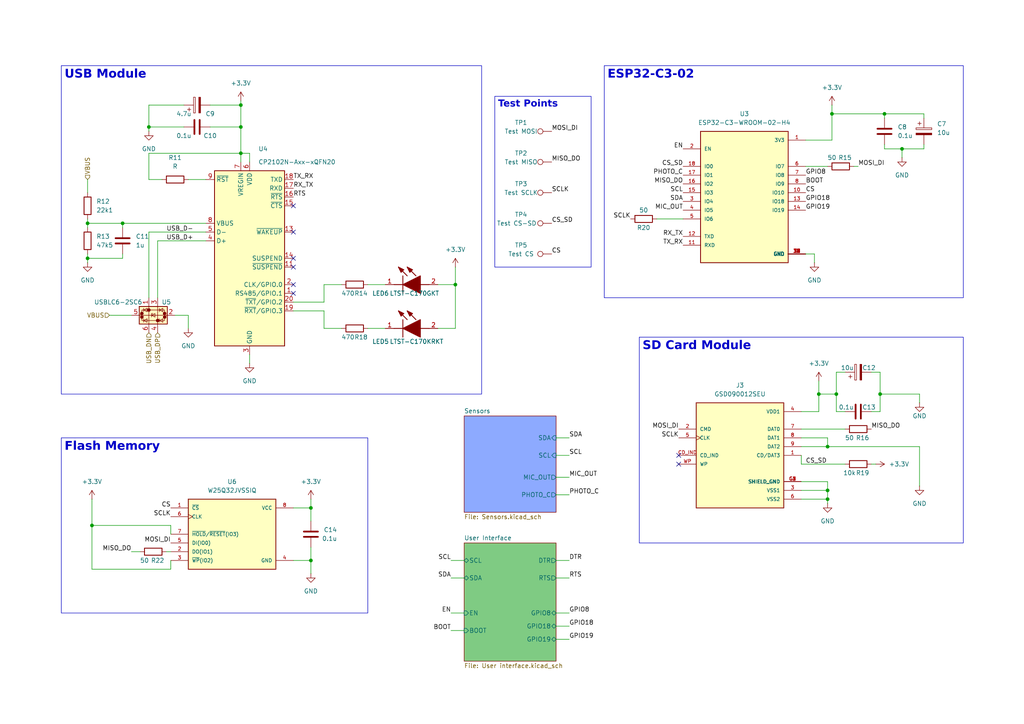
<source format=kicad_sch>
(kicad_sch
	(version 20250114)
	(generator "eeschema")
	(generator_version "9.0")
	(uuid "b155b1cf-c605-45c8-a364-479008dbbe01")
	(paper "A4")
	(title_block
		(title "ESP32 C3, USB, and Flash Memory")
		(date "2025-12-15")
		(company "YUKESH S  2024104010")
	)
	(lib_symbols
		(symbol "Connector:TestPoint"
			(pin_numbers
				(hide yes)
			)
			(pin_names
				(offset 0.762)
				(hide yes)
			)
			(exclude_from_sim no)
			(in_bom yes)
			(on_board yes)
			(property "Reference" "TP"
				(at 0 6.858 0)
				(effects
					(font
						(size 1.27 1.27)
					)
				)
			)
			(property "Value" "TestPoint"
				(at 0 5.08 0)
				(effects
					(font
						(size 1.27 1.27)
					)
				)
			)
			(property "Footprint" ""
				(at 5.08 0 0)
				(effects
					(font
						(size 1.27 1.27)
					)
					(hide yes)
				)
			)
			(property "Datasheet" "~"
				(at 5.08 0 0)
				(effects
					(font
						(size 1.27 1.27)
					)
					(hide yes)
				)
			)
			(property "Description" "test point"
				(at 0 0 0)
				(effects
					(font
						(size 1.27 1.27)
					)
					(hide yes)
				)
			)
			(property "ki_keywords" "test point tp"
				(at 0 0 0)
				(effects
					(font
						(size 1.27 1.27)
					)
					(hide yes)
				)
			)
			(property "ki_fp_filters" "Pin* Test*"
				(at 0 0 0)
				(effects
					(font
						(size 1.27 1.27)
					)
					(hide yes)
				)
			)
			(symbol "TestPoint_0_1"
				(circle
					(center 0 3.302)
					(radius 0.762)
					(stroke
						(width 0)
						(type default)
					)
					(fill
						(type none)
					)
				)
			)
			(symbol "TestPoint_1_1"
				(pin passive line
					(at 0 0 90)
					(length 2.54)
					(name "1"
						(effects
							(font
								(size 1.27 1.27)
							)
						)
					)
					(number "1"
						(effects
							(font
								(size 1.27 1.27)
							)
						)
					)
				)
			)
			(embedded_fonts no)
		)
		(symbol "Device:C"
			(pin_numbers
				(hide yes)
			)
			(pin_names
				(offset 0.254)
			)
			(exclude_from_sim no)
			(in_bom yes)
			(on_board yes)
			(property "Reference" "C"
				(at 0.635 2.54 0)
				(effects
					(font
						(size 1.27 1.27)
					)
					(justify left)
				)
			)
			(property "Value" "C"
				(at 0.635 -2.54 0)
				(effects
					(font
						(size 1.27 1.27)
					)
					(justify left)
				)
			)
			(property "Footprint" ""
				(at 0.9652 -3.81 0)
				(effects
					(font
						(size 1.27 1.27)
					)
					(hide yes)
				)
			)
			(property "Datasheet" "~"
				(at 0 0 0)
				(effects
					(font
						(size 1.27 1.27)
					)
					(hide yes)
				)
			)
			(property "Description" "Unpolarized capacitor"
				(at 0 0 0)
				(effects
					(font
						(size 1.27 1.27)
					)
					(hide yes)
				)
			)
			(property "ki_keywords" "cap capacitor"
				(at 0 0 0)
				(effects
					(font
						(size 1.27 1.27)
					)
					(hide yes)
				)
			)
			(property "ki_fp_filters" "C_*"
				(at 0 0 0)
				(effects
					(font
						(size 1.27 1.27)
					)
					(hide yes)
				)
			)
			(symbol "C_0_1"
				(polyline
					(pts
						(xy -2.032 0.762) (xy 2.032 0.762)
					)
					(stroke
						(width 0.508)
						(type default)
					)
					(fill
						(type none)
					)
				)
				(polyline
					(pts
						(xy -2.032 -0.762) (xy 2.032 -0.762)
					)
					(stroke
						(width 0.508)
						(type default)
					)
					(fill
						(type none)
					)
				)
			)
			(symbol "C_1_1"
				(pin passive line
					(at 0 3.81 270)
					(length 2.794)
					(name "~"
						(effects
							(font
								(size 1.27 1.27)
							)
						)
					)
					(number "1"
						(effects
							(font
								(size 1.27 1.27)
							)
						)
					)
				)
				(pin passive line
					(at 0 -3.81 90)
					(length 2.794)
					(name "~"
						(effects
							(font
								(size 1.27 1.27)
							)
						)
					)
					(number "2"
						(effects
							(font
								(size 1.27 1.27)
							)
						)
					)
				)
			)
			(embedded_fonts no)
		)
		(symbol "Device:C_Polarized"
			(pin_numbers
				(hide yes)
			)
			(pin_names
				(offset 0.254)
			)
			(exclude_from_sim no)
			(in_bom yes)
			(on_board yes)
			(property "Reference" "C"
				(at 0.635 2.54 0)
				(effects
					(font
						(size 1.27 1.27)
					)
					(justify left)
				)
			)
			(property "Value" "C_Polarized"
				(at 0.635 -2.54 0)
				(effects
					(font
						(size 1.27 1.27)
					)
					(justify left)
				)
			)
			(property "Footprint" ""
				(at 0.9652 -3.81 0)
				(effects
					(font
						(size 1.27 1.27)
					)
					(hide yes)
				)
			)
			(property "Datasheet" "~"
				(at 0 0 0)
				(effects
					(font
						(size 1.27 1.27)
					)
					(hide yes)
				)
			)
			(property "Description" "Polarized capacitor"
				(at 0 0 0)
				(effects
					(font
						(size 1.27 1.27)
					)
					(hide yes)
				)
			)
			(property "ki_keywords" "cap capacitor"
				(at 0 0 0)
				(effects
					(font
						(size 1.27 1.27)
					)
					(hide yes)
				)
			)
			(property "ki_fp_filters" "CP_*"
				(at 0 0 0)
				(effects
					(font
						(size 1.27 1.27)
					)
					(hide yes)
				)
			)
			(symbol "C_Polarized_0_1"
				(rectangle
					(start -2.286 0.508)
					(end 2.286 1.016)
					(stroke
						(width 0)
						(type default)
					)
					(fill
						(type none)
					)
				)
				(polyline
					(pts
						(xy -1.778 2.286) (xy -0.762 2.286)
					)
					(stroke
						(width 0)
						(type default)
					)
					(fill
						(type none)
					)
				)
				(polyline
					(pts
						(xy -1.27 2.794) (xy -1.27 1.778)
					)
					(stroke
						(width 0)
						(type default)
					)
					(fill
						(type none)
					)
				)
				(rectangle
					(start 2.286 -0.508)
					(end -2.286 -1.016)
					(stroke
						(width 0)
						(type default)
					)
					(fill
						(type outline)
					)
				)
			)
			(symbol "C_Polarized_1_1"
				(pin passive line
					(at 0 3.81 270)
					(length 2.794)
					(name "~"
						(effects
							(font
								(size 1.27 1.27)
							)
						)
					)
					(number "1"
						(effects
							(font
								(size 1.27 1.27)
							)
						)
					)
				)
				(pin passive line
					(at 0 -3.81 90)
					(length 2.794)
					(name "~"
						(effects
							(font
								(size 1.27 1.27)
							)
						)
					)
					(number "2"
						(effects
							(font
								(size 1.27 1.27)
							)
						)
					)
				)
			)
			(embedded_fonts no)
		)
		(symbol "Device:R"
			(pin_numbers
				(hide yes)
			)
			(pin_names
				(offset 0)
			)
			(exclude_from_sim no)
			(in_bom yes)
			(on_board yes)
			(property "Reference" "R"
				(at 2.032 0 90)
				(effects
					(font
						(size 1.27 1.27)
					)
				)
			)
			(property "Value" "R"
				(at 0 0 90)
				(effects
					(font
						(size 1.27 1.27)
					)
				)
			)
			(property "Footprint" ""
				(at -1.778 0 90)
				(effects
					(font
						(size 1.27 1.27)
					)
					(hide yes)
				)
			)
			(property "Datasheet" "~"
				(at 0 0 0)
				(effects
					(font
						(size 1.27 1.27)
					)
					(hide yes)
				)
			)
			(property "Description" "Resistor"
				(at 0 0 0)
				(effects
					(font
						(size 1.27 1.27)
					)
					(hide yes)
				)
			)
			(property "ki_keywords" "R res resistor"
				(at 0 0 0)
				(effects
					(font
						(size 1.27 1.27)
					)
					(hide yes)
				)
			)
			(property "ki_fp_filters" "R_*"
				(at 0 0 0)
				(effects
					(font
						(size 1.27 1.27)
					)
					(hide yes)
				)
			)
			(symbol "R_0_1"
				(rectangle
					(start -1.016 -2.54)
					(end 1.016 2.54)
					(stroke
						(width 0.254)
						(type default)
					)
					(fill
						(type none)
					)
				)
			)
			(symbol "R_1_1"
				(pin passive line
					(at 0 3.81 270)
					(length 1.27)
					(name "~"
						(effects
							(font
								(size 1.27 1.27)
							)
						)
					)
					(number "1"
						(effects
							(font
								(size 1.27 1.27)
							)
						)
					)
				)
				(pin passive line
					(at 0 -3.81 90)
					(length 1.27)
					(name "~"
						(effects
							(font
								(size 1.27 1.27)
							)
						)
					)
					(number "2"
						(effects
							(font
								(size 1.27 1.27)
							)
						)
					)
				)
			)
			(embedded_fonts no)
		)
		(symbol "ESP32-C3-WROOM-02-H4:ESP32-C3-WROOM-02-H4"
			(pin_names
				(offset 1.016)
			)
			(exclude_from_sim no)
			(in_bom yes)
			(on_board yes)
			(property "Reference" "U3"
				(at 0 25.4 0)
				(effects
					(font
						(size 1.27 1.27)
					)
				)
			)
			(property "Value" "ESP32-C3-WROOM-02-H4"
				(at 0 22.86 0)
				(effects
					(font
						(size 1.27 1.27)
					)
				)
			)
			(property "Footprint" "ESP32-C3-WROOM-02-H4:MODULE_ESP32-C3-WROOM-02-H4"
				(at 0 0 0)
				(effects
					(font
						(size 1.27 1.27)
					)
					(justify bottom)
					(hide yes)
				)
			)
			(property "Datasheet" ""
				(at 0 0 0)
				(effects
					(font
						(size 1.27 1.27)
					)
					(hide yes)
				)
			)
			(property "Description" ""
				(at 0 0 0)
				(effects
					(font
						(size 1.27 1.27)
					)
					(hide yes)
				)
			)
			(property "Short Description" ""
				(at 0 0 0)
				(effects
					(font
						(size 1.27 1.27)
					)
				)
			)
			(property "MF" "Espressif Systems"
				(at 0 0 0)
				(effects
					(font
						(size 1.27 1.27)
					)
					(justify bottom)
					(hide yes)
				)
			)
			(property "Description_1" "WiFi Modules (802.11) (Engineering Samples) SMD module, ESP32-C3, 4MB SPI flash, PCB antenna, -40 C +105 C"
				(at 0 0 0)
				(effects
					(font
						(size 1.27 1.27)
					)
					(justify bottom)
					(hide yes)
				)
			)
			(property "Package" "Package"
				(at 0 0 0)
				(effects
					(font
						(size 1.27 1.27)
					)
					(justify bottom)
					(hide yes)
				)
			)
			(property "Price" "None"
				(at 0 0 0)
				(effects
					(font
						(size 1.27 1.27)
					)
					(justify bottom)
					(hide yes)
				)
			)
			(property "Check_prices" "https://www.snapeda.com/parts/ESP32-C3-WROOM-02-H4/Espressif+Systems/view-part/?ref=eda"
				(at 0 0 0)
				(effects
					(font
						(size 1.27 1.27)
					)
					(justify bottom)
					(hide yes)
				)
			)
			(property "SnapEDA_Link" "https://www.snapeda.com/parts/ESP32-C3-WROOM-02-H4/Espressif+Systems/view-part/?ref=snap"
				(at 0 0 0)
				(effects
					(font
						(size 1.27 1.27)
					)
					(justify bottom)
					(hide yes)
				)
			)
			(property "MP" "ESP32-C3-WROOM-02-H4"
				(at 0 0 0)
				(effects
					(font
						(size 1.27 1.27)
					)
					(justify bottom)
					(hide yes)
				)
			)
			(property "Availability" "In Stock"
				(at 0 0 0)
				(effects
					(font
						(size 1.27 1.27)
					)
					(justify bottom)
					(hide yes)
				)
			)
			(property "Purchase-URL" "https://pricing.snapeda.com/search/part/ESP32-C3-WROOM-02-H4/?ref=eda"
				(at 0 0 0)
				(effects
					(font
						(size 1.27 1.27)
					)
					(justify bottom)
					(hide yes)
				)
			)
			(symbol "ESP32-C3-WROOM-02-H4_0_0"
				(rectangle
					(start -12.7 -17.78)
					(end 12.7 20.32)
					(stroke
						(width 0.254)
						(type default)
					)
					(fill
						(type background)
					)
				)
				(pin input line
					(at -17.78 15.24 0)
					(length 5.08)
					(name "EN"
						(effects
							(font
								(size 1.016 1.016)
							)
						)
					)
					(number "2"
						(effects
							(font
								(size 1.016 1.016)
							)
						)
					)
				)
				(pin bidirectional line
					(at -17.78 10.16 0)
					(length 5.08)
					(name "IO0"
						(effects
							(font
								(size 1.016 1.016)
							)
						)
					)
					(number "18"
						(effects
							(font
								(size 1.016 1.016)
							)
						)
					)
				)
				(pin bidirectional line
					(at -17.78 7.62 0)
					(length 5.08)
					(name "IO1"
						(effects
							(font
								(size 1.016 1.016)
							)
						)
					)
					(number "17"
						(effects
							(font
								(size 1.016 1.016)
							)
						)
					)
				)
				(pin bidirectional line
					(at -17.78 5.08 0)
					(length 5.08)
					(name "IO2"
						(effects
							(font
								(size 1.016 1.016)
							)
						)
					)
					(number "16"
						(effects
							(font
								(size 1.016 1.016)
							)
						)
					)
				)
				(pin bidirectional line
					(at -17.78 2.54 0)
					(length 5.08)
					(name "IO3"
						(effects
							(font
								(size 1.016 1.016)
							)
						)
					)
					(number "15"
						(effects
							(font
								(size 1.016 1.016)
							)
						)
					)
				)
				(pin bidirectional line
					(at -17.78 0 0)
					(length 5.08)
					(name "IO4"
						(effects
							(font
								(size 1.016 1.016)
							)
						)
					)
					(number "3"
						(effects
							(font
								(size 1.016 1.016)
							)
						)
					)
				)
				(pin bidirectional line
					(at -17.78 -2.54 0)
					(length 5.08)
					(name "IO5"
						(effects
							(font
								(size 1.016 1.016)
							)
						)
					)
					(number "4"
						(effects
							(font
								(size 1.016 1.016)
							)
						)
					)
				)
				(pin bidirectional line
					(at -17.78 -5.08 0)
					(length 5.08)
					(name "IO6"
						(effects
							(font
								(size 1.016 1.016)
							)
						)
					)
					(number "5"
						(effects
							(font
								(size 1.016 1.016)
							)
						)
					)
				)
				(pin bidirectional line
					(at -17.78 -10.16 0)
					(length 5.08)
					(name "TXD"
						(effects
							(font
								(size 1.016 1.016)
							)
						)
					)
					(number "12"
						(effects
							(font
								(size 1.016 1.016)
							)
						)
					)
				)
				(pin bidirectional line
					(at -17.78 -12.7 0)
					(length 5.08)
					(name "RXD"
						(effects
							(font
								(size 1.016 1.016)
							)
						)
					)
					(number "11"
						(effects
							(font
								(size 1.016 1.016)
							)
						)
					)
				)
				(pin power_in line
					(at 17.78 17.78 180)
					(length 5.08)
					(name "3V3"
						(effects
							(font
								(size 1.016 1.016)
							)
						)
					)
					(number "1"
						(effects
							(font
								(size 1.016 1.016)
							)
						)
					)
				)
				(pin bidirectional line
					(at 17.78 10.16 180)
					(length 5.08)
					(name "IO7"
						(effects
							(font
								(size 1.016 1.016)
							)
						)
					)
					(number "6"
						(effects
							(font
								(size 1.016 1.016)
							)
						)
					)
				)
				(pin bidirectional line
					(at 17.78 7.62 180)
					(length 5.08)
					(name "IO8"
						(effects
							(font
								(size 1.016 1.016)
							)
						)
					)
					(number "7"
						(effects
							(font
								(size 1.016 1.016)
							)
						)
					)
				)
				(pin bidirectional line
					(at 17.78 5.08 180)
					(length 5.08)
					(name "IO9"
						(effects
							(font
								(size 1.016 1.016)
							)
						)
					)
					(number "8"
						(effects
							(font
								(size 1.016 1.016)
							)
						)
					)
				)
				(pin bidirectional line
					(at 17.78 2.54 180)
					(length 5.08)
					(name "IO10"
						(effects
							(font
								(size 1.016 1.016)
							)
						)
					)
					(number "10"
						(effects
							(font
								(size 1.016 1.016)
							)
						)
					)
				)
				(pin bidirectional line
					(at 17.78 0 180)
					(length 5.08)
					(name "IO18"
						(effects
							(font
								(size 1.016 1.016)
							)
						)
					)
					(number "13"
						(effects
							(font
								(size 1.016 1.016)
							)
						)
					)
				)
				(pin bidirectional line
					(at 17.78 -2.54 180)
					(length 5.08)
					(name "IO19"
						(effects
							(font
								(size 1.016 1.016)
							)
						)
					)
					(number "14"
						(effects
							(font
								(size 1.016 1.016)
							)
						)
					)
				)
				(pin power_in line
					(at 17.78 -15.24 180)
					(length 5.08)
					(name "GND"
						(effects
							(font
								(size 1.016 1.016)
							)
						)
					)
					(number "19"
						(effects
							(font
								(size 1.016 1.016)
							)
						)
					)
				)
				(pin power_in line
					(at 17.78 -15.24 180)
					(length 5.08)
					(name "GND"
						(effects
							(font
								(size 1.016 1.016)
							)
						)
					)
					(number "20"
						(effects
							(font
								(size 1.016 1.016)
							)
						)
					)
				)
				(pin power_in line
					(at 17.78 -15.24 180)
					(length 5.08)
					(name "GND"
						(effects
							(font
								(size 1.016 1.016)
							)
						)
					)
					(number "21"
						(effects
							(font
								(size 1.016 1.016)
							)
						)
					)
				)
				(pin power_in line
					(at 17.78 -15.24 180)
					(length 5.08)
					(name "GND"
						(effects
							(font
								(size 1.016 1.016)
							)
						)
					)
					(number "22"
						(effects
							(font
								(size 1.016 1.016)
							)
						)
					)
				)
				(pin power_in line
					(at 17.78 -15.24 180)
					(length 5.08)
					(name "GND"
						(effects
							(font
								(size 1.016 1.016)
							)
						)
					)
					(number "23"
						(effects
							(font
								(size 1.016 1.016)
							)
						)
					)
				)
				(pin power_in line
					(at 17.78 -15.24 180)
					(length 5.08)
					(name "GND"
						(effects
							(font
								(size 1.016 1.016)
							)
						)
					)
					(number "24"
						(effects
							(font
								(size 1.016 1.016)
							)
						)
					)
				)
				(pin power_in line
					(at 17.78 -15.24 180)
					(length 5.08)
					(name "GND"
						(effects
							(font
								(size 1.016 1.016)
							)
						)
					)
					(number "25"
						(effects
							(font
								(size 1.016 1.016)
							)
						)
					)
				)
				(pin power_in line
					(at 17.78 -15.24 180)
					(length 5.08)
					(name "GND"
						(effects
							(font
								(size 1.016 1.016)
							)
						)
					)
					(number "26"
						(effects
							(font
								(size 1.016 1.016)
							)
						)
					)
				)
				(pin power_in line
					(at 17.78 -15.24 180)
					(length 5.08)
					(name "GND"
						(effects
							(font
								(size 1.016 1.016)
							)
						)
					)
					(number "27"
						(effects
							(font
								(size 1.016 1.016)
							)
						)
					)
				)
				(pin power_in line
					(at 17.78 -15.24 180)
					(length 5.08)
					(name "GND"
						(effects
							(font
								(size 1.016 1.016)
							)
						)
					)
					(number "28"
						(effects
							(font
								(size 1.016 1.016)
							)
						)
					)
				)
				(pin power_in line
					(at 17.78 -15.24 180)
					(length 5.08)
					(name "GND"
						(effects
							(font
								(size 1.016 1.016)
							)
						)
					)
					(number "29"
						(effects
							(font
								(size 1.016 1.016)
							)
						)
					)
				)
				(pin power_in line
					(at 17.78 -15.24 180)
					(length 5.08)
					(name "GND"
						(effects
							(font
								(size 1.016 1.016)
							)
						)
					)
					(number "30"
						(effects
							(font
								(size 1.016 1.016)
							)
						)
					)
				)
				(pin power_in line
					(at 17.78 -15.24 180)
					(length 5.08)
					(name "GND"
						(effects
							(font
								(size 1.016 1.016)
							)
						)
					)
					(number "31"
						(effects
							(font
								(size 1.016 1.016)
							)
						)
					)
				)
				(pin power_in line
					(at 17.78 -15.24 180)
					(length 5.08)
					(name "GND"
						(effects
							(font
								(size 1.016 1.016)
							)
						)
					)
					(number "32"
						(effects
							(font
								(size 1.016 1.016)
							)
						)
					)
				)
				(pin power_in line
					(at 17.78 -15.24 180)
					(length 5.08)
					(name "GND"
						(effects
							(font
								(size 1.016 1.016)
							)
						)
					)
					(number "33"
						(effects
							(font
								(size 1.016 1.016)
							)
						)
					)
				)
				(pin power_in line
					(at 17.78 -15.24 180)
					(length 5.08)
					(name "GND"
						(effects
							(font
								(size 1.016 1.016)
							)
						)
					)
					(number "34"
						(effects
							(font
								(size 1.016 1.016)
							)
						)
					)
				)
				(pin power_in line
					(at 17.78 -15.24 180)
					(length 5.08)
					(name "GND"
						(effects
							(font
								(size 1.016 1.016)
							)
						)
					)
					(number "35"
						(effects
							(font
								(size 1.016 1.016)
							)
						)
					)
				)
				(pin power_in line
					(at 17.78 -15.24 180)
					(length 5.08)
					(name "GND"
						(effects
							(font
								(size 1.016 1.016)
							)
						)
					)
					(number "36"
						(effects
							(font
								(size 1.016 1.016)
							)
						)
					)
				)
				(pin power_in line
					(at 17.78 -15.24 180)
					(length 5.08)
					(name "GND"
						(effects
							(font
								(size 1.016 1.016)
							)
						)
					)
					(number "37"
						(effects
							(font
								(size 1.016 1.016)
							)
						)
					)
				)
				(pin power_in line
					(at 17.78 -15.24 180)
					(length 5.08)
					(name "GND"
						(effects
							(font
								(size 1.016 1.016)
							)
						)
					)
					(number "38"
						(effects
							(font
								(size 1.016 1.016)
							)
						)
					)
				)
				(pin power_in line
					(at 17.78 -15.24 180)
					(length 5.08)
					(name "GND"
						(effects
							(font
								(size 1.016 1.016)
							)
						)
					)
					(number "39"
						(effects
							(font
								(size 1.016 1.016)
							)
						)
					)
				)
				(pin power_in line
					(at 17.78 -15.24 180)
					(length 5.08)
					(name "GND"
						(effects
							(font
								(size 1.016 1.016)
							)
						)
					)
					(number "9"
						(effects
							(font
								(size 1.016 1.016)
							)
						)
					)
				)
			)
			(embedded_fonts no)
		)
		(symbol "GSD090012SEU:GSD090012SEU"
			(pin_names
				(offset 1.016)
			)
			(exclude_from_sim no)
			(in_bom yes)
			(on_board yes)
			(property "Reference" "J"
				(at -12.7 16.002 0)
				(effects
					(font
						(size 1.27 1.27)
					)
					(justify left bottom)
				)
			)
			(property "Value" "GSD090012SEU"
				(at -12.7 -17.78 0)
				(effects
					(font
						(size 1.27 1.27)
					)
					(justify left bottom)
				)
			)
			(property "Footprint" "GSD090012SEU:AMPHENOL_GSD090012SEU"
				(at 0 0 0)
				(effects
					(font
						(size 1.27 1.27)
					)
					(justify bottom)
					(hide yes)
				)
			)
			(property "Datasheet" ""
				(at 0 0 0)
				(effects
					(font
						(size 1.27 1.27)
					)
					(hide yes)
				)
			)
			(property "Description" ""
				(at 0 0 0)
				(effects
					(font
						(size 1.27 1.27)
					)
					(hide yes)
				)
			)
			(property "MF" "Amphenol"
				(at 0 0 0)
				(effects
					(font
						(size 1.27 1.27)
					)
					(justify bottom)
					(hide yes)
				)
			)
			(property "MAXIMUM_PACKAGE_HEIGHT" "2.95mm"
				(at 0 0 0)
				(effects
					(font
						(size 1.27 1.27)
					)
					(justify bottom)
					(hide yes)
				)
			)
			(property "Package" "None"
				(at 0 0 0)
				(effects
					(font
						(size 1.27 1.27)
					)
					(justify bottom)
					(hide yes)
				)
			)
			(property "Price" "None"
				(at 0 0 0)
				(effects
					(font
						(size 1.27 1.27)
					)
					(justify bottom)
					(hide yes)
				)
			)
			(property "Check_prices" "https://www.snapeda.com/parts/GSD090012SEU/Amphenol/view-part/?ref=eda"
				(at 0 0 0)
				(effects
					(font
						(size 1.27 1.27)
					)
					(justify bottom)
					(hide yes)
				)
			)
			(property "STANDARD" "Manufacturer Recommendations"
				(at 0 0 0)
				(effects
					(font
						(size 1.27 1.27)
					)
					(justify bottom)
					(hide yes)
				)
			)
			(property "PARTREV" "E"
				(at 0 0 0)
				(effects
					(font
						(size 1.27 1.27)
					)
					(justify bottom)
					(hide yes)
				)
			)
			(property "SnapEDA_Link" "https://www.snapeda.com/parts/GSD090012SEU/Amphenol/view-part/?ref=snap"
				(at 0 0 0)
				(effects
					(font
						(size 1.27 1.27)
					)
					(justify bottom)
					(hide yes)
				)
			)
			(property "MP" "GSD090012SEU"
				(at 0 0 0)
				(effects
					(font
						(size 1.27 1.27)
					)
					(justify bottom)
					(hide yes)
				)
			)
			(property "Description_1" "Micro SD and SD Card Sockets, Input Output Connectors, SD Socket,9 Position,SMT"
				(at 0 0 0)
				(effects
					(font
						(size 1.27 1.27)
					)
					(justify bottom)
					(hide yes)
				)
			)
			(property "Availability" "In Stock"
				(at 0 0 0)
				(effects
					(font
						(size 1.27 1.27)
					)
					(justify bottom)
					(hide yes)
				)
			)
			(property "MANUFACTURER" "Amphenol"
				(at 0 0 0)
				(effects
					(font
						(size 1.27 1.27)
					)
					(justify bottom)
					(hide yes)
				)
			)
			(symbol "GSD090012SEU_0_0"
				(rectangle
					(start -12.7 -15.24)
					(end 12.7 15.24)
					(stroke
						(width 0.254)
						(type default)
					)
					(fill
						(type background)
					)
				)
				(pin bidirectional line
					(at -17.78 7.62 0)
					(length 5.08)
					(name "CMD"
						(effects
							(font
								(size 1.016 1.016)
							)
						)
					)
					(number "2"
						(effects
							(font
								(size 1.016 1.016)
							)
						)
					)
				)
				(pin bidirectional clock
					(at -17.78 5.08 0)
					(length 5.08)
					(name "CLK"
						(effects
							(font
								(size 1.016 1.016)
							)
						)
					)
					(number "5"
						(effects
							(font
								(size 1.016 1.016)
							)
						)
					)
				)
				(pin passive line
					(at -17.78 0 0)
					(length 5.08)
					(name "CD_IND"
						(effects
							(font
								(size 1.016 1.016)
							)
						)
					)
					(number "CD_IND"
						(effects
							(font
								(size 1.016 1.016)
							)
						)
					)
				)
				(pin passive line
					(at -17.78 -2.54 0)
					(length 5.08)
					(name "WP"
						(effects
							(font
								(size 1.016 1.016)
							)
						)
					)
					(number "WP"
						(effects
							(font
								(size 1.016 1.016)
							)
						)
					)
				)
				(pin power_in line
					(at 17.78 12.7 180)
					(length 5.08)
					(name "VDD1"
						(effects
							(font
								(size 1.016 1.016)
							)
						)
					)
					(number "4"
						(effects
							(font
								(size 1.016 1.016)
							)
						)
					)
				)
				(pin bidirectional line
					(at 17.78 7.62 180)
					(length 5.08)
					(name "DAT0"
						(effects
							(font
								(size 1.016 1.016)
							)
						)
					)
					(number "7"
						(effects
							(font
								(size 1.016 1.016)
							)
						)
					)
				)
				(pin bidirectional line
					(at 17.78 5.08 180)
					(length 5.08)
					(name "DAT1"
						(effects
							(font
								(size 1.016 1.016)
							)
						)
					)
					(number "8"
						(effects
							(font
								(size 1.016 1.016)
							)
						)
					)
				)
				(pin bidirectional line
					(at 17.78 2.54 180)
					(length 5.08)
					(name "DAT2"
						(effects
							(font
								(size 1.016 1.016)
							)
						)
					)
					(number "9"
						(effects
							(font
								(size 1.016 1.016)
							)
						)
					)
				)
				(pin bidirectional line
					(at 17.78 0 180)
					(length 5.08)
					(name "CD/DAT3"
						(effects
							(font
								(size 1.016 1.016)
							)
						)
					)
					(number "1"
						(effects
							(font
								(size 1.016 1.016)
							)
						)
					)
				)
				(pin power_in line
					(at 17.78 -7.62 180)
					(length 5.08)
					(name "SHIELD_GND"
						(effects
							(font
								(size 1.016 1.016)
							)
						)
					)
					(number "G1"
						(effects
							(font
								(size 1.016 1.016)
							)
						)
					)
				)
				(pin power_in line
					(at 17.78 -7.62 180)
					(length 5.08)
					(name "SHIELD_GND"
						(effects
							(font
								(size 1.016 1.016)
							)
						)
					)
					(number "G2"
						(effects
							(font
								(size 1.016 1.016)
							)
						)
					)
				)
				(pin power_in line
					(at 17.78 -7.62 180)
					(length 5.08)
					(name "SHIELD_GND"
						(effects
							(font
								(size 1.016 1.016)
							)
						)
					)
					(number "G3"
						(effects
							(font
								(size 1.016 1.016)
							)
						)
					)
				)
				(pin power_in line
					(at 17.78 -7.62 180)
					(length 5.08)
					(name "SHIELD_GND"
						(effects
							(font
								(size 1.016 1.016)
							)
						)
					)
					(number "G4"
						(effects
							(font
								(size 1.016 1.016)
							)
						)
					)
				)
				(pin power_in line
					(at 17.78 -10.16 180)
					(length 5.08)
					(name "VSS1"
						(effects
							(font
								(size 1.016 1.016)
							)
						)
					)
					(number "3"
						(effects
							(font
								(size 1.016 1.016)
							)
						)
					)
				)
				(pin power_in line
					(at 17.78 -12.7 180)
					(length 5.08)
					(name "VSS2"
						(effects
							(font
								(size 1.016 1.016)
							)
						)
					)
					(number "6"
						(effects
							(font
								(size 1.016 1.016)
							)
						)
					)
				)
			)
			(embedded_fonts no)
		)
		(symbol "Interface_USB:CP2102N-Axx-xQFN20"
			(exclude_from_sim no)
			(in_bom yes)
			(on_board yes)
			(property "Reference" "U"
				(at -8.89 26.67 0)
				(effects
					(font
						(size 1.27 1.27)
					)
				)
			)
			(property "Value" "CP2102N-Axx-xQFN20"
				(at 12.7 26.67 0)
				(effects
					(font
						(size 1.27 1.27)
					)
				)
			)
			(property "Footprint" "Package_DFN_QFN:SiliconLabs_QFN-20-1EP_3x3mm_P0.5mm"
				(at 31.75 -26.67 0)
				(effects
					(font
						(size 1.27 1.27)
					)
					(hide yes)
				)
			)
			(property "Datasheet" "https://www.silabs.com/documents/public/data-sheets/cp2102n-datasheet.pdf"
				(at 1.27 -19.05 0)
				(effects
					(font
						(size 1.27 1.27)
					)
					(hide yes)
				)
			)
			(property "Description" "USB to UART master bridge, QFN-20"
				(at 0 0 0)
				(effects
					(font
						(size 1.27 1.27)
					)
					(hide yes)
				)
			)
			(property "ki_keywords" "USB UART bridge"
				(at 0 0 0)
				(effects
					(font
						(size 1.27 1.27)
					)
					(hide yes)
				)
			)
			(property "ki_fp_filters" "SiliconLabs*QFN*3x3mm*P0.5mm*"
				(at 0 0 0)
				(effects
					(font
						(size 1.27 1.27)
					)
					(hide yes)
				)
			)
			(symbol "CP2102N-Axx-xQFN20_0_1"
				(rectangle
					(start -10.16 25.4)
					(end 10.16 -25.4)
					(stroke
						(width 0.254)
						(type default)
					)
					(fill
						(type background)
					)
				)
			)
			(symbol "CP2102N-Axx-xQFN20_1_1"
				(pin input line
					(at -12.7 22.86 0)
					(length 2.54)
					(name "~{RST}"
						(effects
							(font
								(size 1.27 1.27)
							)
						)
					)
					(number "9"
						(effects
							(font
								(size 1.27 1.27)
							)
						)
					)
				)
				(pin input line
					(at -12.7 10.16 0)
					(length 2.54)
					(name "VBUS"
						(effects
							(font
								(size 1.27 1.27)
							)
						)
					)
					(number "8"
						(effects
							(font
								(size 1.27 1.27)
							)
						)
					)
				)
				(pin bidirectional line
					(at -12.7 7.62 0)
					(length 2.54)
					(name "D-"
						(effects
							(font
								(size 1.27 1.27)
							)
						)
					)
					(number "5"
						(effects
							(font
								(size 1.27 1.27)
							)
						)
					)
				)
				(pin bidirectional line
					(at -12.7 5.08 0)
					(length 2.54)
					(name "D+"
						(effects
							(font
								(size 1.27 1.27)
							)
						)
					)
					(number "4"
						(effects
							(font
								(size 1.27 1.27)
							)
						)
					)
				)
				(pin no_connect line
					(at -10.16 -22.86 0)
					(length 2.54)
					(hide yes)
					(name "NC"
						(effects
							(font
								(size 1.27 1.27)
							)
						)
					)
					(number "10"
						(effects
							(font
								(size 1.27 1.27)
							)
						)
					)
				)
				(pin power_in line
					(at -2.54 27.94 270)
					(length 2.54)
					(name "VREGIN"
						(effects
							(font
								(size 1.27 1.27)
							)
						)
					)
					(number "7"
						(effects
							(font
								(size 1.27 1.27)
							)
						)
					)
				)
				(pin power_in line
					(at 0 27.94 270)
					(length 2.54)
					(name "VDD"
						(effects
							(font
								(size 1.27 1.27)
							)
						)
					)
					(number "6"
						(effects
							(font
								(size 1.27 1.27)
							)
						)
					)
				)
				(pin passive line
					(at 0 -27.94 90)
					(length 2.54)
					(hide yes)
					(name "GND"
						(effects
							(font
								(size 1.27 1.27)
							)
						)
					)
					(number "12"
						(effects
							(font
								(size 1.27 1.27)
							)
						)
					)
				)
				(pin passive line
					(at 0 -27.94 90)
					(length 2.54)
					(hide yes)
					(name "GND"
						(effects
							(font
								(size 1.27 1.27)
							)
						)
					)
					(number "21"
						(effects
							(font
								(size 1.27 1.27)
							)
						)
					)
				)
				(pin power_in line
					(at 0 -27.94 90)
					(length 2.54)
					(name "GND"
						(effects
							(font
								(size 1.27 1.27)
							)
						)
					)
					(number "3"
						(effects
							(font
								(size 1.27 1.27)
							)
						)
					)
				)
				(pin output line
					(at 12.7 22.86 180)
					(length 2.54)
					(name "TXD"
						(effects
							(font
								(size 1.27 1.27)
							)
						)
					)
					(number "18"
						(effects
							(font
								(size 1.27 1.27)
							)
						)
					)
				)
				(pin input line
					(at 12.7 20.32 180)
					(length 2.54)
					(name "RXD"
						(effects
							(font
								(size 1.27 1.27)
							)
						)
					)
					(number "17"
						(effects
							(font
								(size 1.27 1.27)
							)
						)
					)
				)
				(pin output line
					(at 12.7 17.78 180)
					(length 2.54)
					(name "~{RTS}"
						(effects
							(font
								(size 1.27 1.27)
							)
						)
					)
					(number "16"
						(effects
							(font
								(size 1.27 1.27)
							)
						)
					)
				)
				(pin input line
					(at 12.7 15.24 180)
					(length 2.54)
					(name "~{CTS}"
						(effects
							(font
								(size 1.27 1.27)
							)
						)
					)
					(number "15"
						(effects
							(font
								(size 1.27 1.27)
							)
						)
					)
				)
				(pin input line
					(at 12.7 7.62 180)
					(length 2.54)
					(name "~{WAKEUP}"
						(effects
							(font
								(size 1.27 1.27)
							)
						)
					)
					(number "13"
						(effects
							(font
								(size 1.27 1.27)
							)
						)
					)
				)
				(pin output line
					(at 12.7 0 180)
					(length 2.54)
					(name "SUSPEND"
						(effects
							(font
								(size 1.27 1.27)
							)
						)
					)
					(number "14"
						(effects
							(font
								(size 1.27 1.27)
							)
						)
					)
				)
				(pin output line
					(at 12.7 -2.54 180)
					(length 2.54)
					(name "~{SUSPEND}"
						(effects
							(font
								(size 1.27 1.27)
							)
						)
					)
					(number "11"
						(effects
							(font
								(size 1.27 1.27)
							)
						)
					)
				)
				(pin bidirectional line
					(at 12.7 -7.62 180)
					(length 2.54)
					(name "CLK/GPIO.0"
						(effects
							(font
								(size 1.27 1.27)
							)
						)
					)
					(number "2"
						(effects
							(font
								(size 1.27 1.27)
							)
						)
					)
				)
				(pin bidirectional line
					(at 12.7 -10.16 180)
					(length 2.54)
					(name "RS485/GPIO.1"
						(effects
							(font
								(size 1.27 1.27)
							)
						)
					)
					(number "1"
						(effects
							(font
								(size 1.27 1.27)
							)
						)
					)
				)
				(pin bidirectional line
					(at 12.7 -12.7 180)
					(length 2.54)
					(name "~{TXT}/GPIO.2"
						(effects
							(font
								(size 1.27 1.27)
							)
						)
					)
					(number "20"
						(effects
							(font
								(size 1.27 1.27)
							)
						)
					)
				)
				(pin bidirectional line
					(at 12.7 -15.24 180)
					(length 2.54)
					(name "~{RXT}/GPIO.3"
						(effects
							(font
								(size 1.27 1.27)
							)
						)
					)
					(number "19"
						(effects
							(font
								(size 1.27 1.27)
							)
						)
					)
				)
			)
			(embedded_fonts no)
		)
		(symbol "LTST-C170GKT:LTST-C170GKT"
			(pin_names
				(hide yes)
			)
			(exclude_from_sim no)
			(in_bom yes)
			(on_board yes)
			(property "Reference" "LED"
				(at 12.7 8.89 0)
				(effects
					(font
						(size 1.27 1.27)
					)
					(justify left bottom)
				)
			)
			(property "Value" "LTST-C170GKT"
				(at 12.7 6.35 0)
				(effects
					(font
						(size 1.27 1.27)
					)
					(justify left bottom)
				)
			)
			(property "Footprint" "LEDC2012X120N"
				(at 12.7 -93.65 0)
				(effects
					(font
						(size 1.27 1.27)
					)
					(justify left bottom)
					(hide yes)
				)
			)
			(property "Datasheet" "https://mm.digikey.com/Volume0/opasdata/d220001/medias/docus/895/LTST-C170GKT.pdf"
				(at 12.7 -193.65 0)
				(effects
					(font
						(size 1.27 1.27)
					)
					(justify left bottom)
					(hide yes)
				)
			)
			(property "Description" "LED,SMD,0805,Green,6mcd,130deg Lite-On LTST-C170GKT, CHIPLED 0805 Series Green LED, 569 nm 2012 (0805), Rectangle Lens SMD package"
				(at 0 0 0)
				(effects
					(font
						(size 1.27 1.27)
					)
					(hide yes)
				)
			)
			(property "Height" "1.2"
				(at 12.7 -393.65 0)
				(effects
					(font
						(size 1.27 1.27)
					)
					(justify left bottom)
					(hide yes)
				)
			)
			(property "Manufacturer_Name" "Lite-On"
				(at 12.7 -493.65 0)
				(effects
					(font
						(size 1.27 1.27)
					)
					(justify left bottom)
					(hide yes)
				)
			)
			(property "Manufacturer_Part_Number" "LTST-C170GKT"
				(at 12.7 -593.65 0)
				(effects
					(font
						(size 1.27 1.27)
					)
					(justify left bottom)
					(hide yes)
				)
			)
			(property "Mouser Part Number" "859-LTST-C170GKT"
				(at 12.7 -693.65 0)
				(effects
					(font
						(size 1.27 1.27)
					)
					(justify left bottom)
					(hide yes)
				)
			)
			(property "Mouser Price/Stock" "https://www.mouser.co.uk/ProductDetail/Lite-On/LTST-C170GKT?qs=%2FSqKn2EfXQSV5aRij3YIfQ%3D%3D"
				(at 12.7 -793.65 0)
				(effects
					(font
						(size 1.27 1.27)
					)
					(justify left bottom)
					(hide yes)
				)
			)
			(property "Arrow Part Number" "LTST-C170GKT"
				(at 12.7 -893.65 0)
				(effects
					(font
						(size 1.27 1.27)
					)
					(justify left bottom)
					(hide yes)
				)
			)
			(property "Arrow Price/Stock" "https://www.arrow.com/en/products/ltst-c170gkt/lite-on-technology?utm_currency=USD&region=nac"
				(at 12.7 -993.65 0)
				(effects
					(font
						(size 1.27 1.27)
					)
					(justify left bottom)
					(hide yes)
				)
			)
			(symbol "LTST-C170GKT_1_1"
				(polyline
					(pts
						(xy 2.54 0) (xy 5.08 0)
					)
					(stroke
						(width 0.254)
						(type default)
					)
					(fill
						(type none)
					)
				)
				(polyline
					(pts
						(xy 5.08 2.54) (xy 5.08 -2.54)
					)
					(stroke
						(width 0.254)
						(type default)
					)
					(fill
						(type none)
					)
				)
				(polyline
					(pts
						(xy 5.08 0) (xy 10.16 2.54) (xy 10.16 -2.54) (xy 5.08 0)
					)
					(stroke
						(width 0.254)
						(type default)
					)
					(fill
						(type outline)
					)
				)
				(polyline
					(pts
						(xy 5.334 4.318) (xy 4.572 3.556) (xy 3.81 5.08) (xy 5.334 4.318)
					)
					(stroke
						(width 0.254)
						(type default)
					)
					(fill
						(type outline)
					)
				)
				(polyline
					(pts
						(xy 6.35 2.54) (xy 3.81 5.08)
					)
					(stroke
						(width 0.254)
						(type default)
					)
					(fill
						(type none)
					)
				)
				(polyline
					(pts
						(xy 7.874 4.318) (xy 7.112 3.556) (xy 6.35 5.08) (xy 7.874 4.318)
					)
					(stroke
						(width 0.254)
						(type default)
					)
					(fill
						(type outline)
					)
				)
				(polyline
					(pts
						(xy 8.89 2.54) (xy 6.35 5.08)
					)
					(stroke
						(width 0.254)
						(type default)
					)
					(fill
						(type none)
					)
				)
				(polyline
					(pts
						(xy 10.16 0) (xy 12.7 0)
					)
					(stroke
						(width 0.254)
						(type default)
					)
					(fill
						(type none)
					)
				)
				(pin passive line
					(at 0 0 0)
					(length 2.54)
					(name "K"
						(effects
							(font
								(size 1.27 1.27)
							)
						)
					)
					(number "1"
						(effects
							(font
								(size 1.27 1.27)
							)
						)
					)
				)
				(pin passive line
					(at 15.24 0 180)
					(length 2.54)
					(name "A"
						(effects
							(font
								(size 1.27 1.27)
							)
						)
					)
					(number "2"
						(effects
							(font
								(size 1.27 1.27)
							)
						)
					)
				)
			)
			(embedded_fonts no)
		)
		(symbol "LTST-C170KRKT:LTST-C170KRKT"
			(pin_names
				(hide yes)
			)
			(exclude_from_sim no)
			(in_bom yes)
			(on_board yes)
			(property "Reference" "LED"
				(at 12.7 8.89 0)
				(effects
					(font
						(size 1.27 1.27)
					)
					(justify left bottom)
				)
			)
			(property "Value" "LTST-C170KRKT"
				(at 12.7 6.35 0)
				(effects
					(font
						(size 1.27 1.27)
					)
					(justify left bottom)
				)
			)
			(property "Footprint" "LEDC2012X120N"
				(at 12.7 -93.65 0)
				(effects
					(font
						(size 1.27 1.27)
					)
					(justify left bottom)
					(hide yes)
				)
			)
			(property "Datasheet" "https://componentsearchengine.com/Datasheets/1/LTST-C170KRKT.pdf"
				(at 12.7 -193.65 0)
				(effects
					(font
						(size 1.27 1.27)
					)
					(justify left bottom)
					(hide yes)
				)
			)
			(property "Description" "Standard LEDs - SMD Red Clear 631nm"
				(at 0 0 0)
				(effects
					(font
						(size 1.27 1.27)
					)
					(hide yes)
				)
			)
			(property "Height" "1.2"
				(at 12.7 -393.65 0)
				(effects
					(font
						(size 1.27 1.27)
					)
					(justify left bottom)
					(hide yes)
				)
			)
			(property "Manufacturer_Name" "Lite-On"
				(at 12.7 -493.65 0)
				(effects
					(font
						(size 1.27 1.27)
					)
					(justify left bottom)
					(hide yes)
				)
			)
			(property "Manufacturer_Part_Number" "LTST-C170KRKT"
				(at 12.7 -593.65 0)
				(effects
					(font
						(size 1.27 1.27)
					)
					(justify left bottom)
					(hide yes)
				)
			)
			(property "Mouser Part Number" "859-LTST-C170KRKT"
				(at 12.7 -693.65 0)
				(effects
					(font
						(size 1.27 1.27)
					)
					(justify left bottom)
					(hide yes)
				)
			)
			(property "Mouser Price/Stock" "https://www.mouser.co.uk/ProductDetail/Lite-On/LTST-C170KRKT?qs=NUb82WqeCyrVOID%2Fxt4rgA%3D%3D"
				(at 12.7 -793.65 0)
				(effects
					(font
						(size 1.27 1.27)
					)
					(justify left bottom)
					(hide yes)
				)
			)
			(property "Arrow Part Number" "LTST-C170KRKT"
				(at 12.7 -893.65 0)
				(effects
					(font
						(size 1.27 1.27)
					)
					(justify left bottom)
					(hide yes)
				)
			)
			(property "Arrow Price/Stock" "https://www.arrow.com/en/products/ltst-c170krkt/lite-on-technology?utm_currency=USD&region=nac"
				(at 12.7 -993.65 0)
				(effects
					(font
						(size 1.27 1.27)
					)
					(justify left bottom)
					(hide yes)
				)
			)
			(symbol "LTST-C170KRKT_1_1"
				(polyline
					(pts
						(xy 2.54 0) (xy 5.08 0)
					)
					(stroke
						(width 0.254)
						(type default)
					)
					(fill
						(type none)
					)
				)
				(polyline
					(pts
						(xy 5.08 2.54) (xy 5.08 -2.54)
					)
					(stroke
						(width 0.254)
						(type default)
					)
					(fill
						(type none)
					)
				)
				(polyline
					(pts
						(xy 5.08 0) (xy 10.16 2.54) (xy 10.16 -2.54) (xy 5.08 0)
					)
					(stroke
						(width 0.254)
						(type default)
					)
					(fill
						(type outline)
					)
				)
				(polyline
					(pts
						(xy 5.334 4.318) (xy 4.572 3.556) (xy 3.81 5.08) (xy 5.334 4.318)
					)
					(stroke
						(width 0.254)
						(type default)
					)
					(fill
						(type outline)
					)
				)
				(polyline
					(pts
						(xy 6.35 2.54) (xy 3.81 5.08)
					)
					(stroke
						(width 0.254)
						(type default)
					)
					(fill
						(type none)
					)
				)
				(polyline
					(pts
						(xy 7.874 4.318) (xy 7.112 3.556) (xy 6.35 5.08) (xy 7.874 4.318)
					)
					(stroke
						(width 0.254)
						(type default)
					)
					(fill
						(type outline)
					)
				)
				(polyline
					(pts
						(xy 8.89 2.54) (xy 6.35 5.08)
					)
					(stroke
						(width 0.254)
						(type default)
					)
					(fill
						(type none)
					)
				)
				(polyline
					(pts
						(xy 10.16 0) (xy 12.7 0)
					)
					(stroke
						(width 0.254)
						(type default)
					)
					(fill
						(type none)
					)
				)
				(pin passive line
					(at 0 0 0)
					(length 2.54)
					(name "K"
						(effects
							(font
								(size 1.27 1.27)
							)
						)
					)
					(number "1"
						(effects
							(font
								(size 1.27 1.27)
							)
						)
					)
				)
				(pin passive line
					(at 15.24 0 180)
					(length 2.54)
					(name "A"
						(effects
							(font
								(size 1.27 1.27)
							)
						)
					)
					(number "2"
						(effects
							(font
								(size 1.27 1.27)
							)
						)
					)
				)
			)
			(embedded_fonts no)
		)
		(symbol "Power_Protection:USBLC6-2SC6"
			(pin_names
				(hide yes)
			)
			(exclude_from_sim no)
			(in_bom yes)
			(on_board yes)
			(property "Reference" "U"
				(at 0.635 5.715 0)
				(effects
					(font
						(size 1.27 1.27)
					)
					(justify left)
				)
			)
			(property "Value" "USBLC6-2SC6"
				(at 0.635 3.81 0)
				(effects
					(font
						(size 1.27 1.27)
					)
					(justify left)
				)
			)
			(property "Footprint" "Package_TO_SOT_SMD:SOT-23-6"
				(at 1.27 -6.35 0)
				(effects
					(font
						(size 1.27 1.27)
						(italic yes)
					)
					(justify left)
					(hide yes)
				)
			)
			(property "Datasheet" "https://www.st.com/resource/en/datasheet/usblc6-2.pdf"
				(at 1.27 -8.255 0)
				(effects
					(font
						(size 1.27 1.27)
					)
					(justify left)
					(hide yes)
				)
			)
			(property "Description" "Very low capacitance ESD protection diode, 2 data-line, SOT-23-6"
				(at 0 0 0)
				(effects
					(font
						(size 1.27 1.27)
					)
					(hide yes)
				)
			)
			(property "ki_keywords" "usb ethernet video"
				(at 0 0 0)
				(effects
					(font
						(size 1.27 1.27)
					)
					(hide yes)
				)
			)
			(property "ki_fp_filters" "SOT?23*"
				(at 0 0 0)
				(effects
					(font
						(size 1.27 1.27)
					)
					(hide yes)
				)
			)
			(symbol "USBLC6-2SC6_0_0"
				(circle
					(center -1.524 0)
					(radius 0.0001)
					(stroke
						(width 0.508)
						(type default)
					)
					(fill
						(type none)
					)
				)
				(circle
					(center -0.508 2.032)
					(radius 0.0001)
					(stroke
						(width 0.508)
						(type default)
					)
					(fill
						(type none)
					)
				)
				(circle
					(center -0.508 -4.572)
					(radius 0.0001)
					(stroke
						(width 0.508)
						(type default)
					)
					(fill
						(type none)
					)
				)
				(circle
					(center 0.508 2.032)
					(radius 0.0001)
					(stroke
						(width 0.508)
						(type default)
					)
					(fill
						(type none)
					)
				)
				(circle
					(center 0.508 -4.572)
					(radius 0.0001)
					(stroke
						(width 0.508)
						(type default)
					)
					(fill
						(type none)
					)
				)
				(circle
					(center 1.524 -2.54)
					(radius 0.0001)
					(stroke
						(width 0.508)
						(type default)
					)
					(fill
						(type none)
					)
				)
			)
			(symbol "USBLC6-2SC6_0_1"
				(polyline
					(pts
						(xy -2.54 0) (xy 2.54 0)
					)
					(stroke
						(width 0)
						(type default)
					)
					(fill
						(type none)
					)
				)
				(polyline
					(pts
						(xy -2.54 -2.54) (xy 2.54 -2.54)
					)
					(stroke
						(width 0)
						(type default)
					)
					(fill
						(type none)
					)
				)
				(polyline
					(pts
						(xy -2.032 0.508) (xy -1.016 0.508) (xy -1.524 1.524) (xy -2.032 0.508)
					)
					(stroke
						(width 0)
						(type default)
					)
					(fill
						(type none)
					)
				)
				(polyline
					(pts
						(xy -2.032 -3.048) (xy -1.016 -3.048)
					)
					(stroke
						(width 0)
						(type default)
					)
					(fill
						(type none)
					)
				)
				(polyline
					(pts
						(xy -1.016 1.524) (xy -2.032 1.524)
					)
					(stroke
						(width 0)
						(type default)
					)
					(fill
						(type none)
					)
				)
				(polyline
					(pts
						(xy -1.016 -4.064) (xy -2.032 -4.064) (xy -1.524 -3.048) (xy -1.016 -4.064)
					)
					(stroke
						(width 0)
						(type default)
					)
					(fill
						(type none)
					)
				)
				(polyline
					(pts
						(xy -0.508 -1.143) (xy -0.508 -0.762) (xy 0.508 -0.762)
					)
					(stroke
						(width 0)
						(type default)
					)
					(fill
						(type none)
					)
				)
				(polyline
					(pts
						(xy 0 2.54) (xy -0.508 2.032) (xy 0.508 2.032) (xy 0 1.524) (xy 0 -4.064) (xy -0.508 -4.572) (xy 0.508 -4.572)
						(xy 0 -5.08)
					)
					(stroke
						(width 0)
						(type default)
					)
					(fill
						(type none)
					)
				)
				(polyline
					(pts
						(xy 0.508 -1.778) (xy -0.508 -1.778) (xy 0 -0.762) (xy 0.508 -1.778)
					)
					(stroke
						(width 0)
						(type default)
					)
					(fill
						(type none)
					)
				)
				(polyline
					(pts
						(xy 1.016 1.524) (xy 2.032 1.524)
					)
					(stroke
						(width 0)
						(type default)
					)
					(fill
						(type none)
					)
				)
				(polyline
					(pts
						(xy 1.016 -3.048) (xy 2.032 -3.048)
					)
					(stroke
						(width 0)
						(type default)
					)
					(fill
						(type none)
					)
				)
				(polyline
					(pts
						(xy 2.032 0.508) (xy 1.016 0.508) (xy 1.524 1.524) (xy 2.032 0.508)
					)
					(stroke
						(width 0)
						(type default)
					)
					(fill
						(type none)
					)
				)
				(polyline
					(pts
						(xy 2.032 -4.064) (xy 1.016 -4.064) (xy 1.524 -3.048) (xy 2.032 -4.064)
					)
					(stroke
						(width 0)
						(type default)
					)
					(fill
						(type none)
					)
				)
			)
			(symbol "USBLC6-2SC6_1_1"
				(rectangle
					(start -2.54 2.794)
					(end 2.54 -5.334)
					(stroke
						(width 0.254)
						(type default)
					)
					(fill
						(type background)
					)
				)
				(polyline
					(pts
						(xy -0.508 2.032) (xy -1.524 2.032) (xy -1.524 -4.572) (xy -0.508 -4.572)
					)
					(stroke
						(width 0)
						(type default)
					)
					(fill
						(type none)
					)
				)
				(polyline
					(pts
						(xy 0.508 -4.572) (xy 1.524 -4.572) (xy 1.524 2.032) (xy 0.508 2.032)
					)
					(stroke
						(width 0)
						(type default)
					)
					(fill
						(type none)
					)
				)
				(pin passive line
					(at -5.08 0 0)
					(length 2.54)
					(name "I/O1"
						(effects
							(font
								(size 1.27 1.27)
							)
						)
					)
					(number "1"
						(effects
							(font
								(size 1.27 1.27)
							)
						)
					)
				)
				(pin passive line
					(at -5.08 -2.54 0)
					(length 2.54)
					(name "I/O2"
						(effects
							(font
								(size 1.27 1.27)
							)
						)
					)
					(number "3"
						(effects
							(font
								(size 1.27 1.27)
							)
						)
					)
				)
				(pin passive line
					(at 0 5.08 270)
					(length 2.54)
					(name "VBUS"
						(effects
							(font
								(size 1.27 1.27)
							)
						)
					)
					(number "5"
						(effects
							(font
								(size 1.27 1.27)
							)
						)
					)
				)
				(pin passive line
					(at 0 -7.62 90)
					(length 2.54)
					(name "GND"
						(effects
							(font
								(size 1.27 1.27)
							)
						)
					)
					(number "2"
						(effects
							(font
								(size 1.27 1.27)
							)
						)
					)
				)
				(pin passive line
					(at 5.08 0 180)
					(length 2.54)
					(name "I/O1"
						(effects
							(font
								(size 1.27 1.27)
							)
						)
					)
					(number "6"
						(effects
							(font
								(size 1.27 1.27)
							)
						)
					)
				)
				(pin passive line
					(at 5.08 -2.54 180)
					(length 2.54)
					(name "I/O2"
						(effects
							(font
								(size 1.27 1.27)
							)
						)
					)
					(number "4"
						(effects
							(font
								(size 1.27 1.27)
							)
						)
					)
				)
			)
			(embedded_fonts no)
		)
		(symbol "W25Q32JVSSIQ:W25Q32JVSSIQ"
			(pin_names
				(offset 1.016)
			)
			(exclude_from_sim no)
			(in_bom yes)
			(on_board yes)
			(property "Reference" "U"
				(at -12.4723 10.945 0)
				(effects
					(font
						(size 1.27 1.27)
					)
					(justify left bottom)
				)
			)
			(property "Value" "W25Q32JVSSIQ"
				(at -12.4744 -12.2198 0)
				(effects
					(font
						(size 1.27 1.27)
					)
					(justify left bottom)
				)
			)
			(property "Footprint" "W25Q32JVSSIQ:SOIC127P790X216-8N"
				(at 0 0 0)
				(effects
					(font
						(size 1.27 1.27)
					)
					(justify bottom)
					(hide yes)
				)
			)
			(property "Datasheet" ""
				(at 0 0 0)
				(effects
					(font
						(size 1.27 1.27)
					)
					(hide yes)
				)
			)
			(property "Description" ""
				(at 0 0 0)
				(effects
					(font
						(size 1.27 1.27)
					)
					(hide yes)
				)
			)
			(property "SHOP" ""
				(at 0 0 0)
				(effects
					(font
						(size 1.27 1.27)
					)
					(justify bottom)
					(hide yes)
				)
			)
			(property "MF" "Winbond"
				(at 0 0 0)
				(effects
					(font
						(size 1.27 1.27)
					)
					(justify bottom)
					(hide yes)
				)
			)
			(property "Description_1" "FLASH - NOR Memory IC 32Mb (4M x 8) SPI - Quad I/O 133 MHz 8-SOIC"
				(at 0 0 0)
				(effects
					(font
						(size 1.27 1.27)
					)
					(justify bottom)
					(hide yes)
				)
			)
			(property "Package" "SOIC-8 Winbond"
				(at 0 0 0)
				(effects
					(font
						(size 1.27 1.27)
					)
					(justify bottom)
					(hide yes)
				)
			)
			(property "Price" "None"
				(at 0 0 0)
				(effects
					(font
						(size 1.27 1.27)
					)
					(justify bottom)
					(hide yes)
				)
			)
			(property "SnapEDA_Link" "https://www.snapeda.com/parts/W25Q32JVSSIQ/Winbond+Electronics/view-part/?ref=snap"
				(at 0 0 0)
				(effects
					(font
						(size 1.27 1.27)
					)
					(justify bottom)
					(hide yes)
				)
			)
			(property "MP" "W25Q32JVSSIQ"
				(at 0 0 0)
				(effects
					(font
						(size 1.27 1.27)
					)
					(justify bottom)
					(hide yes)
				)
			)
			(property "M_PART_NUMBER" "W25QXX"
				(at 0 0 0)
				(effects
					(font
						(size 1.27 1.27)
					)
					(justify bottom)
					(hide yes)
				)
			)
			(property "Availability" "In Stock"
				(at 0 0 0)
				(effects
					(font
						(size 1.27 1.27)
					)
					(justify bottom)
					(hide yes)
				)
			)
			(property "Check_prices" "https://www.snapeda.com/parts/W25Q32JVSSIQ/Winbond+Electronics/view-part/?ref=eda"
				(at 0 0 0)
				(effects
					(font
						(size 1.27 1.27)
					)
					(justify bottom)
					(hide yes)
				)
			)
			(symbol "W25Q32JVSSIQ_0_0"
				(rectangle
					(start -12.7 -10.16)
					(end 12.7 10.16)
					(stroke
						(width 0.254)
						(type default)
					)
					(fill
						(type background)
					)
				)
				(pin input line
					(at -17.78 7.62 0)
					(length 5.08)
					(name "~{CS}"
						(effects
							(font
								(size 1.016 1.016)
							)
						)
					)
					(number "1"
						(effects
							(font
								(size 1.016 1.016)
							)
						)
					)
				)
				(pin input clock
					(at -17.78 5.08 0)
					(length 5.08)
					(name "CLK"
						(effects
							(font
								(size 1.016 1.016)
							)
						)
					)
					(number "6"
						(effects
							(font
								(size 1.016 1.016)
							)
						)
					)
				)
				(pin bidirectional line
					(at -17.78 0 0)
					(length 5.08)
					(name "~{HOLD}/~{RESET}(IO3)"
						(effects
							(font
								(size 1.016 1.016)
							)
						)
					)
					(number "7"
						(effects
							(font
								(size 1.016 1.016)
							)
						)
					)
				)
				(pin bidirectional line
					(at -17.78 -2.54 0)
					(length 5.08)
					(name "DI(IO0)"
						(effects
							(font
								(size 1.016 1.016)
							)
						)
					)
					(number "5"
						(effects
							(font
								(size 1.016 1.016)
							)
						)
					)
				)
				(pin bidirectional line
					(at -17.78 -5.08 0)
					(length 5.08)
					(name "DO(IO1)"
						(effects
							(font
								(size 1.016 1.016)
							)
						)
					)
					(number "2"
						(effects
							(font
								(size 1.016 1.016)
							)
						)
					)
				)
				(pin bidirectional line
					(at -17.78 -7.62 0)
					(length 5.08)
					(name "~{WP}(IO2)"
						(effects
							(font
								(size 1.016 1.016)
							)
						)
					)
					(number "3"
						(effects
							(font
								(size 1.016 1.016)
							)
						)
					)
				)
				(pin power_in line
					(at 17.78 7.62 180)
					(length 5.08)
					(name "VCC"
						(effects
							(font
								(size 1.016 1.016)
							)
						)
					)
					(number "8"
						(effects
							(font
								(size 1.016 1.016)
							)
						)
					)
				)
				(pin power_in line
					(at 17.78 -7.62 180)
					(length 5.08)
					(name "GND"
						(effects
							(font
								(size 1.016 1.016)
							)
						)
					)
					(number "4"
						(effects
							(font
								(size 1.016 1.016)
							)
						)
					)
				)
			)
			(embedded_fonts no)
		)
		(symbol "power:+3.3V"
			(power)
			(pin_numbers
				(hide yes)
			)
			(pin_names
				(offset 0)
				(hide yes)
			)
			(exclude_from_sim no)
			(in_bom yes)
			(on_board yes)
			(property "Reference" "#PWR"
				(at 0 -3.81 0)
				(effects
					(font
						(size 1.27 1.27)
					)
					(hide yes)
				)
			)
			(property "Value" "+3.3V"
				(at 0 3.556 0)
				(effects
					(font
						(size 1.27 1.27)
					)
				)
			)
			(property "Footprint" ""
				(at 0 0 0)
				(effects
					(font
						(size 1.27 1.27)
					)
					(hide yes)
				)
			)
			(property "Datasheet" ""
				(at 0 0 0)
				(effects
					(font
						(size 1.27 1.27)
					)
					(hide yes)
				)
			)
			(property "Description" "Power symbol creates a global label with name \"+3.3V\""
				(at 0 0 0)
				(effects
					(font
						(size 1.27 1.27)
					)
					(hide yes)
				)
			)
			(property "ki_keywords" "global power"
				(at 0 0 0)
				(effects
					(font
						(size 1.27 1.27)
					)
					(hide yes)
				)
			)
			(symbol "+3.3V_0_1"
				(polyline
					(pts
						(xy -0.762 1.27) (xy 0 2.54)
					)
					(stroke
						(width 0)
						(type default)
					)
					(fill
						(type none)
					)
				)
				(polyline
					(pts
						(xy 0 2.54) (xy 0.762 1.27)
					)
					(stroke
						(width 0)
						(type default)
					)
					(fill
						(type none)
					)
				)
				(polyline
					(pts
						(xy 0 0) (xy 0 2.54)
					)
					(stroke
						(width 0)
						(type default)
					)
					(fill
						(type none)
					)
				)
			)
			(symbol "+3.3V_1_1"
				(pin power_in line
					(at 0 0 90)
					(length 0)
					(name "~"
						(effects
							(font
								(size 1.27 1.27)
							)
						)
					)
					(number "1"
						(effects
							(font
								(size 1.27 1.27)
							)
						)
					)
				)
			)
			(embedded_fonts no)
		)
		(symbol "power:GND"
			(power)
			(pin_numbers
				(hide yes)
			)
			(pin_names
				(offset 0)
				(hide yes)
			)
			(exclude_from_sim no)
			(in_bom yes)
			(on_board yes)
			(property "Reference" "#PWR"
				(at 0 -6.35 0)
				(effects
					(font
						(size 1.27 1.27)
					)
					(hide yes)
				)
			)
			(property "Value" "GND"
				(at 0 -3.81 0)
				(effects
					(font
						(size 1.27 1.27)
					)
				)
			)
			(property "Footprint" ""
				(at 0 0 0)
				(effects
					(font
						(size 1.27 1.27)
					)
					(hide yes)
				)
			)
			(property "Datasheet" ""
				(at 0 0 0)
				(effects
					(font
						(size 1.27 1.27)
					)
					(hide yes)
				)
			)
			(property "Description" "Power symbol creates a global label with name \"GND\" , ground"
				(at 0 0 0)
				(effects
					(font
						(size 1.27 1.27)
					)
					(hide yes)
				)
			)
			(property "ki_keywords" "global power"
				(at 0 0 0)
				(effects
					(font
						(size 1.27 1.27)
					)
					(hide yes)
				)
			)
			(symbol "GND_0_1"
				(polyline
					(pts
						(xy 0 0) (xy 0 -1.27) (xy 1.27 -1.27) (xy 0 -2.54) (xy -1.27 -1.27) (xy 0 -1.27)
					)
					(stroke
						(width 0)
						(type default)
					)
					(fill
						(type none)
					)
				)
			)
			(symbol "GND_1_1"
				(pin power_in line
					(at 0 0 270)
					(length 0)
					(name "~"
						(effects
							(font
								(size 1.27 1.27)
							)
						)
					)
					(number "1"
						(effects
							(font
								(size 1.27 1.27)
							)
						)
					)
				)
			)
			(embedded_fonts no)
		)
	)
	(text_box "SD Card Module"
		(exclude_from_sim no)
		(at 185.42 97.79 0)
		(size 93.98 59.69)
		(margins 0.9525 0.9525 0.9525 0.9525)
		(stroke
			(width 0)
			(type solid)
		)
		(fill
			(type none)
		)
		(effects
			(font
				(face "Arial Rounded MT Bold")
				(size 2.5 2.5)
				(bold yes)
			)
			(justify left top)
		)
		(uuid "8d6d1fa0-df2f-41f4-af08-4ca2dc939931")
	)
	(text_box "Flash Memory"
		(exclude_from_sim no)
		(at 17.78 127 0)
		(size 88.9 50.8)
		(margins 0.9525 0.9525 0.9525 0.9525)
		(stroke
			(width 0)
			(type solid)
		)
		(fill
			(type none)
		)
		(effects
			(font
				(face "Arial Rounded MT Bold")
				(size 2.5 2.5)
				(thickness 0.254)
				(bold yes)
			)
			(justify left top)
		)
		(uuid "9224c85f-a1e2-45ad-9625-7be4877eaf61")
	)
	(text_box "ESP32-C3-02"
		(exclude_from_sim no)
		(at 175.26 19.05 0)
		(size 104.14 67.31)
		(margins 0.9525 0.9525 0.9525 0.9525)
		(stroke
			(width 0)
			(type solid)
		)
		(fill
			(type none)
		)
		(effects
			(font
				(face "Arial Rounded MT Bold")
				(size 2.5 2.5)
				(bold yes)
			)
			(justify left top)
		)
		(uuid "9c9d1080-1798-4890-a50c-dad2d2082812")
	)
	(text_box "Test Points"
		(exclude_from_sim no)
		(at 143.51 27.94 0)
		(size 27.94 49.53)
		(margins 0.9525 0.9525 0.9525 0.9525)
		(stroke
			(width 0)
			(type solid)
		)
		(fill
			(type none)
		)
		(effects
			(font
				(face "Arial Rounded MT Bold")
				(size 2 2)
				(bold yes)
			)
			(justify left top)
		)
		(uuid "a7e34355-283e-44ab-954e-efdfc84ab90a")
	)
	(text_box "USB Module"
		(exclude_from_sim no)
		(at 17.78 19.05 0)
		(size 121.92 95.25)
		(margins 0.9525 0.9525 0.9525 0.9525)
		(stroke
			(width 0)
			(type solid)
		)
		(fill
			(type none)
		)
		(effects
			(font
				(face "Arial Rounded MT Bold")
				(size 2.5 2.5)
				(bold yes)
			)
			(justify left top)
		)
		(uuid "dfa5d3c3-17ea-4ee2-b29e-fc4e51098907")
	)
	(junction
		(at 43.18 36.83)
		(diameter 0)
		(color 0 0 0 0)
		(uuid "28d275eb-9e43-4c8b-931f-b3f8bafd6d34")
	)
	(junction
		(at 25.4 64.77)
		(diameter 0)
		(color 0 0 0 0)
		(uuid "3e1c84f9-56ae-4c8a-a7ff-5bd0d04e479b")
	)
	(junction
		(at 69.85 44.45)
		(diameter 0)
		(color 0 0 0 0)
		(uuid "41c8c48d-6496-4d78-9c5f-54d8adb928b1")
	)
	(junction
		(at 242.57 114.3)
		(diameter 0)
		(color 0 0 0 0)
		(uuid "6175b00c-0533-48de-abd6-a6bcfccad906")
	)
	(junction
		(at 90.17 147.32)
		(diameter 0)
		(color 0 0 0 0)
		(uuid "6565a50e-4159-4253-97b7-aef52f83c1b8")
	)
	(junction
		(at 240.03 142.24)
		(diameter 0)
		(color 0 0 0 0)
		(uuid "68e74869-c49d-4b2f-84a5-ea8affe75304")
	)
	(junction
		(at 237.49 114.3)
		(diameter 0)
		(color 0 0 0 0)
		(uuid "6d06b546-50de-4edd-8508-b538ef9cd340")
	)
	(junction
		(at 69.85 30.48)
		(diameter 0)
		(color 0 0 0 0)
		(uuid "791de87b-a0f3-4af2-9444-f048aededc9c")
	)
	(junction
		(at 35.56 64.77)
		(diameter 0)
		(color 0 0 0 0)
		(uuid "7ac8ff62-9ec3-414d-b715-c17e3758ede8")
	)
	(junction
		(at 90.17 162.56)
		(diameter 0)
		(color 0 0 0 0)
		(uuid "7fe2e4d7-6a72-4056-be50-0801e9145ae8")
	)
	(junction
		(at 132.08 82.55)
		(diameter 0)
		(color 0 0 0 0)
		(uuid "81d2c46d-69f3-4058-987e-efde3219f33e")
	)
	(junction
		(at 26.67 152.4)
		(diameter 0)
		(color 0 0 0 0)
		(uuid "8cc894a1-d396-4e84-b444-405f16bc088f")
	)
	(junction
		(at 255.27 114.3)
		(diameter 0)
		(color 0 0 0 0)
		(uuid "8eb31984-ba97-4f51-a5d5-a898a4619e2f")
	)
	(junction
		(at 261.62 43.18)
		(diameter 0)
		(color 0 0 0 0)
		(uuid "9b4c9161-7677-4393-bfa5-cc1e66f657a2")
	)
	(junction
		(at 241.3 33.02)
		(diameter 0)
		(color 0 0 0 0)
		(uuid "a72b3ade-687d-4c6b-b353-0547a2c4038d")
	)
	(junction
		(at 69.85 36.83)
		(diameter 0)
		(color 0 0 0 0)
		(uuid "b27437b1-170a-4482-aea3-2dbe6204e6a8")
	)
	(junction
		(at 240.03 129.54)
		(diameter 0)
		(color 0 0 0 0)
		(uuid "c6ab451e-5ffc-43b9-af1a-ac737f582d29")
	)
	(junction
		(at 240.03 144.78)
		(diameter 0)
		(color 0 0 0 0)
		(uuid "cb5aed15-60a5-4b28-8840-4b4baeb74031")
	)
	(junction
		(at 25.4 74.93)
		(diameter 0)
		(color 0 0 0 0)
		(uuid "f6ad92c7-58af-411b-a9e2-2850a20ca677")
	)
	(junction
		(at 256.54 33.02)
		(diameter 0)
		(color 0 0 0 0)
		(uuid "fc858dd9-aece-4f69-b801-9b450762fa35")
	)
	(no_connect
		(at 85.09 85.09)
		(uuid "096d5783-6bdb-4f52-bec8-f0fb75563994")
	)
	(no_connect
		(at 85.09 74.93)
		(uuid "0ca0b35e-5016-4ac8-875a-5b7e435020e3")
	)
	(no_connect
		(at 196.85 134.62)
		(uuid "0df09bb7-d212-4edc-9951-5a996e1906b8")
	)
	(no_connect
		(at 85.09 59.69)
		(uuid "73643753-a0c5-44fb-8d88-8e646bb6b9d5")
	)
	(no_connect
		(at 85.09 67.31)
		(uuid "7e82340a-dd48-481f-b584-bdd88125a403")
	)
	(no_connect
		(at 85.09 82.55)
		(uuid "89b80b47-a262-4e29-8f21-154083d5c696")
	)
	(no_connect
		(at 85.09 77.47)
		(uuid "9763864d-1d5f-434b-98bf-bd40e58afe80")
	)
	(no_connect
		(at 196.85 132.08)
		(uuid "dd16526b-b860-48d9-93b0-ba1c4128dc1c")
	)
	(wire
		(pts
			(xy 232.41 127) (xy 240.03 127)
		)
		(stroke
			(width 0)
			(type default)
		)
		(uuid "028fe3bf-08b9-4796-9029-21b31a23286e")
	)
	(wire
		(pts
			(xy 26.67 144.78) (xy 26.67 152.4)
		)
		(stroke
			(width 0)
			(type default)
		)
		(uuid "061221eb-dd11-46cf-af1e-bc82176a0caa")
	)
	(wire
		(pts
			(xy 72.39 44.45) (xy 69.85 44.45)
		)
		(stroke
			(width 0)
			(type default)
		)
		(uuid "06c6cce9-325c-4d42-9547-1a15a7dbc367")
	)
	(wire
		(pts
			(xy 240.03 142.24) (xy 240.03 144.78)
		)
		(stroke
			(width 0)
			(type default)
		)
		(uuid "06d4c377-b670-4eee-b024-8d880505cfbb")
	)
	(wire
		(pts
			(xy 242.57 107.95) (xy 242.57 114.3)
		)
		(stroke
			(width 0)
			(type default)
		)
		(uuid "073a4187-7212-4696-a9ce-fda53c92d842")
	)
	(wire
		(pts
			(xy 255.27 114.3) (xy 255.27 119.38)
		)
		(stroke
			(width 0)
			(type default)
		)
		(uuid "11597f6f-7ee0-4272-86f5-f00dc90412b3")
	)
	(wire
		(pts
			(xy 242.57 114.3) (xy 242.57 119.38)
		)
		(stroke
			(width 0)
			(type default)
		)
		(uuid "12c735f3-636e-42ca-8eca-c077d6835247")
	)
	(wire
		(pts
			(xy 25.4 74.93) (xy 35.56 74.93)
		)
		(stroke
			(width 0)
			(type default)
		)
		(uuid "15cd7c37-544f-4e72-8acb-a750bbd3899c")
	)
	(wire
		(pts
			(xy 261.62 43.18) (xy 267.97 43.18)
		)
		(stroke
			(width 0)
			(type default)
		)
		(uuid "185ca191-9057-4365-9418-6ffeb9009d79")
	)
	(wire
		(pts
			(xy 130.81 167.64) (xy 134.62 167.64)
		)
		(stroke
			(width 0)
			(type default)
		)
		(uuid "18b7ca54-2a7f-4573-b58e-7c63c9275b77")
	)
	(wire
		(pts
			(xy 69.85 44.45) (xy 69.85 46.99)
		)
		(stroke
			(width 0)
			(type default)
		)
		(uuid "1d85f6d1-5a59-43b7-accc-813ff878dcbc")
	)
	(wire
		(pts
			(xy 267.97 33.02) (xy 256.54 33.02)
		)
		(stroke
			(width 0)
			(type default)
		)
		(uuid "1e746e12-c103-4553-83c3-121fb668bf38")
	)
	(wire
		(pts
			(xy 46.99 52.07) (xy 43.18 52.07)
		)
		(stroke
			(width 0)
			(type default)
		)
		(uuid "2462fe5c-b68b-4c81-94dc-e06862ee6f3d")
	)
	(wire
		(pts
			(xy 26.67 165.1) (xy 49.53 165.1)
		)
		(stroke
			(width 0)
			(type default)
		)
		(uuid "24bb39d4-5154-4d53-8acd-46e290d10e0d")
	)
	(wire
		(pts
			(xy 59.69 69.85) (xy 45.72 69.85)
		)
		(stroke
			(width 0)
			(type default)
		)
		(uuid "250a7c42-db51-46d4-8dae-156212d6696a")
	)
	(wire
		(pts
			(xy 60.96 30.48) (xy 69.85 30.48)
		)
		(stroke
			(width 0)
			(type default)
		)
		(uuid "276c1ace-71ca-4013-8549-25f0ba8534de")
	)
	(wire
		(pts
			(xy 90.17 151.13) (xy 90.17 147.32)
		)
		(stroke
			(width 0)
			(type default)
		)
		(uuid "2bcc2ca7-e8f3-4683-9bde-6d663d2072a0")
	)
	(wire
		(pts
			(xy 130.81 182.88) (xy 134.62 182.88)
		)
		(stroke
			(width 0)
			(type default)
		)
		(uuid "3044f88d-abe9-49e7-8a35-73a536b20d75")
	)
	(wire
		(pts
			(xy 35.56 73.66) (xy 35.56 74.93)
		)
		(stroke
			(width 0)
			(type default)
		)
		(uuid "32389a0f-acf3-4f6d-9bd7-be7a3d6efb87")
	)
	(wire
		(pts
			(xy 237.49 114.3) (xy 242.57 114.3)
		)
		(stroke
			(width 0)
			(type default)
		)
		(uuid "35dec18d-106f-49de-98d5-6b302e3642a1")
	)
	(wire
		(pts
			(xy 232.41 134.62) (xy 232.41 132.08)
		)
		(stroke
			(width 0)
			(type default)
		)
		(uuid "36c07420-c198-4491-a9e6-a0c578d2b8c7")
	)
	(wire
		(pts
			(xy 241.3 33.02) (xy 256.54 33.02)
		)
		(stroke
			(width 0)
			(type default)
		)
		(uuid "3a25f3f3-7ef5-4cb9-8105-9739991e40fc")
	)
	(wire
		(pts
			(xy 127 95.25) (xy 132.08 95.25)
		)
		(stroke
			(width 0)
			(type default)
		)
		(uuid "3a4801cc-4ad0-4919-8084-a58c272068b1")
	)
	(wire
		(pts
			(xy 25.4 74.93) (xy 25.4 76.2)
		)
		(stroke
			(width 0)
			(type default)
		)
		(uuid "3f528374-d3e3-48e1-b229-5f9db77478b6")
	)
	(wire
		(pts
			(xy 241.3 30.48) (xy 241.3 33.02)
		)
		(stroke
			(width 0)
			(type default)
		)
		(uuid "3ff76705-b925-42ba-b97b-088e8c7ecfb0")
	)
	(wire
		(pts
			(xy 161.29 167.64) (xy 165.1 167.64)
		)
		(stroke
			(width 0)
			(type default)
		)
		(uuid "3ffd62c5-549c-482e-8b6a-4f1080b608a1")
	)
	(wire
		(pts
			(xy 90.17 158.75) (xy 90.17 162.56)
		)
		(stroke
			(width 0)
			(type default)
		)
		(uuid "41c8dd70-b72f-46ea-a87f-749fc87d1c72")
	)
	(wire
		(pts
			(xy 252.73 107.95) (xy 255.27 107.95)
		)
		(stroke
			(width 0)
			(type default)
		)
		(uuid "4703913b-3338-4380-b9f7-dbc232767131")
	)
	(wire
		(pts
			(xy 130.81 177.8) (xy 134.62 177.8)
		)
		(stroke
			(width 0)
			(type default)
		)
		(uuid "4fec657b-1470-4c99-ada6-5388c1e00aa3")
	)
	(wire
		(pts
			(xy 26.67 152.4) (xy 26.67 165.1)
		)
		(stroke
			(width 0)
			(type default)
		)
		(uuid "517d0037-2dbc-4ff1-9df7-cf5d656217a0")
	)
	(wire
		(pts
			(xy 43.18 86.36) (xy 43.18 67.31)
		)
		(stroke
			(width 0)
			(type default)
		)
		(uuid "54bc5a37-8eae-4c72-9b8f-944e22c7f56b")
	)
	(wire
		(pts
			(xy 232.41 119.38) (xy 237.49 119.38)
		)
		(stroke
			(width 0)
			(type default)
		)
		(uuid "564bdac2-6e52-428c-b622-a0fce5a7ee58")
	)
	(wire
		(pts
			(xy 69.85 30.48) (xy 69.85 36.83)
		)
		(stroke
			(width 0)
			(type default)
		)
		(uuid "5695ef13-98ae-4e82-b1d5-410d83c11553")
	)
	(wire
		(pts
			(xy 232.41 134.62) (xy 245.11 134.62)
		)
		(stroke
			(width 0)
			(type default)
		)
		(uuid "56f97e58-9c8a-429d-ae64-1a347c13679a")
	)
	(wire
		(pts
			(xy 43.18 30.48) (xy 43.18 36.83)
		)
		(stroke
			(width 0)
			(type default)
		)
		(uuid "582afed7-e98a-4655-b3f3-2f8cb4114f4e")
	)
	(wire
		(pts
			(xy 69.85 36.83) (xy 69.85 44.45)
		)
		(stroke
			(width 0)
			(type default)
		)
		(uuid "5b30d3fa-3727-4bd7-94ea-6aa7a8bd3ab1")
	)
	(wire
		(pts
			(xy 43.18 36.83) (xy 43.18 38.1)
		)
		(stroke
			(width 0)
			(type default)
		)
		(uuid "5bd33e2e-5325-4229-a2e7-b8efa5b239d9")
	)
	(wire
		(pts
			(xy 252.73 119.38) (xy 255.27 119.38)
		)
		(stroke
			(width 0)
			(type default)
		)
		(uuid "5c2e8b0c-d0ac-493e-93db-f48c773b6bb7")
	)
	(wire
		(pts
			(xy 240.03 129.54) (xy 266.7 129.54)
		)
		(stroke
			(width 0)
			(type default)
		)
		(uuid "5f3fe55a-fdf1-46e4-a1fd-9e010c65d4d8")
	)
	(wire
		(pts
			(xy 256.54 33.02) (xy 256.54 34.29)
		)
		(stroke
			(width 0)
			(type default)
		)
		(uuid "61a702c8-948a-4e5d-9499-bf2cab9fe420")
	)
	(wire
		(pts
			(xy 161.29 185.42) (xy 165.1 185.42)
		)
		(stroke
			(width 0)
			(type default)
		)
		(uuid "61d792c4-606e-47b9-843a-81a8f0c8efe9")
	)
	(wire
		(pts
			(xy 240.03 127) (xy 240.03 129.54)
		)
		(stroke
			(width 0)
			(type default)
		)
		(uuid "62bc0ea8-73fd-4147-813a-eca7a584ac0b")
	)
	(wire
		(pts
			(xy 60.96 36.83) (xy 69.85 36.83)
		)
		(stroke
			(width 0)
			(type default)
		)
		(uuid "6301d376-f335-425d-ae54-7aa651d699f9")
	)
	(wire
		(pts
			(xy 90.17 144.78) (xy 90.17 147.32)
		)
		(stroke
			(width 0)
			(type default)
		)
		(uuid "64793c5c-da80-44f1-a38f-e5840a0a875b")
	)
	(wire
		(pts
			(xy 190.5 63.5) (xy 198.12 63.5)
		)
		(stroke
			(width 0)
			(type default)
		)
		(uuid "68139222-1087-464a-918f-8bc957e4e9d7")
	)
	(wire
		(pts
			(xy 232.41 144.78) (xy 240.03 144.78)
		)
		(stroke
			(width 0)
			(type default)
		)
		(uuid "697f3480-74d7-46ca-a541-8ef107d95ea4")
	)
	(wire
		(pts
			(xy 93.98 87.63) (xy 85.09 87.63)
		)
		(stroke
			(width 0)
			(type default)
		)
		(uuid "6a52712a-eb37-427d-bbf8-0b073e4d4c78")
	)
	(wire
		(pts
			(xy 25.4 64.77) (xy 35.56 64.77)
		)
		(stroke
			(width 0)
			(type default)
		)
		(uuid "71929ad1-8860-4908-8cab-d002e8f99b16")
	)
	(wire
		(pts
			(xy 233.68 40.64) (xy 241.3 40.64)
		)
		(stroke
			(width 0)
			(type default)
		)
		(uuid "72bf5589-d1e0-4833-8ad3-d00950a98acc")
	)
	(wire
		(pts
			(xy 35.56 64.77) (xy 59.69 64.77)
		)
		(stroke
			(width 0)
			(type default)
		)
		(uuid "75c49d3e-b908-47a2-b836-93b7c0b529bd")
	)
	(wire
		(pts
			(xy 53.34 30.48) (xy 43.18 30.48)
		)
		(stroke
			(width 0)
			(type default)
		)
		(uuid "79969595-c573-4924-86c1-b5ab14c7eec1")
	)
	(wire
		(pts
			(xy 93.98 90.17) (xy 85.09 90.17)
		)
		(stroke
			(width 0)
			(type default)
		)
		(uuid "79a4fe1e-ab0c-4d5d-be4a-b226b1a1686f")
	)
	(wire
		(pts
			(xy 132.08 77.47) (xy 132.08 82.55)
		)
		(stroke
			(width 0)
			(type default)
		)
		(uuid "7b95bc9a-6e01-489f-8571-514c2b03a5b3")
	)
	(wire
		(pts
			(xy 127 82.55) (xy 132.08 82.55)
		)
		(stroke
			(width 0)
			(type default)
		)
		(uuid "7e17c689-5ac5-4f8e-81c4-4706e0e76303")
	)
	(wire
		(pts
			(xy 50.8 91.44) (xy 54.61 91.44)
		)
		(stroke
			(width 0)
			(type default)
		)
		(uuid "8b90c192-ad58-4357-be6a-82a92c75f82d")
	)
	(wire
		(pts
			(xy 25.4 64.77) (xy 25.4 66.04)
		)
		(stroke
			(width 0)
			(type default)
		)
		(uuid "8e05ed1a-0dd2-425f-8b62-36d43c2d350b")
	)
	(wire
		(pts
			(xy 38.1 91.44) (xy 31.75 91.44)
		)
		(stroke
			(width 0)
			(type default)
		)
		(uuid "8f6bce72-022a-4392-a2ef-e54abe4b11f6")
	)
	(wire
		(pts
			(xy 43.18 52.07) (xy 43.18 44.45)
		)
		(stroke
			(width 0)
			(type default)
		)
		(uuid "8fd069f2-5c8e-41d9-98bc-846d618d1b56")
	)
	(wire
		(pts
			(xy 25.4 52.07) (xy 25.4 55.88)
		)
		(stroke
			(width 0)
			(type default)
		)
		(uuid "901f7ee3-5081-4f30-87aa-e5ee6db8b818")
	)
	(wire
		(pts
			(xy 233.68 73.66) (xy 236.22 73.66)
		)
		(stroke
			(width 0)
			(type default)
		)
		(uuid "925833b4-a3f7-4582-826f-62a4c730dc73")
	)
	(wire
		(pts
			(xy 233.68 48.26) (xy 240.03 48.26)
		)
		(stroke
			(width 0)
			(type default)
		)
		(uuid "92e1bc09-96dd-4274-ac20-bdb5f2813230")
	)
	(wire
		(pts
			(xy 161.29 177.8) (xy 165.1 177.8)
		)
		(stroke
			(width 0)
			(type default)
		)
		(uuid "938bb6d4-602a-477b-866a-5022485cad3d")
	)
	(wire
		(pts
			(xy 132.08 82.55) (xy 132.08 95.25)
		)
		(stroke
			(width 0)
			(type default)
		)
		(uuid "985b582b-afa2-41ec-a815-75027f061d4f")
	)
	(wire
		(pts
			(xy 25.4 73.66) (xy 25.4 74.93)
		)
		(stroke
			(width 0)
			(type default)
		)
		(uuid "9a3f1ede-eee1-44ee-bcc5-d8905a5d4856")
	)
	(wire
		(pts
			(xy 261.62 43.18) (xy 261.62 45.72)
		)
		(stroke
			(width 0)
			(type default)
		)
		(uuid "9b354779-df07-49ba-91d8-61d30c74914c")
	)
	(wire
		(pts
			(xy 72.39 46.99) (xy 72.39 44.45)
		)
		(stroke
			(width 0)
			(type default)
		)
		(uuid "9cb10f27-8c3b-4e2c-abf1-8f6f83281e62")
	)
	(wire
		(pts
			(xy 237.49 119.38) (xy 237.49 114.3)
		)
		(stroke
			(width 0)
			(type default)
		)
		(uuid "9d575726-2f9f-4d2d-9968-ab15de9807e4")
	)
	(wire
		(pts
			(xy 72.39 102.87) (xy 72.39 105.41)
		)
		(stroke
			(width 0)
			(type default)
		)
		(uuid "a2bed172-e670-428f-b6b4-c40816fc4c01")
	)
	(wire
		(pts
			(xy 43.18 67.31) (xy 59.69 67.31)
		)
		(stroke
			(width 0)
			(type default)
		)
		(uuid "a46985f0-91a8-4362-90ad-e34f110085f3")
	)
	(wire
		(pts
			(xy 161.29 138.43) (xy 165.1 138.43)
		)
		(stroke
			(width 0)
			(type default)
		)
		(uuid "aa4a1ed8-edd0-426b-93dc-38e7684410be")
	)
	(wire
		(pts
			(xy 245.11 107.95) (xy 242.57 107.95)
		)
		(stroke
			(width 0)
			(type default)
		)
		(uuid "aa7f87ef-e309-49fa-bc33-f4b7054bdc77")
	)
	(wire
		(pts
			(xy 240.03 144.78) (xy 240.03 146.05)
		)
		(stroke
			(width 0)
			(type default)
		)
		(uuid "abe9654f-8e58-42f5-a14f-2626998a3112")
	)
	(wire
		(pts
			(xy 232.41 129.54) (xy 240.03 129.54)
		)
		(stroke
			(width 0)
			(type default)
		)
		(uuid "ae87c6e1-7c8f-4b2b-92aa-4ca1fbb795ce")
	)
	(wire
		(pts
			(xy 35.56 64.77) (xy 35.56 66.04)
		)
		(stroke
			(width 0)
			(type default)
		)
		(uuid "b0885d31-42c3-45a1-8d11-a85a240e0719")
	)
	(wire
		(pts
			(xy 161.29 127) (xy 165.1 127)
		)
		(stroke
			(width 0)
			(type default)
		)
		(uuid "b0f6f5d0-f4d0-4bff-9841-fb4435f64e86")
	)
	(wire
		(pts
			(xy 69.85 29.21) (xy 69.85 30.48)
		)
		(stroke
			(width 0)
			(type default)
		)
		(uuid "b2453c42-2d0c-499a-866e-009ee908f945")
	)
	(wire
		(pts
			(xy 53.34 36.83) (xy 43.18 36.83)
		)
		(stroke
			(width 0)
			(type default)
		)
		(uuid "b2f21dd5-5c69-45ae-a230-ca3cc66dbf46")
	)
	(wire
		(pts
			(xy 267.97 43.18) (xy 267.97 41.91)
		)
		(stroke
			(width 0)
			(type default)
		)
		(uuid "b30ee62e-db37-4fb6-94bb-c12f3eb1ab78")
	)
	(wire
		(pts
			(xy 161.29 162.56) (xy 165.1 162.56)
		)
		(stroke
			(width 0)
			(type default)
		)
		(uuid "b6bf05a5-6d26-400d-88cf-53276ed5eaf2")
	)
	(wire
		(pts
			(xy 266.7 114.3) (xy 266.7 116.84)
		)
		(stroke
			(width 0)
			(type default)
		)
		(uuid "b740d3e3-704b-4386-ba76-f340a3c59200")
	)
	(wire
		(pts
			(xy 49.53 154.94) (xy 49.53 152.4)
		)
		(stroke
			(width 0)
			(type default)
		)
		(uuid "bcf1c988-5600-4f8a-9dd8-f3562123add3")
	)
	(wire
		(pts
			(xy 232.41 124.46) (xy 245.11 124.46)
		)
		(stroke
			(width 0)
			(type default)
		)
		(uuid "bdc9d04b-e89d-4e57-a230-b254b249313d")
	)
	(wire
		(pts
			(xy 236.22 73.66) (xy 236.22 76.2)
		)
		(stroke
			(width 0)
			(type default)
		)
		(uuid "bea068ad-229f-4454-8515-2840c39d3985")
	)
	(wire
		(pts
			(xy 54.61 91.44) (xy 54.61 95.25)
		)
		(stroke
			(width 0)
			(type default)
		)
		(uuid "bf0ba329-1e94-4ac2-ad1c-1b33f8e39dd3")
	)
	(wire
		(pts
			(xy 237.49 110.49) (xy 237.49 114.3)
		)
		(stroke
			(width 0)
			(type default)
		)
		(uuid "c1647a2b-3fea-498d-b166-e417baf1420a")
	)
	(wire
		(pts
			(xy 99.06 95.25) (xy 93.98 95.25)
		)
		(stroke
			(width 0)
			(type default)
		)
		(uuid "c503ccf5-83b4-4adc-ab6d-0f239e734bc5")
	)
	(wire
		(pts
			(xy 93.98 82.55) (xy 99.06 82.55)
		)
		(stroke
			(width 0)
			(type default)
		)
		(uuid "c50bdfe2-1447-45ec-b2ca-b74586a4dc3e")
	)
	(wire
		(pts
			(xy 161.29 181.61) (xy 165.1 181.61)
		)
		(stroke
			(width 0)
			(type default)
		)
		(uuid "c814f76f-4850-4b89-a931-0db5c3b26716")
	)
	(wire
		(pts
			(xy 93.98 95.25) (xy 93.98 90.17)
		)
		(stroke
			(width 0)
			(type default)
		)
		(uuid "cad560e1-9b73-4772-ba94-55b9260c1822")
	)
	(wire
		(pts
			(xy 26.67 152.4) (xy 49.53 152.4)
		)
		(stroke
			(width 0)
			(type default)
		)
		(uuid "cb407777-bc8f-4df1-b279-77e54a470795")
	)
	(wire
		(pts
			(xy 106.68 82.55) (xy 111.76 82.55)
		)
		(stroke
			(width 0)
			(type default)
		)
		(uuid "cdda7a24-ebb1-42d4-aaac-6f0c2a9707ca")
	)
	(wire
		(pts
			(xy 267.97 34.29) (xy 267.97 33.02)
		)
		(stroke
			(width 0)
			(type default)
		)
		(uuid "d4f42292-2fb7-45c8-ac7f-c6f4d40c2a7d")
	)
	(wire
		(pts
			(xy 256.54 43.18) (xy 261.62 43.18)
		)
		(stroke
			(width 0)
			(type default)
		)
		(uuid "d9006d52-5a53-4d8c-aadb-9444a708c0a8")
	)
	(wire
		(pts
			(xy 161.29 132.08) (xy 165.1 132.08)
		)
		(stroke
			(width 0)
			(type default)
		)
		(uuid "daf4e9e7-62b1-466f-81b8-af47e08b8b1d")
	)
	(wire
		(pts
			(xy 247.65 48.26) (xy 248.92 48.26)
		)
		(stroke
			(width 0)
			(type default)
		)
		(uuid "db67bcb8-92e1-40fd-ade0-69772fb38cbb")
	)
	(wire
		(pts
			(xy 242.57 119.38) (xy 245.11 119.38)
		)
		(stroke
			(width 0)
			(type default)
		)
		(uuid "dd6b25be-dd4a-4826-a13b-24ebd469d25a")
	)
	(wire
		(pts
			(xy 38.1 160.02) (xy 40.64 160.02)
		)
		(stroke
			(width 0)
			(type default)
		)
		(uuid "dd746ac0-1ebb-41cf-ac12-e6ba70de7fcd")
	)
	(wire
		(pts
			(xy 232.41 142.24) (xy 240.03 142.24)
		)
		(stroke
			(width 0)
			(type default)
		)
		(uuid "e00bc1ca-6fbb-4ed1-939e-e2db40680476")
	)
	(wire
		(pts
			(xy 254 134.62) (xy 252.73 134.62)
		)
		(stroke
			(width 0)
			(type default)
		)
		(uuid "e0628166-1eee-4921-b9ae-8fa6f31a41a7")
	)
	(wire
		(pts
			(xy 240.03 139.7) (xy 240.03 142.24)
		)
		(stroke
			(width 0)
			(type default)
		)
		(uuid "e2515374-661c-4c2b-8fe4-7e8c5b0077b2")
	)
	(wire
		(pts
			(xy 255.27 114.3) (xy 266.7 114.3)
		)
		(stroke
			(width 0)
			(type default)
		)
		(uuid "e2ecf515-3eae-4f86-9c1c-8e10a874459b")
	)
	(wire
		(pts
			(xy 106.68 95.25) (xy 111.76 95.25)
		)
		(stroke
			(width 0)
			(type default)
		)
		(uuid "e3213c04-dd35-4def-b1d0-a5616afd474e")
	)
	(wire
		(pts
			(xy 43.18 44.45) (xy 69.85 44.45)
		)
		(stroke
			(width 0)
			(type default)
		)
		(uuid "e4155579-5a6f-48fe-aeff-2867be874530")
	)
	(wire
		(pts
			(xy 266.7 129.54) (xy 266.7 140.97)
		)
		(stroke
			(width 0)
			(type default)
		)
		(uuid "e7c80471-a4f8-4e50-91c5-92774ec2762f")
	)
	(wire
		(pts
			(xy 130.81 162.56) (xy 134.62 162.56)
		)
		(stroke
			(width 0)
			(type default)
		)
		(uuid "ed9ffdbb-204b-491c-82d2-7aa2610e2407")
	)
	(wire
		(pts
			(xy 161.29 143.51) (xy 165.1 143.51)
		)
		(stroke
			(width 0)
			(type default)
		)
		(uuid "ee2d1988-818c-4558-b3df-302a29b5800c")
	)
	(wire
		(pts
			(xy 241.3 33.02) (xy 241.3 40.64)
		)
		(stroke
			(width 0)
			(type default)
		)
		(uuid "ef234dec-7295-4c61-9dc3-257a729df35e")
	)
	(wire
		(pts
			(xy 25.4 63.5) (xy 25.4 64.77)
		)
		(stroke
			(width 0)
			(type default)
		)
		(uuid "ef4a458c-7350-4348-be74-52bdcaadbf84")
	)
	(wire
		(pts
			(xy 90.17 147.32) (xy 85.09 147.32)
		)
		(stroke
			(width 0)
			(type default)
		)
		(uuid "f0b69c9d-7fdf-4bca-a78d-8f74aa57c2e3")
	)
	(wire
		(pts
			(xy 232.41 139.7) (xy 240.03 139.7)
		)
		(stroke
			(width 0)
			(type default)
		)
		(uuid "f1ed18bc-7d0f-42c5-a1d1-401f4df4d0af")
	)
	(wire
		(pts
			(xy 54.61 52.07) (xy 59.69 52.07)
		)
		(stroke
			(width 0)
			(type default)
		)
		(uuid "f328dbc7-730a-43e3-9d65-a59e2a7a84c7")
	)
	(wire
		(pts
			(xy 256.54 41.91) (xy 256.54 43.18)
		)
		(stroke
			(width 0)
			(type default)
		)
		(uuid "f4b7133c-1dc1-4aaf-abcc-09d696e781b3")
	)
	(wire
		(pts
			(xy 49.53 162.56) (xy 49.53 165.1)
		)
		(stroke
			(width 0)
			(type default)
		)
		(uuid "f67d0feb-23d7-4166-9058-b3098c32e844")
	)
	(wire
		(pts
			(xy 255.27 107.95) (xy 255.27 114.3)
		)
		(stroke
			(width 0)
			(type default)
		)
		(uuid "f7487823-7079-4df8-a0cb-f644de3f968e")
	)
	(wire
		(pts
			(xy 45.72 69.85) (xy 45.72 86.36)
		)
		(stroke
			(width 0)
			(type default)
		)
		(uuid "f758804a-4c73-47bd-acb8-c7464863b01c")
	)
	(wire
		(pts
			(xy 90.17 162.56) (xy 85.09 162.56)
		)
		(stroke
			(width 0)
			(type default)
		)
		(uuid "f7fc7eb4-a596-461e-b6a3-0423867fd4e2")
	)
	(wire
		(pts
			(xy 93.98 82.55) (xy 93.98 87.63)
		)
		(stroke
			(width 0)
			(type default)
		)
		(uuid "f87b53cd-81fd-40a7-b4da-6466926b9061")
	)
	(wire
		(pts
			(xy 48.26 160.02) (xy 49.53 160.02)
		)
		(stroke
			(width 0)
			(type default)
		)
		(uuid "faea332f-4f4b-4ffb-a89b-186c94600a2f")
	)
	(wire
		(pts
			(xy 90.17 162.56) (xy 90.17 166.37)
		)
		(stroke
			(width 0)
			(type default)
		)
		(uuid "fee41e6f-d794-4a2f-9c23-e1e7c4840e82")
	)
	(label "RTS"
		(at 85.09 57.15 0)
		(effects
			(font
				(size 1.27 1.27)
			)
			(justify left bottom)
		)
		(uuid "1f493455-9022-4135-85bb-36a2b086e058")
	)
	(label "EN"
		(at 198.12 43.18 180)
		(effects
			(font
				(size 1.27 1.27)
			)
			(justify right bottom)
		)
		(uuid "460c31a3-8917-46f9-8f70-b5a16c6305d4")
	)
	(label "SDA"
		(at 198.12 58.42 180)
		(effects
			(font
				(size 1.27 1.27)
			)
			(justify right bottom)
		)
		(uuid "5e12b01a-d753-45ef-80af-2c575f6769c6")
	)
	(label "MIC_OUT"
		(at 198.12 60.96 180)
		(effects
			(font
				(size 1.27 1.27)
			)
			(justify right bottom)
		)
		(uuid "5e12b01a-d753-45ef-80af-2c575f6769c7")
	)
	(label "PHOTO_C"
		(at 198.12 50.8 180)
		(effects
			(font
				(size 1.27 1.27)
			)
			(justify right bottom)
		)
		(uuid "5e12b01a-d753-45ef-80af-2c575f6769c8")
	)
	(label "MISO_DO"
		(at 198.12 53.34 180)
		(effects
			(font
				(size 1.27 1.27)
			)
			(justify right bottom)
		)
		(uuid "5e12b01a-d753-45ef-80af-2c575f6769c9")
	)
	(label "SCL"
		(at 198.12 55.88 180)
		(effects
			(font
				(size 1.27 1.27)
			)
			(justify right bottom)
		)
		(uuid "5e12b01a-d753-45ef-80af-2c575f6769ca")
	)
	(label "CS_SD"
		(at 198.12 48.26 180)
		(effects
			(font
				(size 1.27 1.27)
			)
			(justify right bottom)
		)
		(uuid "5e12b01a-d753-45ef-80af-2c575f6769cb")
	)
	(label "SCLK"
		(at 182.88 63.5 180)
		(effects
			(font
				(size 1.27 1.27)
				(thickness 0.1588)
			)
			(justify right bottom)
		)
		(uuid "60d784cb-0ae7-4c51-b37e-a7194f13653d")
	)
	(label "TX_RX"
		(at 198.12 71.12 180)
		(effects
			(font
				(size 1.27 1.27)
			)
			(justify right bottom)
		)
		(uuid "62153d54-5697-4407-ad1a-583b94207a37")
	)
	(label "SCLK"
		(at 196.85 127 180)
		(effects
			(font
				(size 1.27 1.27)
				(thickness 0.1588)
			)
			(justify right bottom)
		)
		(uuid "80ff1b7d-0a40-4c55-9955-0231fa3cea03")
	)
	(label "MOSI_DI"
		(at 196.85 124.46 180)
		(effects
			(font
				(size 1.27 1.27)
				(thickness 0.1588)
			)
			(justify right bottom)
		)
		(uuid "80ff1b7d-0a40-4c55-9955-0231fa3cea04")
	)
	(label "USB_D+"
		(at 48.26 69.85 0)
		(effects
			(font
				(size 1.27 1.27)
			)
			(justify left bottom)
		)
		(uuid "9177efb4-f561-4b3d-9981-5f7dd6fac22e")
	)
	(label "USB_D-"
		(at 48.26 67.31 0)
		(effects
			(font
				(size 1.27 1.27)
			)
			(justify left bottom)
		)
		(uuid "9177efb4-f561-4b3d-9981-5f7dd6fac22f")
	)
	(label "SCL"
		(at 130.81 162.56 180)
		(effects
			(font
				(size 1.27 1.27)
			)
			(justify right bottom)
		)
		(uuid "95425d3b-84df-4763-8a74-a8d41c421767")
	)
	(label "SDA"
		(at 130.81 167.64 180)
		(effects
			(font
				(size 1.27 1.27)
			)
			(justify right bottom)
		)
		(uuid "95425d3b-84df-4763-8a74-a8d41c421768")
	)
	(label "EN"
		(at 130.81 177.8 180)
		(effects
			(font
				(size 1.27 1.27)
			)
			(justify right bottom)
		)
		(uuid "95425d3b-84df-4763-8a74-a8d41c421769")
	)
	(label "BOOT"
		(at 130.81 182.88 180)
		(effects
			(font
				(size 1.27 1.27)
			)
			(justify right bottom)
		)
		(uuid "95425d3b-84df-4763-8a74-a8d41c42176a")
	)
	(label "MISO_DO"
		(at 160.02 46.99 0)
		(effects
			(font
				(size 1.27 1.27)
				(thickness 0.1588)
			)
			(justify left bottom)
		)
		(uuid "9b3e67cc-ad45-44a9-9a55-d921aea720b8")
	)
	(label "MOSI_DI"
		(at 160.02 38.1 0)
		(effects
			(font
				(size 1.27 1.27)
				(thickness 0.1588)
			)
			(justify left bottom)
		)
		(uuid "9b3e67cc-ad45-44a9-9a55-d921aea720b9")
	)
	(label "CS_SD"
		(at 160.02 64.77 0)
		(effects
			(font
				(size 1.27 1.27)
				(thickness 0.1588)
			)
			(justify left bottom)
		)
		(uuid "9b3e67cc-ad45-44a9-9a55-d921aea720ba")
	)
	(label "SCLK"
		(at 160.02 55.88 0)
		(effects
			(font
				(size 1.27 1.27)
				(thickness 0.1588)
			)
			(justify left bottom)
		)
		(uuid "9b3e67cc-ad45-44a9-9a55-d921aea720bb")
	)
	(label "CS"
		(at 160.02 73.66 0)
		(effects
			(font
				(size 1.27 1.27)
				(thickness 0.1588)
			)
			(justify left bottom)
		)
		(uuid "9b3e67cc-ad45-44a9-9a55-d921aea720bc")
	)
	(label "MOSI_DI"
		(at 248.92 48.26 0)
		(effects
			(font
				(size 1.27 1.27)
			)
			(justify left bottom)
		)
		(uuid "aca0d10f-0378-4eaa-9001-8b07228f9105")
	)
	(label "DTR"
		(at 165.1 162.56 0)
		(effects
			(font
				(size 1.27 1.27)
			)
			(justify left bottom)
		)
		(uuid "ba252a63-f3c8-4940-bbf9-b2e4650795ac")
	)
	(label "RTS"
		(at 165.1 167.64 0)
		(effects
			(font
				(size 1.27 1.27)
			)
			(justify left bottom)
		)
		(uuid "ba252a63-f3c8-4940-bbf9-b2e4650795ad")
	)
	(label "GPIO8"
		(at 165.1 177.8 0)
		(effects
			(font
				(size 1.27 1.27)
			)
			(justify left bottom)
		)
		(uuid "ba252a63-f3c8-4940-bbf9-b2e4650795ae")
	)
	(label "GPIO18"
		(at 165.1 181.61 0)
		(effects
			(font
				(size 1.27 1.27)
			)
			(justify left bottom)
		)
		(uuid "ba252a63-f3c8-4940-bbf9-b2e4650795af")
	)
	(label "GPIO19"
		(at 165.1 185.42 0)
		(effects
			(font
				(size 1.27 1.27)
			)
			(justify left bottom)
		)
		(uuid "ba252a63-f3c8-4940-bbf9-b2e4650795b0")
	)
	(label "RX_TX"
		(at 198.12 68.58 180)
		(effects
			(font
				(size 1.27 1.27)
			)
			(justify right bottom)
		)
		(uuid "c30341be-de64-4dce-a6b1-367a6a2074ee")
	)
	(label "MISO_DO"
		(at 38.1 160.02 180)
		(effects
			(font
				(size 1.27 1.27)
				(thickness 0.1588)
			)
			(justify right bottom)
		)
		(uuid "cae52c98-cea7-4a63-afd1-1bfa421e3c19")
	)
	(label "MOSI_DI"
		(at 49.53 157.48 180)
		(effects
			(font
				(size 1.27 1.27)
				(thickness 0.1588)
			)
			(justify right bottom)
		)
		(uuid "cae52c98-cea7-4a63-afd1-1bfa421e3c1a")
	)
	(label "CS"
		(at 49.53 147.32 180)
		(effects
			(font
				(size 1.27 1.27)
				(thickness 0.1588)
			)
			(justify right bottom)
		)
		(uuid "cae52c98-cea7-4a63-afd1-1bfa421e3c1b")
	)
	(label "SCLK"
		(at 49.53 149.86 180)
		(effects
			(font
				(size 1.27 1.27)
				(thickness 0.1588)
			)
			(justify right bottom)
		)
		(uuid "cae52c98-cea7-4a63-afd1-1bfa421e3c1c")
	)
	(label "CS_SD"
		(at 233.68 134.62 0)
		(effects
			(font
				(size 1.27 1.27)
			)
			(justify left bottom)
		)
		(uuid "d5512442-11e8-45f8-b58c-261eec17f560")
	)
	(label "TX_RX"
		(at 85.09 52.07 0)
		(effects
			(font
				(size 1.27 1.27)
			)
			(justify left bottom)
		)
		(uuid "d658a4ed-5a79-4450-ba20-a8106d350627")
	)
	(label "RX_TX"
		(at 85.09 54.61 0)
		(effects
			(font
				(size 1.27 1.27)
			)
			(justify left bottom)
		)
		(uuid "d658a4ed-5a79-4450-ba20-a8106d350628")
	)
	(label "GPIO19"
		(at 233.68 60.96 0)
		(effects
			(font
				(size 1.27 1.27)
			)
			(justify left bottom)
		)
		(uuid "d9233eb1-2c08-4f5c-a7be-78a754e561af")
	)
	(label "GPIO18"
		(at 233.68 58.42 0)
		(effects
			(font
				(size 1.27 1.27)
			)
			(justify left bottom)
		)
		(uuid "d9233eb1-2c08-4f5c-a7be-78a754e561b0")
	)
	(label "BOOT"
		(at 233.68 53.34 0)
		(effects
			(font
				(size 1.27 1.27)
			)
			(justify left bottom)
		)
		(uuid "d9233eb1-2c08-4f5c-a7be-78a754e561b1")
	)
	(label "CS"
		(at 233.68 55.88 0)
		(effects
			(font
				(size 1.27 1.27)
			)
			(justify left bottom)
		)
		(uuid "d9233eb1-2c08-4f5c-a7be-78a754e561b2")
	)
	(label "GPIO8"
		(at 233.68 50.8 0)
		(effects
			(font
				(size 1.27 1.27)
			)
			(justify left bottom)
		)
		(uuid "d9233eb1-2c08-4f5c-a7be-78a754e561b3")
	)
	(label "SDA"
		(at 165.1 127 0)
		(effects
			(font
				(size 1.27 1.27)
				(thickness 0.1588)
			)
			(justify left bottom)
		)
		(uuid "e472cf1b-2b05-4148-acd4-e54477bb9839")
	)
	(label "SCL"
		(at 165.1 132.08 0)
		(effects
			(font
				(size 1.27 1.27)
				(thickness 0.1588)
			)
			(justify left bottom)
		)
		(uuid "e472cf1b-2b05-4148-acd4-e54477bb983a")
	)
	(label "MIC_OUT"
		(at 165.1 138.43 0)
		(effects
			(font
				(size 1.27 1.27)
				(thickness 0.1588)
			)
			(justify left bottom)
		)
		(uuid "e472cf1b-2b05-4148-acd4-e54477bb983b")
	)
	(label "PHOTO_C"
		(at 165.1 143.51 0)
		(effects
			(font
				(size 1.27 1.27)
				(thickness 0.1588)
			)
			(justify left bottom)
		)
		(uuid "e472cf1b-2b05-4148-acd4-e54477bb983c")
	)
	(label "MISO_DO"
		(at 252.73 124.46 0)
		(effects
			(font
				(size 1.27 1.27)
				(thickness 0.1588)
			)
			(justify left bottom)
		)
		(uuid "f62b62b6-625a-403d-a625-dcdf19dba046")
	)
	(hierarchical_label "VBUS"
		(shape input)
		(at 25.4 52.07 90)
		(effects
			(font
				(size 1.27 1.27)
			)
			(justify left)
		)
		(uuid "34da5d25-242d-4e08-8ef3-24a5f875f907")
	)
	(hierarchical_label "VBUS"
		(shape input)
		(at 31.75 91.44 180)
		(effects
			(font
				(size 1.27 1.27)
			)
			(justify right)
		)
		(uuid "57e7cd8c-0a97-41a6-8130-14806301a5d5")
	)
	(hierarchical_label "USB_DP"
		(shape input)
		(at 45.72 96.52 270)
		(effects
			(font
				(size 1.27 1.27)
			)
			(justify right)
		)
		(uuid "b8ea77f2-6e74-4a12-8043-8023cecf05fe")
	)
	(hierarchical_label "USB_DN"
		(shape input)
		(at 43.18 96.52 270)
		(effects
			(font
				(size 1.27 1.27)
			)
			(justify right)
		)
		(uuid "d77009d1-4889-4564-b66b-06b047a560db")
	)
	(symbol
		(lib_id "Device:R")
		(at 102.87 82.55 90)
		(unit 1)
		(exclude_from_sim no)
		(in_bom yes)
		(on_board yes)
		(dnp no)
		(uuid "022610bf-649e-42f7-84ae-fbfad69e37ba")
		(property "Reference" "R14"
			(at 106.68 85.09 90)
			(effects
				(font
					(size 1.27 1.27)
				)
				(justify left)
			)
		)
		(property "Value" "470"
			(at 102.87 85.09 90)
			(effects
				(font
					(size 1.27 1.27)
				)
				(justify left)
			)
		)
		(property "Footprint" "Resistor_SMD:R_0805_2012Metric"
			(at 102.87 84.328 90)
			(effects
				(font
					(size 1.27 1.27)
				)
				(hide yes)
			)
		)
		(property "Datasheet" "~"
			(at 102.87 82.55 0)
			(effects
				(font
					(size 1.27 1.27)
				)
				(hide yes)
			)
		)
		(property "Description" "Resistor"
			(at 102.87 82.55 0)
			(effects
				(font
					(size 1.27 1.27)
				)
				(hide yes)
			)
		)
		(pin "2"
			(uuid "bc45bb93-7bbe-47cb-9192-a92c4882fdb7")
		)
		(pin "1"
			(uuid "3f1c61a9-9172-4895-a205-ffb16ecadc73")
		)
		(instances
			(project "ESP-32 C3 demo project004"
				(path "/8b37029f-0092-46d9-b2c3-ae65ea169db1/bf7efc39-9ec9-4d1d-b4c0-1a44569ebdb6"
					(reference "R14")
					(unit 1)
				)
			)
		)
	)
	(symbol
		(lib_id "power:+3.3V")
		(at 26.67 144.78 0)
		(unit 1)
		(exclude_from_sim no)
		(in_bom yes)
		(on_board yes)
		(dnp no)
		(fields_autoplaced yes)
		(uuid "0b80a899-db6d-4636-b75f-0c79b5202142")
		(property "Reference" "#PWR033"
			(at 26.67 148.59 0)
			(effects
				(font
					(size 1.27 1.27)
				)
				(hide yes)
			)
		)
		(property "Value" "+3.3V"
			(at 26.67 139.7 0)
			(effects
				(font
					(size 1.27 1.27)
				)
			)
		)
		(property "Footprint" ""
			(at 26.67 144.78 0)
			(effects
				(font
					(size 1.27 1.27)
				)
				(hide yes)
			)
		)
		(property "Datasheet" ""
			(at 26.67 144.78 0)
			(effects
				(font
					(size 1.27 1.27)
				)
				(hide yes)
			)
		)
		(property "Description" "Power symbol creates a global label with name \"+3.3V\""
			(at 26.67 144.78 0)
			(effects
				(font
					(size 1.27 1.27)
				)
				(hide yes)
			)
		)
		(pin "1"
			(uuid "77b43e4c-3c20-4a22-aeaa-52f6b216abba")
		)
		(instances
			(project "ESP-32 C3 demo project004"
				(path "/8b37029f-0092-46d9-b2c3-ae65ea169db1/bf7efc39-9ec9-4d1d-b4c0-1a44569ebdb6"
					(reference "#PWR033")
					(unit 1)
				)
			)
		)
	)
	(symbol
		(lib_id "power:GND")
		(at 266.7 116.84 0)
		(unit 1)
		(exclude_from_sim no)
		(in_bom yes)
		(on_board yes)
		(dnp no)
		(uuid "109d77ab-ae76-447c-b375-cd60d4241d78")
		(property "Reference" "#PWR031"
			(at 266.7 123.19 0)
			(effects
				(font
					(size 1.27 1.27)
				)
				(hide yes)
			)
		)
		(property "Value" "GND"
			(at 266.7 120.65 0)
			(effects
				(font
					(size 1.27 1.27)
				)
			)
		)
		(property "Footprint" ""
			(at 266.7 116.84 0)
			(effects
				(font
					(size 1.27 1.27)
				)
				(hide yes)
			)
		)
		(property "Datasheet" ""
			(at 266.7 116.84 0)
			(effects
				(font
					(size 1.27 1.27)
				)
				(hide yes)
			)
		)
		(property "Description" "Power symbol creates a global label with name \"GND\" , ground"
			(at 266.7 116.84 0)
			(effects
				(font
					(size 1.27 1.27)
				)
				(hide yes)
			)
		)
		(pin "1"
			(uuid "0fb2e781-b147-4509-a464-4dde5aec0867")
		)
		(instances
			(project "ESP-32 C3 demo project004"
				(path "/8b37029f-0092-46d9-b2c3-ae65ea169db1/bf7efc39-9ec9-4d1d-b4c0-1a44569ebdb6"
					(reference "#PWR031")
					(unit 1)
				)
			)
		)
	)
	(symbol
		(lib_id "Device:C")
		(at 248.92 119.38 90)
		(unit 1)
		(exclude_from_sim no)
		(in_bom yes)
		(on_board yes)
		(dnp no)
		(uuid "10fe9a49-0423-4997-8b4c-6f9a0bc1da4d")
		(property "Reference" "C13"
			(at 254 118.11 90)
			(effects
				(font
					(size 1.27 1.27)
				)
				(justify left)
			)
		)
		(property "Value" "0.1u"
			(at 247.65 118.11 90)
			(effects
				(font
					(size 1.27 1.27)
				)
				(justify left)
			)
		)
		(property "Footprint" "Capacitor_SMD:C_0805_2012Metric"
			(at 252.73 118.4148 0)
			(effects
				(font
					(size 1.27 1.27)
				)
				(hide yes)
			)
		)
		(property "Datasheet" "~"
			(at 248.92 119.38 0)
			(effects
				(font
					(size 1.27 1.27)
				)
				(hide yes)
			)
		)
		(property "Description" "Unpolarized capacitor"
			(at 248.92 119.38 0)
			(effects
				(font
					(size 1.27 1.27)
				)
				(hide yes)
			)
		)
		(property "Short Description" ""
			(at 248.92 119.38 0)
			(effects
				(font
					(size 1.27 1.27)
				)
			)
		)
		(pin "1"
			(uuid "06eba7e4-a691-47be-9114-520bb648b01c")
		)
		(pin "2"
			(uuid "72dd1ce2-3e45-428d-9a00-1d5d6dd25529")
		)
		(instances
			(project "ESP-32 C3 demo project004"
				(path "/8b37029f-0092-46d9-b2c3-ae65ea169db1/bf7efc39-9ec9-4d1d-b4c0-1a44569ebdb6"
					(reference "C13")
					(unit 1)
				)
			)
		)
	)
	(symbol
		(lib_id "Device:C_Polarized")
		(at 57.15 30.48 90)
		(unit 1)
		(exclude_from_sim no)
		(in_bom yes)
		(on_board yes)
		(dnp no)
		(uuid "1395a4d3-ed61-49cf-b73c-d66d73569f79")
		(property "Reference" "C9"
			(at 60.96 33.02 90)
			(effects
				(font
					(size 1.27 1.27)
				)
			)
		)
		(property "Value" "4.7u"
			(at 53.34 33.02 90)
			(effects
				(font
					(size 1.27 1.27)
				)
			)
		)
		(property "Footprint" "Esp-32_sensor_Board004_Footprints:T491A"
			(at 60.96 29.5148 0)
			(effects
				(font
					(size 1.27 1.27)
				)
				(hide yes)
			)
		)
		(property "Datasheet" "~"
			(at 57.15 30.48 0)
			(effects
				(font
					(size 1.27 1.27)
				)
				(hide yes)
			)
		)
		(property "Description" "Polarized capacitor"
			(at 57.15 30.48 0)
			(effects
				(font
					(size 1.27 1.27)
				)
				(hide yes)
			)
		)
		(pin "1"
			(uuid "7fb87861-1a97-408e-b0a1-f6b29f4987cf")
		)
		(pin "2"
			(uuid "043b32d5-569d-48f2-b126-3be6da47b2c5")
		)
		(instances
			(project ""
				(path "/8b37029f-0092-46d9-b2c3-ae65ea169db1/bf7efc39-9ec9-4d1d-b4c0-1a44569ebdb6"
					(reference "C9")
					(unit 1)
				)
			)
		)
	)
	(symbol
		(lib_id "Connector:TestPoint")
		(at 160.02 46.99 90)
		(unit 1)
		(exclude_from_sim no)
		(in_bom yes)
		(on_board yes)
		(dnp no)
		(uuid "1463b391-c481-4e08-ab76-b71c57f2eb0b")
		(property "Reference" "TP2"
			(at 151.13 44.45 90)
			(effects
				(font
					(size 1.27 1.27)
				)
			)
		)
		(property "Value" "Test MISO"
			(at 151.13 46.99 90)
			(effects
				(font
					(size 1.27 1.27)
				)
			)
		)
		(property "Footprint" "TestPoint:TestPoint_Pad_D1.0mm"
			(at 160.02 41.91 0)
			(effects
				(font
					(size 1.27 1.27)
				)
				(hide yes)
			)
		)
		(property "Datasheet" "~"
			(at 160.02 41.91 0)
			(effects
				(font
					(size 1.27 1.27)
				)
				(hide yes)
			)
		)
		(property "Description" "test point"
			(at 160.02 46.99 0)
			(effects
				(font
					(size 1.27 1.27)
				)
				(hide yes)
			)
		)
		(pin "1"
			(uuid "feb7ee1f-81f6-4f2d-8257-548ac7a9cad1")
		)
		(instances
			(project ""
				(path "/8b37029f-0092-46d9-b2c3-ae65ea169db1/bf7efc39-9ec9-4d1d-b4c0-1a44569ebdb6"
					(reference "TP2")
					(unit 1)
				)
			)
		)
	)
	(symbol
		(lib_id "Device:C_Polarized")
		(at 248.92 107.95 90)
		(unit 1)
		(exclude_from_sim no)
		(in_bom yes)
		(on_board yes)
		(dnp no)
		(uuid "27c95c78-8e7a-41f6-a385-b0985b39e50b")
		(property "Reference" "C12"
			(at 254 106.68 90)
			(effects
				(font
					(size 1.27 1.27)
				)
				(justify left)
			)
		)
		(property "Value" "10u"
			(at 247.65 106.68 90)
			(effects
				(font
					(size 1.27 1.27)
				)
				(justify left)
			)
		)
		(property "Footprint" "Esp-32_sensor_Board004_Footprints:T491A"
			(at 252.73 106.9848 0)
			(effects
				(font
					(size 1.27 1.27)
				)
				(hide yes)
			)
		)
		(property "Datasheet" "~"
			(at 248.92 107.95 0)
			(effects
				(font
					(size 1.27 1.27)
				)
				(hide yes)
			)
		)
		(property "Description" "Polarized capacitor"
			(at 248.92 107.95 0)
			(effects
				(font
					(size 1.27 1.27)
				)
				(hide yes)
			)
		)
		(property "Short Description" ""
			(at 248.92 107.95 0)
			(effects
				(font
					(size 1.27 1.27)
				)
			)
		)
		(pin "2"
			(uuid "9baf989c-e2d4-4b02-bb7e-3a3f5074b887")
		)
		(pin "1"
			(uuid "49290b63-8e7b-4be9-8cf7-b3661275f641")
		)
		(instances
			(project "ESP-32 C3 demo project004"
				(path "/8b37029f-0092-46d9-b2c3-ae65ea169db1/bf7efc39-9ec9-4d1d-b4c0-1a44569ebdb6"
					(reference "C12")
					(unit 1)
				)
			)
		)
	)
	(symbol
		(lib_id "Device:R")
		(at 50.8 52.07 90)
		(unit 1)
		(exclude_from_sim no)
		(in_bom yes)
		(on_board yes)
		(dnp no)
		(fields_autoplaced yes)
		(uuid "3962ee15-2eaa-4a69-a968-8ae9fd975379")
		(property "Reference" "R11"
			(at 50.8 45.72 90)
			(effects
				(font
					(size 1.27 1.27)
				)
			)
		)
		(property "Value" "R"
			(at 50.8 48.26 90)
			(effects
				(font
					(size 1.27 1.27)
				)
			)
		)
		(property "Footprint" "Resistor_SMD:R_0805_2012Metric"
			(at 50.8 53.848 90)
			(effects
				(font
					(size 1.27 1.27)
				)
				(hide yes)
			)
		)
		(property "Datasheet" "~"
			(at 50.8 52.07 0)
			(effects
				(font
					(size 1.27 1.27)
				)
				(hide yes)
			)
		)
		(property "Description" "Resistor"
			(at 50.8 52.07 0)
			(effects
				(font
					(size 1.27 1.27)
				)
				(hide yes)
			)
		)
		(pin "2"
			(uuid "9ed0db69-2716-441c-a755-c4749978a652")
		)
		(pin "1"
			(uuid "7d5f1910-3c19-4dcd-900a-2bab8612f9bf")
		)
		(instances
			(project ""
				(path "/8b37029f-0092-46d9-b2c3-ae65ea169db1/bf7efc39-9ec9-4d1d-b4c0-1a44569ebdb6"
					(reference "R11")
					(unit 1)
				)
			)
		)
	)
	(symbol
		(lib_id "Device:C")
		(at 57.15 36.83 90)
		(unit 1)
		(exclude_from_sim no)
		(in_bom yes)
		(on_board yes)
		(dnp no)
		(uuid "3a9c6780-76dc-4f40-bcf2-eb6b72577e0c")
		(property "Reference" "C10"
			(at 60.96 39.37 90)
			(effects
				(font
					(size 1.27 1.27)
				)
			)
		)
		(property "Value" "0.1u"
			(at 53.34 39.37 90)
			(effects
				(font
					(size 1.27 1.27)
				)
			)
		)
		(property "Footprint" "Capacitor_SMD:C_0805_2012Metric"
			(at 60.96 35.8648 0)
			(effects
				(font
					(size 1.27 1.27)
				)
				(hide yes)
			)
		)
		(property "Datasheet" "~"
			(at 57.15 36.83 0)
			(effects
				(font
					(size 1.27 1.27)
				)
				(hide yes)
			)
		)
		(property "Description" "Unpolarized capacitor"
			(at 57.15 36.83 0)
			(effects
				(font
					(size 1.27 1.27)
				)
				(hide yes)
			)
		)
		(property "Short Description" ""
			(at 57.15 36.83 0)
			(effects
				(font
					(size 1.27 1.27)
				)
			)
		)
		(pin "1"
			(uuid "3fc113b5-13eb-4dc2-9c75-07c0bb4ff42e")
		)
		(pin "2"
			(uuid "7ea1b871-80cb-47bc-82f2-73d600b1cdd9")
		)
		(instances
			(project ""
				(path "/8b37029f-0092-46d9-b2c3-ae65ea169db1/bf7efc39-9ec9-4d1d-b4c0-1a44569ebdb6"
					(reference "C10")
					(unit 1)
				)
			)
		)
	)
	(symbol
		(lib_id "Device:R")
		(at 243.84 48.26 90)
		(unit 1)
		(exclude_from_sim no)
		(in_bom yes)
		(on_board yes)
		(dnp no)
		(uuid "3eb10357-b727-43df-9c9b-ba0e27bd8356")
		(property "Reference" "R15"
			(at 245.11 45.72 90)
			(effects
				(font
					(size 1.27 1.27)
				)
			)
		)
		(property "Value" "50"
			(at 241.3 45.72 90)
			(effects
				(font
					(size 1.27 1.27)
				)
			)
		)
		(property "Footprint" "Resistor_SMD:R_0805_2012Metric"
			(at 243.84 50.038 90)
			(effects
				(font
					(size 1.27 1.27)
				)
				(hide yes)
			)
		)
		(property "Datasheet" "~"
			(at 243.84 48.26 0)
			(effects
				(font
					(size 1.27 1.27)
				)
				(hide yes)
			)
		)
		(property "Description" "Resistor"
			(at 243.84 48.26 0)
			(effects
				(font
					(size 1.27 1.27)
				)
				(hide yes)
			)
		)
		(pin "1"
			(uuid "9193dc35-f45a-4cc4-85ff-94a8ebf64509")
		)
		(pin "2"
			(uuid "cc9be797-a94c-49c0-a576-5cd2da5f3e9a")
		)
		(instances
			(project ""
				(path "/8b37029f-0092-46d9-b2c3-ae65ea169db1/bf7efc39-9ec9-4d1d-b4c0-1a44569ebdb6"
					(reference "R15")
					(unit 1)
				)
			)
		)
	)
	(symbol
		(lib_id "GSD090012SEU:GSD090012SEU")
		(at 214.63 132.08 0)
		(unit 1)
		(exclude_from_sim no)
		(in_bom yes)
		(on_board yes)
		(dnp no)
		(fields_autoplaced yes)
		(uuid "44e33000-9a30-4587-8cf1-799b5cb876ec")
		(property "Reference" "J3"
			(at 214.63 111.76 0)
			(effects
				(font
					(size 1.27 1.27)
				)
			)
		)
		(property "Value" "GSD090012SEU"
			(at 214.63 114.3 0)
			(effects
				(font
					(size 1.27 1.27)
				)
			)
		)
		(property "Footprint" "Esp-32_sensor_Board004_Footprints:AMPHENOL_GSD090012SEU"
			(at 214.63 132.08 0)
			(effects
				(font
					(size 1.27 1.27)
				)
				(justify bottom)
				(hide yes)
			)
		)
		(property "Datasheet" ""
			(at 214.63 132.08 0)
			(effects
				(font
					(size 1.27 1.27)
				)
				(hide yes)
			)
		)
		(property "Description" ""
			(at 214.63 132.08 0)
			(effects
				(font
					(size 1.27 1.27)
				)
				(hide yes)
			)
		)
		(property "MF" "Amphenol"
			(at 214.63 132.08 0)
			(effects
				(font
					(size 1.27 1.27)
				)
				(justify bottom)
				(hide yes)
			)
		)
		(property "MAXIMUM_PACKAGE_HEIGHT" "2.95mm"
			(at 214.63 132.08 0)
			(effects
				(font
					(size 1.27 1.27)
				)
				(justify bottom)
				(hide yes)
			)
		)
		(property "Package" "None"
			(at 214.63 132.08 0)
			(effects
				(font
					(size 1.27 1.27)
				)
				(justify bottom)
				(hide yes)
			)
		)
		(property "Price" "None"
			(at 214.63 132.08 0)
			(effects
				(font
					(size 1.27 1.27)
				)
				(justify bottom)
				(hide yes)
			)
		)
		(property "Check_prices" "https://www.snapeda.com/parts/GSD090012SEU/Amphenol/view-part/?ref=eda"
			(at 214.63 132.08 0)
			(effects
				(font
					(size 1.27 1.27)
				)
				(justify bottom)
				(hide yes)
			)
		)
		(property "STANDARD" "Manufacturer Recommendations"
			(at 214.63 132.08 0)
			(effects
				(font
					(size 1.27 1.27)
				)
				(justify bottom)
				(hide yes)
			)
		)
		(property "PARTREV" "E"
			(at 214.63 132.08 0)
			(effects
				(font
					(size 1.27 1.27)
				)
				(justify bottom)
				(hide yes)
			)
		)
		(property "SnapEDA_Link" "https://www.snapeda.com/parts/GSD090012SEU/Amphenol/view-part/?ref=snap"
			(at 214.63 132.08 0)
			(effects
				(font
					(size 1.27 1.27)
				)
				(justify bottom)
				(hide yes)
			)
		)
		(property "MP" "GSD090012SEU"
			(at 214.63 132.08 0)
			(effects
				(font
					(size 1.27 1.27)
				)
				(justify bottom)
				(hide yes)
			)
		)
		(property "Description_1" "Micro SD and SD Card Sockets, Input Output Connectors, SD Socket,9 Position,SMT"
			(at 214.63 132.08 0)
			(effects
				(font
					(size 1.27 1.27)
				)
				(justify bottom)
				(hide yes)
			)
		)
		(property "Availability" "In Stock"
			(at 214.63 132.08 0)
			(effects
				(font
					(size 1.27 1.27)
				)
				(justify bottom)
				(hide yes)
			)
		)
		(property "MANUFACTURER" "Amphenol"
			(at 214.63 132.08 0)
			(effects
				(font
					(size 1.27 1.27)
				)
				(justify bottom)
				(hide yes)
			)
		)
		(pin "G3"
			(uuid "9ad7bab6-44b5-4a1c-82a5-979bd9cd01dc")
		)
		(pin "3"
			(uuid "9d2883dc-53cd-4f76-a145-7a3726ac1be9")
		)
		(pin "G2"
			(uuid "0cfc7eaa-b657-417e-9948-0603d19c8170")
		)
		(pin "6"
			(uuid "8ddd2068-655c-478a-8287-6adbafbbe54f")
		)
		(pin "G4"
			(uuid "f638a6ff-a051-47c5-8835-03393f517939")
		)
		(pin "G1"
			(uuid "556f8e5a-6902-464b-9ac6-eb11780c74ae")
		)
		(pin "CD_IND"
			(uuid "cf1a1cd5-0111-4d63-ad2e-38efc7387d74")
		)
		(pin "8"
			(uuid "9285e2b7-1fa3-45fb-881e-742fe29892eb")
		)
		(pin "9"
			(uuid "025d26f7-10eb-4f8b-9b01-580f012b1385")
		)
		(pin "1"
			(uuid "2481527a-e5f8-4324-a915-c4ee2136754a")
		)
		(pin "2"
			(uuid "6f9f5210-6818-4128-a953-90c01a3085a4")
		)
		(pin "5"
			(uuid "9090e7f8-91d1-4a99-a208-a147e3ebed6a")
		)
		(pin "WP"
			(uuid "f4d11019-d66f-4866-826f-7fb42116631f")
		)
		(pin "4"
			(uuid "f46a3bed-a15d-4e9b-927a-b5a4d5d96cc9")
		)
		(pin "7"
			(uuid "63b80015-e643-4ec2-bbf8-7c882ec7b3bf")
		)
		(instances
			(project ""
				(path "/8b37029f-0092-46d9-b2c3-ae65ea169db1/bf7efc39-9ec9-4d1d-b4c0-1a44569ebdb6"
					(reference "J3")
					(unit 1)
				)
			)
		)
	)
	(symbol
		(lib_id "Interface_USB:CP2102N-Axx-xQFN20")
		(at 72.39 74.93 0)
		(unit 1)
		(exclude_from_sim no)
		(in_bom yes)
		(on_board yes)
		(dnp no)
		(uuid "481b4fa4-b147-4c4a-b62a-1345298d34da")
		(property "Reference" "U4"
			(at 74.93 43.18 0)
			(effects
				(font
					(size 1.27 1.27)
				)
				(justify left)
			)
		)
		(property "Value" "CP2102N-Axx-xQFN20"
			(at 74.93 46.99 0)
			(effects
				(font
					(size 1.27 1.27)
				)
				(justify left)
			)
		)
		(property "Footprint" "Esp-32_sensor_Board004_Footprints:QFN50P400X400X100-21N"
			(at 104.14 101.6 0)
			(effects
				(font
					(size 1.27 1.27)
				)
				(hide yes)
			)
		)
		(property "Datasheet" "https://www.silabs.com/documents/public/data-sheets/cp2102n-datasheet.pdf"
			(at 73.66 93.98 0)
			(effects
				(font
					(size 1.27 1.27)
				)
				(hide yes)
			)
		)
		(property "Description" "USB to UART master bridge, QFN-20"
			(at 72.39 74.93 0)
			(effects
				(font
					(size 1.27 1.27)
				)
				(hide yes)
			)
		)
		(pin "7"
			(uuid "e022b07d-9692-407a-a008-f6a332885163")
		)
		(pin "15"
			(uuid "3d2e26de-6063-4f0c-8a07-ab6cf7a7d1c6")
		)
		(pin "1"
			(uuid "2304c031-2d55-41d1-b435-d27207fd4e98")
		)
		(pin "13"
			(uuid "b7b4a66d-c621-458d-b43b-a43c3ae72599")
		)
		(pin "21"
			(uuid "e3b1503f-6c5e-42d5-9fe9-f80dab585b5b")
		)
		(pin "19"
			(uuid "f20a0415-1551-4c10-a6f0-0bddce3490c0")
		)
		(pin "10"
			(uuid "23f3eb2e-7e50-4097-9304-fb73a6b10236")
		)
		(pin "17"
			(uuid "6f59a1b2-8da3-4b36-b2a2-88a3ae6198da")
		)
		(pin "12"
			(uuid "5358272a-35ce-40d1-8e12-713468536421")
		)
		(pin "9"
			(uuid "9a4309f8-1cbb-41cb-be08-a8e604c4bfd7")
		)
		(pin "4"
			(uuid "67dcfcf5-3475-40d5-bdd9-b010516f0f86")
		)
		(pin "6"
			(uuid "4f8ae491-dd9a-4745-bbd8-1b82f31d9fbb")
		)
		(pin "3"
			(uuid "60216df6-5539-458d-acc2-2266f6099410")
		)
		(pin "16"
			(uuid "0efa276c-8c74-4823-a268-d0294f2c645c")
		)
		(pin "14"
			(uuid "fe5a842e-9ca1-46a7-9cfe-aca1b410dbb1")
		)
		(pin "5"
			(uuid "00e9652a-1658-4862-84dc-e44bc741dfaa")
		)
		(pin "8"
			(uuid "0071b4f4-29ca-442c-8706-851b17afcc93")
		)
		(pin "18"
			(uuid "0339816f-8b34-4846-82e8-90a2255721a9")
		)
		(pin "11"
			(uuid "20112a64-5d64-4e0e-b9c0-4141d81d1614")
		)
		(pin "2"
			(uuid "a95f4969-20e6-4f10-b2f3-193040d86d71")
		)
		(pin "20"
			(uuid "c2a6f0f7-8c3c-49d6-9c1b-be9bebb63306")
		)
		(instances
			(project ""
				(path "/8b37029f-0092-46d9-b2c3-ae65ea169db1/bf7efc39-9ec9-4d1d-b4c0-1a44569ebdb6"
					(reference "U4")
					(unit 1)
				)
			)
		)
	)
	(symbol
		(lib_id "power:GND")
		(at 72.39 105.41 0)
		(unit 1)
		(exclude_from_sim no)
		(in_bom yes)
		(on_board yes)
		(dnp no)
		(fields_autoplaced yes)
		(uuid "5197eb6c-8bd7-44dc-a27f-a955842a71bb")
		(property "Reference" "#PWR036"
			(at 72.39 111.76 0)
			(effects
				(font
					(size 1.27 1.27)
				)
				(hide yes)
			)
		)
		(property "Value" "GND"
			(at 72.39 110.49 0)
			(effects
				(font
					(size 1.27 1.27)
				)
			)
		)
		(property "Footprint" ""
			(at 72.39 105.41 0)
			(effects
				(font
					(size 1.27 1.27)
				)
				(hide yes)
			)
		)
		(property "Datasheet" ""
			(at 72.39 105.41 0)
			(effects
				(font
					(size 1.27 1.27)
				)
				(hide yes)
			)
		)
		(property "Description" "Power symbol creates a global label with name \"GND\" , ground"
			(at 72.39 105.41 0)
			(effects
				(font
					(size 1.27 1.27)
				)
				(hide yes)
			)
		)
		(pin "1"
			(uuid "512b3796-9823-4a06-9be3-3830fc349014")
		)
		(instances
			(project "ESP-32 C3 demo project004"
				(path "/8b37029f-0092-46d9-b2c3-ae65ea169db1/bf7efc39-9ec9-4d1d-b4c0-1a44569ebdb6"
					(reference "#PWR036")
					(unit 1)
				)
			)
		)
	)
	(symbol
		(lib_id "LTST-C170KRKT:LTST-C170KRKT")
		(at 111.76 95.25 0)
		(unit 1)
		(exclude_from_sim no)
		(in_bom yes)
		(on_board yes)
		(dnp no)
		(uuid "5a3335c7-f331-4fe5-8551-c53d49e6d463")
		(property "Reference" "LED6"
			(at 107.95 85.09 0)
			(effects
				(font
					(size 1.27 1.27)
				)
				(justify left)
			)
		)
		(property "Value" "LTST-C170KRKT"
			(at 113.03 99.06 0)
			(effects
				(font
					(size 1.27 1.27)
				)
				(justify left)
			)
		)
		(property "Footprint" "Esp-32_sensor_Board004_Footprints:LEDC2012X120N"
			(at 124.46 188.9 0)
			(effects
				(font
					(size 1.27 1.27)
				)
				(justify left bottom)
				(hide yes)
			)
		)
		(property "Datasheet" "https://componentsearchengine.com/Datasheets/1/LTST-C170KRKT.pdf"
			(at 124.46 288.9 0)
			(effects
				(font
					(size 1.27 1.27)
				)
				(justify left bottom)
				(hide yes)
			)
		)
		(property "Description" "Standard LEDs - SMD Red Clear 631nm"
			(at 111.76 95.25 0)
			(effects
				(font
					(size 1.27 1.27)
				)
				(hide yes)
			)
		)
		(property "Height" "1.2"
			(at 124.46 488.9 0)
			(effects
				(font
					(size 1.27 1.27)
				)
				(justify left bottom)
				(hide yes)
			)
		)
		(property "Manufacturer_Name" "Lite-On"
			(at 124.46 588.9 0)
			(effects
				(font
					(size 1.27 1.27)
				)
				(justify left bottom)
				(hide yes)
			)
		)
		(property "Manufacturer_Part_Number" "LTST-C170KRKT"
			(at 124.46 688.9 0)
			(effects
				(font
					(size 1.27 1.27)
				)
				(justify left bottom)
				(hide yes)
			)
		)
		(property "Mouser Part Number" "859-LTST-C170KRKT"
			(at 124.46 788.9 0)
			(effects
				(font
					(size 1.27 1.27)
				)
				(justify left bottom)
				(hide yes)
			)
		)
		(property "Mouser Price/Stock" "https://www.mouser.co.uk/ProductDetail/Lite-On/LTST-C170KRKT?qs=NUb82WqeCyrVOID%2Fxt4rgA%3D%3D"
			(at 124.46 888.9 0)
			(effects
				(font
					(size 1.27 1.27)
				)
				(justify left bottom)
				(hide yes)
			)
		)
		(property "Arrow Part Number" "LTST-C170KRKT"
			(at 124.46 988.9 0)
			(effects
				(font
					(size 1.27 1.27)
				)
				(justify left bottom)
				(hide yes)
			)
		)
		(property "Arrow Price/Stock" "https://www.arrow.com/en/products/ltst-c170krkt/lite-on-technology?utm_currency=USD&region=nac"
			(at 124.46 1088.9 0)
			(effects
				(font
					(size 1.27 1.27)
				)
				(justify left bottom)
				(hide yes)
			)
		)
		(pin "2"
			(uuid "fc8dd6fe-cb69-450b-8251-0496c93a0a68")
		)
		(pin "1"
			(uuid "e70365ba-4a31-46f7-af8a-ec4b9c611da1")
		)
		(instances
			(project "ESP-32 C3 demo project004"
				(path "/8b37029f-0092-46d9-b2c3-ae65ea169db1/bf7efc39-9ec9-4d1d-b4c0-1a44569ebdb6"
					(reference "LED6")
					(unit 1)
				)
			)
		)
	)
	(symbol
		(lib_id "Device:C_Polarized")
		(at 267.97 38.1 0)
		(unit 1)
		(exclude_from_sim no)
		(in_bom yes)
		(on_board yes)
		(dnp no)
		(fields_autoplaced yes)
		(uuid "5b7ecfd5-ad4a-41a3-8464-78c16745c21d")
		(property "Reference" "C7"
			(at 271.78 35.9409 0)
			(effects
				(font
					(size 1.27 1.27)
				)
				(justify left)
			)
		)
		(property "Value" "10u"
			(at 271.78 38.4809 0)
			(effects
				(font
					(size 1.27 1.27)
				)
				(justify left)
			)
		)
		(property "Footprint" "Esp-32_sensor_Board004_Footprints:T491A"
			(at 268.9352 41.91 0)
			(effects
				(font
					(size 1.27 1.27)
				)
				(hide yes)
			)
		)
		(property "Datasheet" "~"
			(at 267.97 38.1 0)
			(effects
				(font
					(size 1.27 1.27)
				)
				(hide yes)
			)
		)
		(property "Description" "Polarized capacitor"
			(at 267.97 38.1 0)
			(effects
				(font
					(size 1.27 1.27)
				)
				(hide yes)
			)
		)
		(pin "2"
			(uuid "7d66fcd5-7371-47b0-bf6d-a25ef8f435ee")
		)
		(pin "1"
			(uuid "cd2c1f4b-9f34-466f-9bce-3927320aacb1")
		)
		(instances
			(project ""
				(path "/8b37029f-0092-46d9-b2c3-ae65ea169db1/bf7efc39-9ec9-4d1d-b4c0-1a44569ebdb6"
					(reference "C7")
					(unit 1)
				)
			)
		)
	)
	(symbol
		(lib_id "power:GND")
		(at 90.17 166.37 0)
		(unit 1)
		(exclude_from_sim no)
		(in_bom yes)
		(on_board yes)
		(dnp no)
		(fields_autoplaced yes)
		(uuid "5b97ee6a-ede9-4e52-ab69-1e8bc654beb5")
		(property "Reference" "#PWR035"
			(at 90.17 172.72 0)
			(effects
				(font
					(size 1.27 1.27)
				)
				(hide yes)
			)
		)
		(property "Value" "GND"
			(at 90.17 171.45 0)
			(effects
				(font
					(size 1.27 1.27)
				)
			)
		)
		(property "Footprint" ""
			(at 90.17 166.37 0)
			(effects
				(font
					(size 1.27 1.27)
				)
				(hide yes)
			)
		)
		(property "Datasheet" ""
			(at 90.17 166.37 0)
			(effects
				(font
					(size 1.27 1.27)
				)
				(hide yes)
			)
		)
		(property "Description" "Power symbol creates a global label with name \"GND\" , ground"
			(at 90.17 166.37 0)
			(effects
				(font
					(size 1.27 1.27)
				)
				(hide yes)
			)
		)
		(pin "1"
			(uuid "3dfa16fc-063d-4f00-a45d-f2bc6644daf0")
		)
		(instances
			(project "ESP-32 C3 demo project004"
				(path "/8b37029f-0092-46d9-b2c3-ae65ea169db1/bf7efc39-9ec9-4d1d-b4c0-1a44569ebdb6"
					(reference "#PWR035")
					(unit 1)
				)
			)
		)
	)
	(symbol
		(lib_id "Device:C")
		(at 90.17 154.94 180)
		(unit 1)
		(exclude_from_sim no)
		(in_bom yes)
		(on_board yes)
		(dnp no)
		(uuid "633d00c8-c3f3-4c24-8cdb-f99ed49e3644")
		(property "Reference" "C14"
			(at 97.79 153.67 0)
			(effects
				(font
					(size 1.27 1.27)
				)
				(justify left)
			)
		)
		(property "Value" "0.1u"
			(at 97.79 156.21 0)
			(effects
				(font
					(size 1.27 1.27)
				)
				(justify left)
			)
		)
		(property "Footprint" "Capacitor_SMD:C_0805_2012Metric"
			(at 89.2048 151.13 0)
			(effects
				(font
					(size 1.27 1.27)
				)
				(hide yes)
			)
		)
		(property "Datasheet" "~"
			(at 90.17 154.94 0)
			(effects
				(font
					(size 1.27 1.27)
				)
				(hide yes)
			)
		)
		(property "Description" "Unpolarized capacitor"
			(at 90.17 154.94 0)
			(effects
				(font
					(size 1.27 1.27)
				)
				(hide yes)
			)
		)
		(property "Short Description" ""
			(at 90.17 154.94 0)
			(effects
				(font
					(size 1.27 1.27)
				)
			)
		)
		(pin "1"
			(uuid "917500bf-3113-41e2-921a-114427c7d1bf")
		)
		(pin "2"
			(uuid "2de8934e-312d-406d-88d8-79dbe70a8d52")
		)
		(instances
			(project "ESP-32 C3 demo project004"
				(path "/8b37029f-0092-46d9-b2c3-ae65ea169db1/bf7efc39-9ec9-4d1d-b4c0-1a44569ebdb6"
					(reference "C14")
					(unit 1)
				)
			)
		)
	)
	(symbol
		(lib_id "power:+3.3V")
		(at 237.49 110.49 0)
		(unit 1)
		(exclude_from_sim no)
		(in_bom yes)
		(on_board yes)
		(dnp no)
		(fields_autoplaced yes)
		(uuid "68ba05fe-80ac-427a-89c8-93c5c85ed78f")
		(property "Reference" "#PWR032"
			(at 237.49 114.3 0)
			(effects
				(font
					(size 1.27 1.27)
				)
				(hide yes)
			)
		)
		(property "Value" "+3.3V"
			(at 237.49 105.41 0)
			(effects
				(font
					(size 1.27 1.27)
				)
			)
		)
		(property "Footprint" ""
			(at 237.49 110.49 0)
			(effects
				(font
					(size 1.27 1.27)
				)
				(hide yes)
			)
		)
		(property "Datasheet" ""
			(at 237.49 110.49 0)
			(effects
				(font
					(size 1.27 1.27)
				)
				(hide yes)
			)
		)
		(property "Description" "Power symbol creates a global label with name \"+3.3V\""
			(at 237.49 110.49 0)
			(effects
				(font
					(size 1.27 1.27)
				)
				(hide yes)
			)
		)
		(pin "1"
			(uuid "46a9272f-1d58-404f-874e-1b5e3d688eec")
		)
		(instances
			(project "ESP-32 C3 demo project004"
				(path "/8b37029f-0092-46d9-b2c3-ae65ea169db1/bf7efc39-9ec9-4d1d-b4c0-1a44569ebdb6"
					(reference "#PWR032")
					(unit 1)
				)
			)
		)
	)
	(symbol
		(lib_id "LTST-C170GKT:LTST-C170GKT")
		(at 111.76 82.55 0)
		(unit 1)
		(exclude_from_sim no)
		(in_bom yes)
		(on_board yes)
		(dnp no)
		(uuid "6d8df6fa-ba43-4554-b2f5-d1e94b108767")
		(property "Reference" "LED5"
			(at 107.95 99.06 0)
			(effects
				(font
					(size 1.27 1.27)
				)
				(justify left)
			)
		)
		(property "Value" "LTST-C170GKT"
			(at 113.03 85.09 0)
			(effects
				(font
					(size 1.27 1.27)
				)
				(justify left)
			)
		)
		(property "Footprint" "Esp-32_sensor_Board004_Footprints:LEDC2012X120N"
			(at 124.46 176.2 0)
			(effects
				(font
					(size 1.27 1.27)
				)
				(justify left bottom)
				(hide yes)
			)
		)
		(property "Datasheet" "https://mm.digikey.com/Volume0/opasdata/d220001/medias/docus/895/LTST-C170GKT.pdf"
			(at 124.46 276.2 0)
			(effects
				(font
					(size 1.27 1.27)
				)
				(justify left bottom)
				(hide yes)
			)
		)
		(property "Description" "LED,SMD,0805,Green,6mcd,130deg Lite-On LTST-C170GKT, CHIPLED 0805 Series Green LED, 569 nm 2012 (0805), Rectangle Lens SMD package"
			(at 111.76 82.55 0)
			(effects
				(font
					(size 1.27 1.27)
				)
				(hide yes)
			)
		)
		(property "Height" "1.2"
			(at 124.46 476.2 0)
			(effects
				(font
					(size 1.27 1.27)
				)
				(justify left bottom)
				(hide yes)
			)
		)
		(property "Manufacturer_Name" "Lite-On"
			(at 124.46 576.2 0)
			(effects
				(font
					(size 1.27 1.27)
				)
				(justify left bottom)
				(hide yes)
			)
		)
		(property "Manufacturer_Part_Number" "LTST-C170GKT"
			(at 124.46 676.2 0)
			(effects
				(font
					(size 1.27 1.27)
				)
				(justify left bottom)
				(hide yes)
			)
		)
		(property "Mouser Part Number" "859-LTST-C170GKT"
			(at 124.46 776.2 0)
			(effects
				(font
					(size 1.27 1.27)
				)
				(justify left bottom)
				(hide yes)
			)
		)
		(property "Mouser Price/Stock" "https://www.mouser.co.uk/ProductDetail/Lite-On/LTST-C170GKT?qs=%2FSqKn2EfXQSV5aRij3YIfQ%3D%3D"
			(at 124.46 876.2 0)
			(effects
				(font
					(size 1.27 1.27)
				)
				(justify left bottom)
				(hide yes)
			)
		)
		(property "Arrow Part Number" "LTST-C170GKT"
			(at 124.46 976.2 0)
			(effects
				(font
					(size 1.27 1.27)
				)
				(justify left bottom)
				(hide yes)
			)
		)
		(property "Arrow Price/Stock" "https://www.arrow.com/en/products/ltst-c170gkt/lite-on-technology?utm_currency=USD&region=nac"
			(at 124.46 1076.2 0)
			(effects
				(font
					(size 1.27 1.27)
				)
				(justify left bottom)
				(hide yes)
			)
		)
		(pin "1"
			(uuid "6ccb34e3-d838-4abb-8384-c884a522ca57")
		)
		(pin "2"
			(uuid "3c17f6a5-3b99-4edd-a66c-dae49215d6b3")
		)
		(instances
			(project "ESP-32 C3 demo project004"
				(path "/8b37029f-0092-46d9-b2c3-ae65ea169db1/bf7efc39-9ec9-4d1d-b4c0-1a44569ebdb6"
					(reference "LED5")
					(unit 1)
				)
			)
		)
	)
	(symbol
		(lib_id "W25Q32JVSSIQ:W25Q32JVSSIQ")
		(at 67.31 154.94 0)
		(unit 1)
		(exclude_from_sim no)
		(in_bom yes)
		(on_board yes)
		(dnp no)
		(fields_autoplaced yes)
		(uuid "788649cd-fa8a-424e-9a29-a276b6eb46de")
		(property "Reference" "U6"
			(at 67.31 139.7 0)
			(effects
				(font
					(size 1.27 1.27)
				)
			)
		)
		(property "Value" "W25Q32JVSSIQ"
			(at 67.31 142.24 0)
			(effects
				(font
					(size 1.27 1.27)
				)
			)
		)
		(property "Footprint" "Esp-32_sensor_Board004_Footprints:SOIC127P790X216-8N"
			(at 67.31 154.94 0)
			(effects
				(font
					(size 1.27 1.27)
				)
				(justify bottom)
				(hide yes)
			)
		)
		(property "Datasheet" ""
			(at 67.31 154.94 0)
			(effects
				(font
					(size 1.27 1.27)
				)
				(hide yes)
			)
		)
		(property "Description" ""
			(at 67.31 154.94 0)
			(effects
				(font
					(size 1.27 1.27)
				)
				(hide yes)
			)
		)
		(property "SHOP" ""
			(at 67.31 154.94 0)
			(effects
				(font
					(size 1.27 1.27)
				)
				(justify bottom)
				(hide yes)
			)
		)
		(property "MF" "Winbond"
			(at 67.31 154.94 0)
			(effects
				(font
					(size 1.27 1.27)
				)
				(justify bottom)
				(hide yes)
			)
		)
		(property "Description_1" "FLASH - NOR Memory IC 32Mb (4M x 8) SPI - Quad I/O 133 MHz 8-SOIC"
			(at 67.31 154.94 0)
			(effects
				(font
					(size 1.27 1.27)
				)
				(justify bottom)
				(hide yes)
			)
		)
		(property "Package" "SOIC-8 Winbond"
			(at 67.31 154.94 0)
			(effects
				(font
					(size 1.27 1.27)
				)
				(justify bottom)
				(hide yes)
			)
		)
		(property "Price" "None"
			(at 67.31 154.94 0)
			(effects
				(font
					(size 1.27 1.27)
				)
				(justify bottom)
				(hide yes)
			)
		)
		(property "SnapEDA_Link" "https://www.snapeda.com/parts/W25Q32JVSSIQ/Winbond+Electronics/view-part/?ref=snap"
			(at 67.31 154.94 0)
			(effects
				(font
					(size 1.27 1.27)
				)
				(justify bottom)
				(hide yes)
			)
		)
		(property "MP" "W25Q32JVSSIQ"
			(at 67.31 154.94 0)
			(effects
				(font
					(size 1.27 1.27)
				)
				(justify bottom)
				(hide yes)
			)
		)
		(property "M_PART_NUMBER" "W25QXX"
			(at 67.31 154.94 0)
			(effects
				(font
					(size 1.27 1.27)
				)
				(justify bottom)
				(hide yes)
			)
		)
		(property "Availability" "In Stock"
			(at 67.31 154.94 0)
			(effects
				(font
					(size 1.27 1.27)
				)
				(justify bottom)
				(hide yes)
			)
		)
		(property "Check_prices" "https://www.snapeda.com/parts/W25Q32JVSSIQ/Winbond+Electronics/view-part/?ref=eda"
			(at 67.31 154.94 0)
			(effects
				(font
					(size 1.27 1.27)
				)
				(justify bottom)
				(hide yes)
			)
		)
		(pin "5"
			(uuid "e81775e0-0cfd-4ed3-911d-c2ff549cf0d9")
		)
		(pin "1"
			(uuid "c71f1da6-4fde-42e4-9bb7-c29789a2835c")
		)
		(pin "6"
			(uuid "aade9f9c-493f-445a-ba73-ea06b2399d47")
		)
		(pin "7"
			(uuid "18bee615-9d88-476c-94d6-36642c5a6f9b")
		)
		(pin "2"
			(uuid "e7af8ea7-fc32-4989-aa3d-c22ac59f04fa")
		)
		(pin "3"
			(uuid "46e181dc-ddd0-426a-bfca-abd3a945bbba")
		)
		(pin "8"
			(uuid "94117070-c9ce-4bc3-a27c-3d1f2daab215")
		)
		(pin "4"
			(uuid "bf149e10-7aa0-49a4-a619-8697da86f2d2")
		)
		(instances
			(project ""
				(path "/8b37029f-0092-46d9-b2c3-ae65ea169db1/bf7efc39-9ec9-4d1d-b4c0-1a44569ebdb6"
					(reference "U6")
					(unit 1)
				)
			)
		)
	)
	(symbol
		(lib_id "Connector:TestPoint")
		(at 160.02 73.66 90)
		(unit 1)
		(exclude_from_sim no)
		(in_bom yes)
		(on_board yes)
		(dnp no)
		(uuid "81f08756-3505-453d-a2a5-d0c8f4a37775")
		(property "Reference" "TP5"
			(at 151.13 71.12 90)
			(effects
				(font
					(size 1.27 1.27)
				)
			)
		)
		(property "Value" "Test CS"
			(at 151.13 73.66 90)
			(effects
				(font
					(size 1.27 1.27)
				)
			)
		)
		(property "Footprint" "TestPoint:TestPoint_Pad_D1.0mm"
			(at 160.02 68.58 0)
			(effects
				(font
					(size 1.27 1.27)
				)
				(hide yes)
			)
		)
		(property "Datasheet" "~"
			(at 160.02 68.58 0)
			(effects
				(font
					(size 1.27 1.27)
				)
				(hide yes)
			)
		)
		(property "Description" "test point"
			(at 160.02 73.66 0)
			(effects
				(font
					(size 1.27 1.27)
				)
				(hide yes)
			)
		)
		(pin "1"
			(uuid "feb7ee1f-81f6-4f2d-8257-548ac7a9cad2")
		)
		(instances
			(project ""
				(path "/8b37029f-0092-46d9-b2c3-ae65ea169db1/bf7efc39-9ec9-4d1d-b4c0-1a44569ebdb6"
					(reference "TP5")
					(unit 1)
				)
			)
		)
	)
	(symbol
		(lib_id "power:GND")
		(at 54.61 95.25 0)
		(unit 1)
		(exclude_from_sim no)
		(in_bom yes)
		(on_board yes)
		(dnp no)
		(fields_autoplaced yes)
		(uuid "873f4c9e-bc87-4e97-bd19-873a326d494a")
		(property "Reference" "#PWR020"
			(at 54.61 101.6 0)
			(effects
				(font
					(size 1.27 1.27)
				)
				(hide yes)
			)
		)
		(property "Value" "GND"
			(at 54.61 100.33 0)
			(effects
				(font
					(size 1.27 1.27)
				)
			)
		)
		(property "Footprint" ""
			(at 54.61 95.25 0)
			(effects
				(font
					(size 1.27 1.27)
				)
				(hide yes)
			)
		)
		(property "Datasheet" ""
			(at 54.61 95.25 0)
			(effects
				(font
					(size 1.27 1.27)
				)
				(hide yes)
			)
		)
		(property "Description" "Power symbol creates a global label with name \"GND\" , ground"
			(at 54.61 95.25 0)
			(effects
				(font
					(size 1.27 1.27)
				)
				(hide yes)
			)
		)
		(pin "1"
			(uuid "b01ca215-91ed-4a2a-8454-7feb458a4f6c")
		)
		(instances
			(project ""
				(path "/8b37029f-0092-46d9-b2c3-ae65ea169db1/bf7efc39-9ec9-4d1d-b4c0-1a44569ebdb6"
					(reference "#PWR020")
					(unit 1)
				)
			)
		)
	)
	(symbol
		(lib_id "Device:R")
		(at 186.69 63.5 90)
		(unit 1)
		(exclude_from_sim no)
		(in_bom yes)
		(on_board yes)
		(dnp no)
		(uuid "8a8a7151-1090-47a6-af7a-aa539a931819")
		(property "Reference" "R20"
			(at 186.69 66.04 90)
			(effects
				(font
					(size 1.27 1.27)
				)
			)
		)
		(property "Value" "50"
			(at 186.69 60.96 90)
			(effects
				(font
					(size 1.27 1.27)
				)
			)
		)
		(property "Footprint" "Resistor_SMD:R_0805_2012Metric"
			(at 186.69 65.278 90)
			(effects
				(font
					(size 1.27 1.27)
				)
				(hide yes)
			)
		)
		(property "Datasheet" "~"
			(at 186.69 63.5 0)
			(effects
				(font
					(size 1.27 1.27)
				)
				(hide yes)
			)
		)
		(property "Description" "Resistor"
			(at 186.69 63.5 0)
			(effects
				(font
					(size 1.27 1.27)
				)
				(hide yes)
			)
		)
		(pin "1"
			(uuid "13c31bfc-19a9-448a-87e7-f406ec316953")
		)
		(pin "2"
			(uuid "990c3ab0-0556-4b35-963d-182b6666b224")
		)
		(instances
			(project ""
				(path "/8b37029f-0092-46d9-b2c3-ae65ea169db1/bf7efc39-9ec9-4d1d-b4c0-1a44569ebdb6"
					(reference "R20")
					(unit 1)
				)
			)
		)
	)
	(symbol
		(lib_id "power:+3.3V")
		(at 90.17 144.78 0)
		(unit 1)
		(exclude_from_sim no)
		(in_bom yes)
		(on_board yes)
		(dnp no)
		(fields_autoplaced yes)
		(uuid "8bdbd399-ae48-46c7-88dc-55a082b848a8")
		(property "Reference" "#PWR034"
			(at 90.17 148.59 0)
			(effects
				(font
					(size 1.27 1.27)
				)
				(hide yes)
			)
		)
		(property "Value" "+3.3V"
			(at 90.17 139.7 0)
			(effects
				(font
					(size 1.27 1.27)
				)
			)
		)
		(property "Footprint" ""
			(at 90.17 144.78 0)
			(effects
				(font
					(size 1.27 1.27)
				)
				(hide yes)
			)
		)
		(property "Datasheet" ""
			(at 90.17 144.78 0)
			(effects
				(font
					(size 1.27 1.27)
				)
				(hide yes)
			)
		)
		(property "Description" "Power symbol creates a global label with name \"+3.3V\""
			(at 90.17 144.78 0)
			(effects
				(font
					(size 1.27 1.27)
				)
				(hide yes)
			)
		)
		(pin "1"
			(uuid "f090613a-f3b8-4605-8da3-a23e65d63a2a")
		)
		(instances
			(project "ESP-32 C3 demo project004"
				(path "/8b37029f-0092-46d9-b2c3-ae65ea169db1/bf7efc39-9ec9-4d1d-b4c0-1a44569ebdb6"
					(reference "#PWR034")
					(unit 1)
				)
			)
		)
	)
	(symbol
		(lib_id "power:GND")
		(at 240.03 146.05 0)
		(unit 1)
		(exclude_from_sim no)
		(in_bom yes)
		(on_board yes)
		(dnp no)
		(fields_autoplaced yes)
		(uuid "953d02fc-b5d8-4139-be76-0fc1bf42a8eb")
		(property "Reference" "#PWR030"
			(at 240.03 152.4 0)
			(effects
				(font
					(size 1.27 1.27)
				)
				(hide yes)
			)
		)
		(property "Value" "GND"
			(at 240.03 151.13 0)
			(effects
				(font
					(size 1.27 1.27)
				)
			)
		)
		(property "Footprint" ""
			(at 240.03 146.05 0)
			(effects
				(font
					(size 1.27 1.27)
				)
				(hide yes)
			)
		)
		(property "Datasheet" ""
			(at 240.03 146.05 0)
			(effects
				(font
					(size 1.27 1.27)
				)
				(hide yes)
			)
		)
		(property "Description" "Power symbol creates a global label with name \"GND\" , ground"
			(at 240.03 146.05 0)
			(effects
				(font
					(size 1.27 1.27)
				)
				(hide yes)
			)
		)
		(pin "1"
			(uuid "940e1465-158a-4256-819f-3aa2de318cc1")
		)
		(instances
			(project "ESP-32 C3 demo project004"
				(path "/8b37029f-0092-46d9-b2c3-ae65ea169db1/bf7efc39-9ec9-4d1d-b4c0-1a44569ebdb6"
					(reference "#PWR030")
					(unit 1)
				)
			)
		)
	)
	(symbol
		(lib_id "Device:R")
		(at 44.45 160.02 90)
		(unit 1)
		(exclude_from_sim no)
		(in_bom yes)
		(on_board yes)
		(dnp no)
		(uuid "974e7f91-5fb4-4e1b-82df-b2065dc8e757")
		(property "Reference" "R22"
			(at 45.72 162.56 90)
			(effects
				(font
					(size 1.27 1.27)
				)
			)
		)
		(property "Value" "50"
			(at 41.91 162.56 90)
			(effects
				(font
					(size 1.27 1.27)
				)
			)
		)
		(property "Footprint" "Resistor_SMD:R_0805_2012Metric"
			(at 44.45 161.798 90)
			(effects
				(font
					(size 1.27 1.27)
				)
				(hide yes)
			)
		)
		(property "Datasheet" "~"
			(at 44.45 160.02 0)
			(effects
				(font
					(size 1.27 1.27)
				)
				(hide yes)
			)
		)
		(property "Description" "Resistor"
			(at 44.45 160.02 0)
			(effects
				(font
					(size 1.27 1.27)
				)
				(hide yes)
			)
		)
		(property "Short Description" ""
			(at 44.45 160.02 0)
			(effects
				(font
					(size 1.27 1.27)
				)
			)
		)
		(pin "2"
			(uuid "360d63ba-05d8-408a-8da4-6bd35d89117f")
		)
		(pin "1"
			(uuid "8fc2d4ee-fcc2-4671-b136-cf642de1b20f")
		)
		(instances
			(project "ESP-32 C3 demo project004"
				(path "/8b37029f-0092-46d9-b2c3-ae65ea169db1/bf7efc39-9ec9-4d1d-b4c0-1a44569ebdb6"
					(reference "R22")
					(unit 1)
				)
			)
		)
	)
	(symbol
		(lib_id "power:GND")
		(at 236.22 76.2 0)
		(unit 1)
		(exclude_from_sim no)
		(in_bom yes)
		(on_board yes)
		(dnp no)
		(fields_autoplaced yes)
		(uuid "97a87957-8d20-49a1-ad31-6f4590a340d5")
		(property "Reference" "#PWR025"
			(at 236.22 82.55 0)
			(effects
				(font
					(size 1.27 1.27)
				)
				(hide yes)
			)
		)
		(property "Value" "GND"
			(at 236.22 81.28 0)
			(effects
				(font
					(size 1.27 1.27)
				)
			)
		)
		(property "Footprint" ""
			(at 236.22 76.2 0)
			(effects
				(font
					(size 1.27 1.27)
				)
				(hide yes)
			)
		)
		(property "Datasheet" ""
			(at 236.22 76.2 0)
			(effects
				(font
					(size 1.27 1.27)
				)
				(hide yes)
			)
		)
		(property "Description" "Power symbol creates a global label with name \"GND\" , ground"
			(at 236.22 76.2 0)
			(effects
				(font
					(size 1.27 1.27)
				)
				(hide yes)
			)
		)
		(pin "1"
			(uuid "caf5ca86-5755-4921-b44c-e8ebe8f93b21")
		)
		(instances
			(project ""
				(path "/8b37029f-0092-46d9-b2c3-ae65ea169db1/bf7efc39-9ec9-4d1d-b4c0-1a44569ebdb6"
					(reference "#PWR025")
					(unit 1)
				)
			)
		)
	)
	(symbol
		(lib_id "Device:R")
		(at 25.4 59.69 0)
		(unit 1)
		(exclude_from_sim no)
		(in_bom yes)
		(on_board yes)
		(dnp no)
		(fields_autoplaced yes)
		(uuid "9cb5c8ec-aaa5-45cc-8b67-7e17daf0e7bd")
		(property "Reference" "R12"
			(at 27.94 58.4199 0)
			(effects
				(font
					(size 1.27 1.27)
				)
				(justify left)
			)
		)
		(property "Value" "22k1"
			(at 27.94 60.9599 0)
			(effects
				(font
					(size 1.27 1.27)
				)
				(justify left)
			)
		)
		(property "Footprint" "Resistor_SMD:R_0805_2012Metric"
			(at 23.622 59.69 90)
			(effects
				(font
					(size 1.27 1.27)
				)
				(hide yes)
			)
		)
		(property "Datasheet" "~"
			(at 25.4 59.69 0)
			(effects
				(font
					(size 1.27 1.27)
				)
				(hide yes)
			)
		)
		(property "Description" "Resistor"
			(at 25.4 59.69 0)
			(effects
				(font
					(size 1.27 1.27)
				)
				(hide yes)
			)
		)
		(pin "1"
			(uuid "f832f230-927e-4e49-8908-2359eca018ec")
		)
		(pin "2"
			(uuid "90591a2b-5016-4315-9135-c086ef72d87c")
		)
		(instances
			(project ""
				(path "/8b37029f-0092-46d9-b2c3-ae65ea169db1/bf7efc39-9ec9-4d1d-b4c0-1a44569ebdb6"
					(reference "R12")
					(unit 1)
				)
			)
		)
	)
	(symbol
		(lib_id "Device:R")
		(at 248.92 134.62 90)
		(unit 1)
		(exclude_from_sim no)
		(in_bom yes)
		(on_board yes)
		(dnp no)
		(uuid "a3545ae3-cf70-43c4-8bec-117aa6de30bd")
		(property "Reference" "R19"
			(at 250.19 137.16 90)
			(effects
				(font
					(size 1.27 1.27)
				)
			)
		)
		(property "Value" "10k"
			(at 246.38 137.16 90)
			(effects
				(font
					(size 1.27 1.27)
				)
			)
		)
		(property "Footprint" "Resistor_SMD:R_0805_2012Metric"
			(at 248.92 136.398 90)
			(effects
				(font
					(size 1.27 1.27)
				)
				(hide yes)
			)
		)
		(property "Datasheet" "~"
			(at 248.92 134.62 0)
			(effects
				(font
					(size 1.27 1.27)
				)
				(hide yes)
			)
		)
		(property "Description" "Resistor"
			(at 248.92 134.62 0)
			(effects
				(font
					(size 1.27 1.27)
				)
				(hide yes)
			)
		)
		(pin "2"
			(uuid "6a498235-70c2-4e7c-ac85-84d6beb43c65")
		)
		(pin "1"
			(uuid "17e9ce4b-0139-4a92-83db-806b72c5ecfd")
		)
		(instances
			(project ""
				(path "/8b37029f-0092-46d9-b2c3-ae65ea169db1/bf7efc39-9ec9-4d1d-b4c0-1a44569ebdb6"
					(reference "R19")
					(unit 1)
				)
			)
		)
	)
	(symbol
		(lib_id "Device:R")
		(at 25.4 69.85 0)
		(unit 1)
		(exclude_from_sim no)
		(in_bom yes)
		(on_board yes)
		(dnp no)
		(fields_autoplaced yes)
		(uuid "a7b7866c-3ba1-458a-a12f-ec388bbb09be")
		(property "Reference" "R13"
			(at 27.94 68.5799 0)
			(effects
				(font
					(size 1.27 1.27)
				)
				(justify left)
			)
		)
		(property "Value" "47k5"
			(at 27.94 71.1199 0)
			(effects
				(font
					(size 1.27 1.27)
				)
				(justify left)
			)
		)
		(property "Footprint" "Resistor_SMD:R_0805_2012Metric"
			(at 23.622 69.85 90)
			(effects
				(font
					(size 1.27 1.27)
				)
				(hide yes)
			)
		)
		(property "Datasheet" "~"
			(at 25.4 69.85 0)
			(effects
				(font
					(size 1.27 1.27)
				)
				(hide yes)
			)
		)
		(property "Description" "Resistor"
			(at 25.4 69.85 0)
			(effects
				(font
					(size 1.27 1.27)
				)
				(hide yes)
			)
		)
		(pin "1"
			(uuid "f832f230-927e-4e49-8908-2359eca018ed")
		)
		(pin "2"
			(uuid "90591a2b-5016-4315-9135-c086ef72d87d")
		)
		(instances
			(project ""
				(path "/8b37029f-0092-46d9-b2c3-ae65ea169db1/bf7efc39-9ec9-4d1d-b4c0-1a44569ebdb6"
					(reference "R13")
					(unit 1)
				)
			)
		)
	)
	(symbol
		(lib_id "Connector:TestPoint")
		(at 160.02 38.1 90)
		(unit 1)
		(exclude_from_sim no)
		(in_bom yes)
		(on_board yes)
		(dnp no)
		(uuid "a8fa815f-ddcf-4aad-931e-3ce2971a9738")
		(property "Reference" "TP1"
			(at 151.13 35.56 90)
			(effects
				(font
					(size 1.27 1.27)
				)
			)
		)
		(property "Value" "Test MOSI"
			(at 151.13 38.1 90)
			(effects
				(font
					(size 1.27 1.27)
				)
			)
		)
		(property "Footprint" "TestPoint:TestPoint_Pad_D1.0mm"
			(at 160.02 33.02 0)
			(effects
				(font
					(size 1.27 1.27)
				)
				(hide yes)
			)
		)
		(property "Datasheet" "~"
			(at 160.02 33.02 0)
			(effects
				(font
					(size 1.27 1.27)
				)
				(hide yes)
			)
		)
		(property "Description" "test point"
			(at 160.02 38.1 0)
			(effects
				(font
					(size 1.27 1.27)
				)
				(hide yes)
			)
		)
		(pin "1"
			(uuid "feb7ee1f-81f6-4f2d-8257-548ac7a9cad3")
		)
		(instances
			(project ""
				(path "/8b37029f-0092-46d9-b2c3-ae65ea169db1/bf7efc39-9ec9-4d1d-b4c0-1a44569ebdb6"
					(reference "TP1")
					(unit 1)
				)
			)
		)
	)
	(symbol
		(lib_id "power:GND")
		(at 25.4 76.2 0)
		(unit 1)
		(exclude_from_sim no)
		(in_bom yes)
		(on_board yes)
		(dnp no)
		(fields_autoplaced yes)
		(uuid "b0eebc40-195b-47ac-9cf8-32f33bbbfa16")
		(property "Reference" "#PWR021"
			(at 25.4 82.55 0)
			(effects
				(font
					(size 1.27 1.27)
				)
				(hide yes)
			)
		)
		(property "Value" "GND"
			(at 25.4 81.28 0)
			(effects
				(font
					(size 1.27 1.27)
				)
			)
		)
		(property "Footprint" ""
			(at 25.4 76.2 0)
			(effects
				(font
					(size 1.27 1.27)
				)
				(hide yes)
			)
		)
		(property "Datasheet" ""
			(at 25.4 76.2 0)
			(effects
				(font
					(size 1.27 1.27)
				)
				(hide yes)
			)
		)
		(property "Description" "Power symbol creates a global label with name \"GND\" , ground"
			(at 25.4 76.2 0)
			(effects
				(font
					(size 1.27 1.27)
				)
				(hide yes)
			)
		)
		(pin "1"
			(uuid "06b5128a-3ea8-495a-92bf-ab7e67223cca")
		)
		(instances
			(project "ESP-32 C3 demo project004"
				(path "/8b37029f-0092-46d9-b2c3-ae65ea169db1/bf7efc39-9ec9-4d1d-b4c0-1a44569ebdb6"
					(reference "#PWR021")
					(unit 1)
				)
			)
		)
	)
	(symbol
		(lib_id "power:+3.3V")
		(at 69.85 29.21 0)
		(unit 1)
		(exclude_from_sim no)
		(in_bom yes)
		(on_board yes)
		(dnp no)
		(fields_autoplaced yes)
		(uuid "bb25771a-0f3d-4219-8115-94d583d8c064")
		(property "Reference" "#PWR023"
			(at 69.85 33.02 0)
			(effects
				(font
					(size 1.27 1.27)
				)
				(hide yes)
			)
		)
		(property "Value" "+3.3V"
			(at 69.85 24.13 0)
			(effects
				(font
					(size 1.27 1.27)
				)
			)
		)
		(property "Footprint" ""
			(at 69.85 29.21 0)
			(effects
				(font
					(size 1.27 1.27)
				)
				(hide yes)
			)
		)
		(property "Datasheet" ""
			(at 69.85 29.21 0)
			(effects
				(font
					(size 1.27 1.27)
				)
				(hide yes)
			)
		)
		(property "Description" "Power symbol creates a global label with name \"+3.3V\""
			(at 69.85 29.21 0)
			(effects
				(font
					(size 1.27 1.27)
				)
				(hide yes)
			)
		)
		(pin "1"
			(uuid "244ac919-fae3-4a77-b852-54f9b0b37e21")
		)
		(instances
			(project ""
				(path "/8b37029f-0092-46d9-b2c3-ae65ea169db1/bf7efc39-9ec9-4d1d-b4c0-1a44569ebdb6"
					(reference "#PWR023")
					(unit 1)
				)
			)
		)
	)
	(symbol
		(lib_id "Power_Protection:USBLC6-2SC6")
		(at 43.18 91.44 90)
		(mirror x)
		(unit 1)
		(exclude_from_sim no)
		(in_bom yes)
		(on_board yes)
		(dnp no)
		(uuid "c1566425-497d-4a58-ae2a-6b0e71802b9c")
		(property "Reference" "U5"
			(at 48.26 87.63 90)
			(effects
				(font
					(size 1.27 1.27)
				)
			)
		)
		(property "Value" "USBLC6-2SC6"
			(at 34.29 87.63 90)
			(effects
				(font
					(size 1.27 1.27)
				)
			)
		)
		(property "Footprint" "Package_TO_SOT_SMD:SOT-23-6"
			(at 49.53 92.71 0)
			(effects
				(font
					(size 1.27 1.27)
					(italic yes)
				)
				(justify left)
				(hide yes)
			)
		)
		(property "Datasheet" "https://www.st.com/resource/en/datasheet/usblc6-2.pdf"
			(at 51.435 92.71 0)
			(effects
				(font
					(size 1.27 1.27)
				)
				(justify left)
				(hide yes)
			)
		)
		(property "Description" "Very low capacitance ESD protection diode, 2 data-line, SOT-23-6"
			(at 43.18 91.44 0)
			(effects
				(font
					(size 1.27 1.27)
				)
				(hide yes)
			)
		)
		(property "Short Description" ""
			(at 43.18 91.44 0)
			(effects
				(font
					(size 1.27 1.27)
				)
			)
		)
		(pin "1"
			(uuid "3f356623-476c-4288-a9e9-bcf68e80e7ac")
		)
		(pin "5"
			(uuid "c1a96df3-04f7-49ce-b778-58efa6d18901")
		)
		(pin "2"
			(uuid "c9257333-57ca-4dd0-ba8c-9dfd6791953f")
		)
		(pin "6"
			(uuid "70176f2b-2315-4f8f-b820-d4ea3c3d5cdc")
		)
		(pin "4"
			(uuid "a06f9935-6ae0-49b7-8cd1-6538ff46bbb8")
		)
		(pin "3"
			(uuid "61e2bff2-fbd8-4f76-a200-fc96662c0c49")
		)
		(instances
			(project ""
				(path "/8b37029f-0092-46d9-b2c3-ae65ea169db1/bf7efc39-9ec9-4d1d-b4c0-1a44569ebdb6"
					(reference "U5")
					(unit 1)
				)
			)
		)
	)
	(symbol
		(lib_id "ESP32-C3-WROOM-02-H4:ESP32-C3-WROOM-02-H4")
		(at 215.9 58.42 0)
		(unit 1)
		(exclude_from_sim no)
		(in_bom yes)
		(on_board yes)
		(dnp no)
		(fields_autoplaced yes)
		(uuid "ce0f59a7-b166-4b1c-a4c1-641fd2bf70f4")
		(property "Reference" "U3"
			(at 215.9 33.02 0)
			(effects
				(font
					(size 1.27 1.27)
				)
			)
		)
		(property "Value" "ESP32-C3-WROOM-02-H4"
			(at 215.9 35.56 0)
			(effects
				(font
					(size 1.27 1.27)
				)
			)
		)
		(property "Footprint" "Esp-32_sensor_Board004_Footprints:MODULE_ESP32-C3-WROOM-02-H4"
			(at 215.9 58.42 0)
			(effects
				(font
					(size 1.27 1.27)
				)
				(justify bottom)
				(hide yes)
			)
		)
		(property "Datasheet" ""
			(at 215.9 58.42 0)
			(effects
				(font
					(size 1.27 1.27)
				)
				(hide yes)
			)
		)
		(property "Description" ""
			(at 215.9 58.42 0)
			(effects
				(font
					(size 1.27 1.27)
				)
				(hide yes)
			)
		)
		(property "MF" "Espressif Systems"
			(at 215.9 58.42 0)
			(effects
				(font
					(size 1.27 1.27)
				)
				(justify bottom)
				(hide yes)
			)
		)
		(property "Description_1" "WiFi Modules (802.11) (Engineering Samples) SMD module, ESP32-C3, 4MB SPI flash, PCB antenna, -40 C +105 C"
			(at 215.9 58.42 0)
			(effects
				(font
					(size 1.27 1.27)
				)
				(justify bottom)
				(hide yes)
			)
		)
		(property "Package" "Package"
			(at 215.9 58.42 0)
			(effects
				(font
					(size 1.27 1.27)
				)
				(justify bottom)
				(hide yes)
			)
		)
		(property "Price" "None"
			(at 215.9 58.42 0)
			(effects
				(font
					(size 1.27 1.27)
				)
				(justify bottom)
				(hide yes)
			)
		)
		(property "Check_prices" "https://www.snapeda.com/parts/ESP32-C3-WROOM-02-H4/Espressif+Systems/view-part/?ref=eda"
			(at 215.9 58.42 0)
			(effects
				(font
					(size 1.27 1.27)
				)
				(justify bottom)
				(hide yes)
			)
		)
		(property "SnapEDA_Link" "https://www.snapeda.com/parts/ESP32-C3-WROOM-02-H4/Espressif+Systems/view-part/?ref=snap"
			(at 215.9 58.42 0)
			(effects
				(font
					(size 1.27 1.27)
				)
				(justify bottom)
				(hide yes)
			)
		)
		(property "MP" "ESP32-C3-WROOM-02-H4"
			(at 215.9 58.42 0)
			(effects
				(font
					(size 1.27 1.27)
				)
				(justify bottom)
				(hide yes)
			)
		)
		(property "Availability" "In Stock"
			(at 215.9 58.42 0)
			(effects
				(font
					(size 1.27 1.27)
				)
				(justify bottom)
				(hide yes)
			)
		)
		(property "Purchase-URL" "https://pricing.snapeda.com/search/part/ESP32-C3-WROOM-02-H4/?ref=eda"
			(at 215.9 58.42 0)
			(effects
				(font
					(size 1.27 1.27)
				)
				(justify bottom)
				(hide yes)
			)
		)
		(property "Short Description" ""
			(at 215.9 58.42 0)
			(effects
				(font
					(size 1.27 1.27)
				)
			)
		)
		(pin "16"
			(uuid "542c591f-c980-4b15-b627-fe300a5ed329")
		)
		(pin "3"
			(uuid "a0c4c959-a723-41ea-a779-979d0e2b7db0")
		)
		(pin "2"
			(uuid "b413a525-beec-4152-ab6f-35f55df42ece")
		)
		(pin "18"
			(uuid "30c200a0-bbcb-40cc-a55c-b3c8d473a2b7")
		)
		(pin "15"
			(uuid "e33d6e8e-85dd-47f5-afb2-7b3481c9b8b8")
		)
		(pin "17"
			(uuid "af7f34a0-7cc0-4cf9-bb1a-3b0cc7f05bd2")
		)
		(pin "13"
			(uuid "f99ba947-b49c-4f1e-bf18-3d1eae7b296b")
		)
		(pin "30"
			(uuid "eac1937c-9e60-47a1-bd77-b332ed5a3f2d")
		)
		(pin "19"
			(uuid "0ab9377f-7d97-49e6-be81-ce540d1dd61c")
		)
		(pin "22"
			(uuid "c9faa2ff-36ea-4338-9a8a-8ac0a1e42dec")
		)
		(pin "35"
			(uuid "6adc30ff-0302-408c-99e0-3189c82f9703")
		)
		(pin "24"
			(uuid "b201fcdc-cab7-462a-888b-39fa74953a7a")
		)
		(pin "26"
			(uuid "fd8ac54a-fc75-4dc6-8efb-116546772549")
		)
		(pin "27"
			(uuid "054e1a1c-d178-44b4-a381-4826e70f5cfd")
		)
		(pin "20"
			(uuid "a6b6650a-29f6-4c29-ae7b-d5228657bfc5")
		)
		(pin "28"
			(uuid "a4cd5222-40dc-422a-be59-78adcc309422")
		)
		(pin "6"
			(uuid "4f8ab196-418e-4adb-808e-d293a84c902c")
		)
		(pin "5"
			(uuid "c7fd6cac-14c0-4110-a9fc-3eb86331432a")
		)
		(pin "4"
			(uuid "c77acb0a-fbb4-453c-8bc8-16d97a08a80e")
		)
		(pin "1"
			(uuid "403ad888-8ac3-4473-a8e2-46c6c4b9e926")
		)
		(pin "8"
			(uuid "699d321a-e397-4b6e-acc3-c4a398e1cdf6")
		)
		(pin "10"
			(uuid "05c07126-2c2f-44fa-90a2-df38685304df")
		)
		(pin "12"
			(uuid "dede12ee-67ae-4784-b8c8-c47c4890da3b")
		)
		(pin "7"
			(uuid "114e2451-faa0-46fc-87bd-192537b3a703")
		)
		(pin "11"
			(uuid "b462ae10-1921-409c-bc0f-6f9b03d251f9")
		)
		(pin "14"
			(uuid "ebee8c56-7f37-479b-9ec3-db8b4f6f7c5a")
		)
		(pin "25"
			(uuid "448bd07c-6318-4fab-a840-14f7c2215d13")
		)
		(pin "29"
			(uuid "0e652277-07e5-4c76-8c0e-5d284c6ee915")
		)
		(pin "21"
			(uuid "38f9bdfe-4470-4a52-a27b-e29e85a6670b")
		)
		(pin "23"
			(uuid "6d9f1bdd-8fd1-41a2-ae86-fa74914520ba")
		)
		(pin "31"
			(uuid "10c6de49-2a49-4d21-8731-1b0223a97580")
		)
		(pin "32"
			(uuid "beb5fc82-48ec-445b-a09d-e06228f391db")
		)
		(pin "33"
			(uuid "a6fb3dbe-9cb0-4c39-80f6-1ad789187f27")
		)
		(pin "34"
			(uuid "1a2d039e-d909-49e7-94c2-c47797316efe")
		)
		(pin "36"
			(uuid "6e55f317-3185-468c-ba46-9b805e26b0b1")
		)
		(pin "37"
			(uuid "c0d6137f-0dad-49ed-b75b-06f995e150b5")
		)
		(pin "38"
			(uuid "f432f7cd-bfe0-4c26-a099-9b38eb7692f7")
		)
		(pin "39"
			(uuid "216a49e6-1923-4306-905b-d59dc858d859")
		)
		(pin "9"
			(uuid "a0634bab-a42e-4ddb-89ff-36966a449ad6")
		)
		(instances
			(project ""
				(path "/8b37029f-0092-46d9-b2c3-ae65ea169db1/bf7efc39-9ec9-4d1d-b4c0-1a44569ebdb6"
					(reference "U3")
					(unit 1)
				)
			)
		)
	)
	(symbol
		(lib_id "power:GND")
		(at 261.62 45.72 0)
		(unit 1)
		(exclude_from_sim no)
		(in_bom yes)
		(on_board yes)
		(dnp no)
		(fields_autoplaced yes)
		(uuid "cf836057-d06d-4cd2-8b41-2057026dd852")
		(property "Reference" "#PWR027"
			(at 261.62 52.07 0)
			(effects
				(font
					(size 1.27 1.27)
				)
				(hide yes)
			)
		)
		(property "Value" "GND"
			(at 261.62 50.8 0)
			(effects
				(font
					(size 1.27 1.27)
				)
			)
		)
		(property "Footprint" ""
			(at 261.62 45.72 0)
			(effects
				(font
					(size 1.27 1.27)
				)
				(hide yes)
			)
		)
		(property "Datasheet" ""
			(at 261.62 45.72 0)
			(effects
				(font
					(size 1.27 1.27)
				)
				(hide yes)
			)
		)
		(property "Description" "Power symbol creates a global label with name \"GND\" , ground"
			(at 261.62 45.72 0)
			(effects
				(font
					(size 1.27 1.27)
				)
				(hide yes)
			)
		)
		(pin "1"
			(uuid "fedda6b1-c7b8-4b39-ab06-82bf47088ca6")
		)
		(instances
			(project ""
				(path "/8b37029f-0092-46d9-b2c3-ae65ea169db1/bf7efc39-9ec9-4d1d-b4c0-1a44569ebdb6"
					(reference "#PWR027")
					(unit 1)
				)
			)
		)
	)
	(symbol
		(lib_id "Device:R")
		(at 102.87 95.25 90)
		(unit 1)
		(exclude_from_sim no)
		(in_bom yes)
		(on_board yes)
		(dnp no)
		(uuid "d2e53b1e-593f-485a-bb4b-a6a819bd9017")
		(property "Reference" "R18"
			(at 106.68 97.79 90)
			(effects
				(font
					(size 1.27 1.27)
				)
				(justify left)
			)
		)
		(property "Value" "470"
			(at 102.87 97.79 90)
			(effects
				(font
					(size 1.27 1.27)
				)
				(justify left)
			)
		)
		(property "Footprint" "Resistor_SMD:R_0805_2012Metric"
			(at 102.87 97.028 90)
			(effects
				(font
					(size 1.27 1.27)
				)
				(hide yes)
			)
		)
		(property "Datasheet" "~"
			(at 102.87 95.25 0)
			(effects
				(font
					(size 1.27 1.27)
				)
				(hide yes)
			)
		)
		(property "Description" "Resistor"
			(at 102.87 95.25 0)
			(effects
				(font
					(size 1.27 1.27)
				)
				(hide yes)
			)
		)
		(pin "2"
			(uuid "48d4ea3c-15ec-4f9b-915a-a4793a4aabc5")
		)
		(pin "1"
			(uuid "6e61c148-42d3-4fe9-a416-2f6b5e5ec5bb")
		)
		(instances
			(project "ESP-32 C3 demo project004"
				(path "/8b37029f-0092-46d9-b2c3-ae65ea169db1/bf7efc39-9ec9-4d1d-b4c0-1a44569ebdb6"
					(reference "R18")
					(unit 1)
				)
			)
		)
	)
	(symbol
		(lib_id "Connector:TestPoint")
		(at 160.02 64.77 90)
		(unit 1)
		(exclude_from_sim no)
		(in_bom yes)
		(on_board yes)
		(dnp no)
		(uuid "d6c951c9-8e75-4da8-a5b5-33ad7ebfd6fe")
		(property "Reference" "TP4"
			(at 151.13 62.23 90)
			(effects
				(font
					(size 1.27 1.27)
				)
			)
		)
		(property "Value" "Test CS-SD"
			(at 149.86 64.77 90)
			(effects
				(font
					(size 1.27 1.27)
				)
			)
		)
		(property "Footprint" "TestPoint:TestPoint_Pad_D1.0mm"
			(at 160.02 59.69 0)
			(effects
				(font
					(size 1.27 1.27)
				)
				(hide yes)
			)
		)
		(property "Datasheet" "~"
			(at 160.02 59.69 0)
			(effects
				(font
					(size 1.27 1.27)
				)
				(hide yes)
			)
		)
		(property "Description" "test point"
			(at 160.02 64.77 0)
			(effects
				(font
					(size 1.27 1.27)
				)
				(hide yes)
			)
		)
		(pin "1"
			(uuid "feb7ee1f-81f6-4f2d-8257-548ac7a9cad4")
		)
		(instances
			(project ""
				(path "/8b37029f-0092-46d9-b2c3-ae65ea169db1/bf7efc39-9ec9-4d1d-b4c0-1a44569ebdb6"
					(reference "TP4")
					(unit 1)
				)
			)
		)
	)
	(symbol
		(lib_id "power:+3.3V")
		(at 241.3 30.48 0)
		(unit 1)
		(exclude_from_sim no)
		(in_bom yes)
		(on_board yes)
		(dnp no)
		(fields_autoplaced yes)
		(uuid "e0dd1b47-baa7-45a1-922e-caf76045f739")
		(property "Reference" "#PWR026"
			(at 241.3 34.29 0)
			(effects
				(font
					(size 1.27 1.27)
				)
				(hide yes)
			)
		)
		(property "Value" "+3.3V"
			(at 241.3 25.4 0)
			(effects
				(font
					(size 1.27 1.27)
				)
			)
		)
		(property "Footprint" ""
			(at 241.3 30.48 0)
			(effects
				(font
					(size 1.27 1.27)
				)
				(hide yes)
			)
		)
		(property "Datasheet" ""
			(at 241.3 30.48 0)
			(effects
				(font
					(size 1.27 1.27)
				)
				(hide yes)
			)
		)
		(property "Description" "Power symbol creates a global label with name \"+3.3V\""
			(at 241.3 30.48 0)
			(effects
				(font
					(size 1.27 1.27)
				)
				(hide yes)
			)
		)
		(pin "1"
			(uuid "23e4c610-a765-44ef-966d-70fc32178a39")
		)
		(instances
			(project "ESP-32 C3 demo project004"
				(path "/8b37029f-0092-46d9-b2c3-ae65ea169db1/bf7efc39-9ec9-4d1d-b4c0-1a44569ebdb6"
					(reference "#PWR026")
					(unit 1)
				)
			)
		)
	)
	(symbol
		(lib_id "power:+3.3V")
		(at 254 134.62 270)
		(unit 1)
		(exclude_from_sim no)
		(in_bom yes)
		(on_board yes)
		(dnp no)
		(fields_autoplaced yes)
		(uuid "e8c7cb76-aaf7-42b5-b606-14717925563b")
		(property "Reference" "#PWR028"
			(at 250.19 134.62 0)
			(effects
				(font
					(size 1.27 1.27)
				)
				(hide yes)
			)
		)
		(property "Value" "+3.3V"
			(at 257.81 134.6199 90)
			(effects
				(font
					(size 1.27 1.27)
				)
				(justify left)
			)
		)
		(property "Footprint" ""
			(at 254 134.62 0)
			(effects
				(font
					(size 1.27 1.27)
				)
				(hide yes)
			)
		)
		(property "Datasheet" ""
			(at 254 134.62 0)
			(effects
				(font
					(size 1.27 1.27)
				)
				(hide yes)
			)
		)
		(property "Description" "Power symbol creates a global label with name \"+3.3V\""
			(at 254 134.62 0)
			(effects
				(font
					(size 1.27 1.27)
				)
				(hide yes)
			)
		)
		(pin "1"
			(uuid "bfe3c404-61bd-47b5-8c8d-6ac44921554e")
		)
		(instances
			(project "ESP-32 C3 demo project004"
				(path "/8b37029f-0092-46d9-b2c3-ae65ea169db1/bf7efc39-9ec9-4d1d-b4c0-1a44569ebdb6"
					(reference "#PWR028")
					(unit 1)
				)
			)
		)
	)
	(symbol
		(lib_id "power:GND")
		(at 266.7 140.97 0)
		(unit 1)
		(exclude_from_sim no)
		(in_bom yes)
		(on_board yes)
		(dnp no)
		(fields_autoplaced yes)
		(uuid "e96b8b24-8b72-409d-9dac-b548287efd63")
		(property "Reference" "#PWR029"
			(at 266.7 147.32 0)
			(effects
				(font
					(size 1.27 1.27)
				)
				(hide yes)
			)
		)
		(property "Value" "GND"
			(at 266.7 146.05 0)
			(effects
				(font
					(size 1.27 1.27)
				)
			)
		)
		(property "Footprint" ""
			(at 266.7 140.97 0)
			(effects
				(font
					(size 1.27 1.27)
				)
				(hide yes)
			)
		)
		(property "Datasheet" ""
			(at 266.7 140.97 0)
			(effects
				(font
					(size 1.27 1.27)
				)
				(hide yes)
			)
		)
		(property "Description" "Power symbol creates a global label with name \"GND\" , ground"
			(at 266.7 140.97 0)
			(effects
				(font
					(size 1.27 1.27)
				)
				(hide yes)
			)
		)
		(pin "1"
			(uuid "cb9e4eeb-e472-4878-b711-36dc9b0bc1ae")
		)
		(instances
			(project "ESP-32 C3 demo project004"
				(path "/8b37029f-0092-46d9-b2c3-ae65ea169db1/bf7efc39-9ec9-4d1d-b4c0-1a44569ebdb6"
					(reference "#PWR029")
					(unit 1)
				)
			)
		)
	)
	(symbol
		(lib_id "Connector:TestPoint")
		(at 160.02 55.88 90)
		(unit 1)
		(exclude_from_sim no)
		(in_bom yes)
		(on_board yes)
		(dnp no)
		(uuid "ea8447c5-6553-4e8f-9d02-e3758d760bbd")
		(property "Reference" "TP3"
			(at 151.13 53.34 90)
			(effects
				(font
					(size 1.27 1.27)
				)
			)
		)
		(property "Value" "Test SCLK"
			(at 151.13 55.88 90)
			(effects
				(font
					(size 1.27 1.27)
				)
			)
		)
		(property "Footprint" "TestPoint:TestPoint_Pad_D1.0mm"
			(at 160.02 50.8 0)
			(effects
				(font
					(size 1.27 1.27)
				)
				(hide yes)
			)
		)
		(property "Datasheet" "~"
			(at 160.02 50.8 0)
			(effects
				(font
					(size 1.27 1.27)
				)
				(hide yes)
			)
		)
		(property "Description" "test point"
			(at 160.02 55.88 0)
			(effects
				(font
					(size 1.27 1.27)
				)
				(hide yes)
			)
		)
		(pin "1"
			(uuid "feb7ee1f-81f6-4f2d-8257-548ac7a9cad5")
		)
		(instances
			(project ""
				(path "/8b37029f-0092-46d9-b2c3-ae65ea169db1/bf7efc39-9ec9-4d1d-b4c0-1a44569ebdb6"
					(reference "TP3")
					(unit 1)
				)
			)
		)
	)
	(symbol
		(lib_id "power:+3.3V")
		(at 132.08 77.47 0)
		(unit 1)
		(exclude_from_sim no)
		(in_bom yes)
		(on_board yes)
		(dnp no)
		(fields_autoplaced yes)
		(uuid "edf1ce1d-1779-4b3b-bc08-7e372ec4cd5a")
		(property "Reference" "#PWR024"
			(at 132.08 81.28 0)
			(effects
				(font
					(size 1.27 1.27)
				)
				(hide yes)
			)
		)
		(property "Value" "+3.3V"
			(at 132.08 72.39 0)
			(effects
				(font
					(size 1.27 1.27)
				)
			)
		)
		(property "Footprint" ""
			(at 132.08 77.47 0)
			(effects
				(font
					(size 1.27 1.27)
				)
				(hide yes)
			)
		)
		(property "Datasheet" ""
			(at 132.08 77.47 0)
			(effects
				(font
					(size 1.27 1.27)
				)
				(hide yes)
			)
		)
		(property "Description" "Power symbol creates a global label with name \"+3.3V\""
			(at 132.08 77.47 0)
			(effects
				(font
					(size 1.27 1.27)
				)
				(hide yes)
			)
		)
		(pin "1"
			(uuid "55c1e412-d1f5-4372-93d4-291a6c1b3cc3")
		)
		(instances
			(project "ESP-32 C3 demo project004"
				(path "/8b37029f-0092-46d9-b2c3-ae65ea169db1/bf7efc39-9ec9-4d1d-b4c0-1a44569ebdb6"
					(reference "#PWR024")
					(unit 1)
				)
			)
		)
	)
	(symbol
		(lib_id "Device:C")
		(at 35.56 69.85 0)
		(unit 1)
		(exclude_from_sim no)
		(in_bom yes)
		(on_board yes)
		(dnp no)
		(fields_autoplaced yes)
		(uuid "ee26832c-d62b-4983-a1ca-9b7550de2ecb")
		(property "Reference" "C11"
			(at 39.37 68.5799 0)
			(effects
				(font
					(size 1.27 1.27)
				)
				(justify left)
			)
		)
		(property "Value" "1u"
			(at 39.37 71.1199 0)
			(effects
				(font
					(size 1.27 1.27)
				)
				(justify left)
			)
		)
		(property "Footprint" "Capacitor_SMD:C_0805_2012Metric"
			(at 36.5252 73.66 0)
			(effects
				(font
					(size 1.27 1.27)
				)
				(hide yes)
			)
		)
		(property "Datasheet" "~"
			(at 35.56 69.85 0)
			(effects
				(font
					(size 1.27 1.27)
				)
				(hide yes)
			)
		)
		(property "Description" "Unpolarized capacitor"
			(at 35.56 69.85 0)
			(effects
				(font
					(size 1.27 1.27)
				)
				(hide yes)
			)
		)
		(property "Short Description" ""
			(at 35.56 69.85 0)
			(effects
				(font
					(size 1.27 1.27)
				)
			)
		)
		(pin "2"
			(uuid "379f5ee5-ffa8-442e-8106-3556f49dcece")
		)
		(pin "1"
			(uuid "cc25d0af-ecf1-464c-a396-f427d63e7bbd")
		)
		(instances
			(project ""
				(path "/8b37029f-0092-46d9-b2c3-ae65ea169db1/bf7efc39-9ec9-4d1d-b4c0-1a44569ebdb6"
					(reference "C11")
					(unit 1)
				)
			)
		)
	)
	(symbol
		(lib_id "Device:R")
		(at 248.92 124.46 90)
		(unit 1)
		(exclude_from_sim no)
		(in_bom yes)
		(on_board yes)
		(dnp no)
		(uuid "fae4c555-4b87-4c0e-9eda-4fa1ca54d1a0")
		(property "Reference" "R16"
			(at 250.19 127 90)
			(effects
				(font
					(size 1.27 1.27)
				)
			)
		)
		(property "Value" "50"
			(at 246.38 127 90)
			(effects
				(font
					(size 1.27 1.27)
				)
			)
		)
		(property "Footprint" "Resistor_SMD:R_0805_2012Metric"
			(at 248.92 126.238 90)
			(effects
				(font
					(size 1.27 1.27)
				)
				(hide yes)
			)
		)
		(property "Datasheet" "~"
			(at 248.92 124.46 0)
			(effects
				(font
					(size 1.27 1.27)
				)
				(hide yes)
			)
		)
		(property "Description" "Resistor"
			(at 248.92 124.46 0)
			(effects
				(font
					(size 1.27 1.27)
				)
				(hide yes)
			)
		)
		(property "Short Description" ""
			(at 248.92 124.46 0)
			(effects
				(font
					(size 1.27 1.27)
				)
			)
		)
		(pin "2"
			(uuid "b7bdd9bb-b44b-4489-9260-9310acc076f3")
		)
		(pin "1"
			(uuid "ed642052-e730-4dfa-b946-8a8f8afe2c6d")
		)
		(instances
			(project "ESP-32 C3 demo project004"
				(path "/8b37029f-0092-46d9-b2c3-ae65ea169db1/bf7efc39-9ec9-4d1d-b4c0-1a44569ebdb6"
					(reference "R16")
					(unit 1)
				)
			)
		)
	)
	(symbol
		(lib_id "power:GND")
		(at 43.18 38.1 0)
		(unit 1)
		(exclude_from_sim no)
		(in_bom yes)
		(on_board yes)
		(dnp no)
		(fields_autoplaced yes)
		(uuid "fdc55b03-0258-43ca-9d86-0e68a9bcd54d")
		(property "Reference" "#PWR022"
			(at 43.18 44.45 0)
			(effects
				(font
					(size 1.27 1.27)
				)
				(hide yes)
			)
		)
		(property "Value" "GND"
			(at 43.18 43.18 0)
			(effects
				(font
					(size 1.27 1.27)
				)
			)
		)
		(property "Footprint" ""
			(at 43.18 38.1 0)
			(effects
				(font
					(size 1.27 1.27)
				)
				(hide yes)
			)
		)
		(property "Datasheet" ""
			(at 43.18 38.1 0)
			(effects
				(font
					(size 1.27 1.27)
				)
				(hide yes)
			)
		)
		(property "Description" "Power symbol creates a global label with name \"GND\" , ground"
			(at 43.18 38.1 0)
			(effects
				(font
					(size 1.27 1.27)
				)
				(hide yes)
			)
		)
		(pin "1"
			(uuid "0f6fd5fa-dd56-43fb-ae27-7e80298dc2f8")
		)
		(instances
			(project "ESP-32 C3 demo project004"
				(path "/8b37029f-0092-46d9-b2c3-ae65ea169db1/bf7efc39-9ec9-4d1d-b4c0-1a44569ebdb6"
					(reference "#PWR022")
					(unit 1)
				)
			)
		)
	)
	(symbol
		(lib_id "Device:C")
		(at 256.54 38.1 0)
		(unit 1)
		(exclude_from_sim no)
		(in_bom yes)
		(on_board yes)
		(dnp no)
		(uuid "ff605932-59a2-400e-b0d1-62e8ada7f348")
		(property "Reference" "C8"
			(at 260.35 36.8299 0)
			(effects
				(font
					(size 1.27 1.27)
				)
				(justify left)
			)
		)
		(property "Value" "0.1u"
			(at 260.35 39.3699 0)
			(effects
				(font
					(size 1.27 1.27)
				)
				(justify left)
			)
		)
		(property "Footprint" "Capacitor_SMD:C_0805_2012Metric"
			(at 257.5052 41.91 0)
			(effects
				(font
					(size 1.27 1.27)
				)
				(hide yes)
			)
		)
		(property "Datasheet" "~"
			(at 256.54 38.1 0)
			(effects
				(font
					(size 1.27 1.27)
				)
				(hide yes)
			)
		)
		(property "Description" "Unpolarized capacitor"
			(at 256.54 38.1 0)
			(effects
				(font
					(size 1.27 1.27)
				)
				(hide yes)
			)
		)
		(pin "1"
			(uuid "635f8493-8cdf-4549-aff0-c56abdec2802")
		)
		(pin "2"
			(uuid "50469e3d-ba96-490a-97f1-0b1108bb38f3")
		)
		(instances
			(project ""
				(path "/8b37029f-0092-46d9-b2c3-ae65ea169db1/bf7efc39-9ec9-4d1d-b4c0-1a44569ebdb6"
					(reference "C8")
					(unit 1)
				)
			)
		)
	)
	(sheet
		(at 134.62 157.48)
		(size 26.67 34.29)
		(exclude_from_sim no)
		(in_bom yes)
		(on_board yes)
		(dnp no)
		(fields_autoplaced yes)
		(stroke
			(width 0.1524)
			(type solid)
		)
		(fill
			(color 0 152 8 0.5000)
		)
		(uuid "1a39f0b6-8ac4-4d1f-97dc-2b13ad584edf")
		(property "Sheetname" "User Interface"
			(at 134.62 156.7684 0)
			(effects
				(font
					(size 1.27 1.27)
				)
				(justify left bottom)
			)
		)
		(property "Sheetfile" "User interface.kicad_sch"
			(at 134.62 192.3546 0)
			(effects
				(font
					(size 1.27 1.27)
				)
				(justify left top)
			)
		)
		(pin "GPIO19" bidirectional
			(at 161.29 185.42 0)
			(uuid "1bd05645-235c-4812-a4ee-fdf3b0035681")
			(effects
				(font
					(size 1.27 1.27)
				)
				(justify right)
			)
		)
		(pin "GPIO8" bidirectional
			(at 161.29 177.8 0)
			(uuid "66ec8abf-be91-4c0e-8c83-b5522ac16422")
			(effects
				(font
					(size 1.27 1.27)
				)
				(justify right)
			)
		)
		(pin "GPIO18" bidirectional
			(at 161.29 181.61 0)
			(uuid "b4aba40a-3fcc-4b44-90a8-721b4c9bd870")
			(effects
				(font
					(size 1.27 1.27)
				)
				(justify right)
			)
		)
		(pin "SCL" bidirectional
			(at 134.62 162.56 180)
			(uuid "97c40495-edc6-4b4f-bfc1-817da112ef70")
			(effects
				(font
					(size 1.27 1.27)
				)
				(justify left)
			)
		)
		(pin "SDA" bidirectional
			(at 134.62 167.64 180)
			(uuid "1b08833f-f672-434d-a1b0-a66bb6e25ac0")
			(effects
				(font
					(size 1.27 1.27)
				)
				(justify left)
			)
		)
		(pin "RTS" output
			(at 161.29 167.64 0)
			(uuid "2381e524-c476-4d04-8934-6a1e1603f9ed")
			(effects
				(font
					(size 1.27 1.27)
				)
				(justify right)
			)
		)
		(pin "EN" input
			(at 134.62 177.8 180)
			(uuid "21b20da3-5e14-4cd4-8b59-26aecf7a6214")
			(effects
				(font
					(size 1.27 1.27)
				)
				(justify left)
			)
		)
		(pin "DTR" output
			(at 161.29 162.56 0)
			(uuid "59b94714-40b4-4c21-bb1f-1c80ff715633")
			(effects
				(font
					(size 1.27 1.27)
				)
				(justify right)
			)
		)
		(pin "BOOT" input
			(at 134.62 182.88 180)
			(uuid "b182c5a7-4813-49e6-9410-e11deed72616")
			(effects
				(font
					(size 1.27 1.27)
				)
				(justify left)
			)
		)
		(instances
			(project "ESP-32 C3 demo project004"
				(path "/8b37029f-0092-46d9-b2c3-ae65ea169db1/bf7efc39-9ec9-4d1d-b4c0-1a44569ebdb6"
					(page "4")
				)
			)
		)
	)
	(sheet
		(at 134.62 120.65)
		(size 26.67 27.94)
		(exclude_from_sim no)
		(in_bom yes)
		(on_board yes)
		(dnp no)
		(fields_autoplaced yes)
		(stroke
			(width 0.1524)
			(type solid)
		)
		(fill
			(color 28 86 255 0.5000)
		)
		(uuid "9755da25-94db-49b7-95e9-1b239d1c2a53")
		(property "Sheetname" "Sensors"
			(at 134.62 119.9384 0)
			(effects
				(font
					(size 1.27 1.27)
				)
				(justify left bottom)
			)
		)
		(property "Sheetfile" "Sensors.kicad_sch"
			(at 134.62 149.1746 0)
			(effects
				(font
					(size 1.27 1.27)
				)
				(justify left top)
			)
		)
		(pin "SDA" input
			(at 161.29 127 0)
			(uuid "17043f8e-4747-484e-9286-acf521253692")
			(effects
				(font
					(size 1.27 1.27)
				)
				(justify right)
			)
		)
		(pin "SCL" input
			(at 161.29 132.08 0)
			(uuid "9ffdf84e-3998-4eaf-8e28-d7ecaf26fd50")
			(effects
				(font
					(size 1.27 1.27)
				)
				(justify right)
			)
		)
		(pin "MIC_OUT" output
			(at 161.29 138.43 0)
			(uuid "7a2e9396-e9df-4e41-b27b-d30d1d583af0")
			(effects
				(font
					(size 1.27 1.27)
				)
				(justify right)
			)
		)
		(pin "PHOTO_C" output
			(at 161.29 143.51 0)
			(uuid "c0d5d091-0c86-44f0-9a3a-7aa00702200b")
			(effects
				(font
					(size 1.27 1.27)
				)
				(justify right)
			)
		)
		(instances
			(project "ESP-32 C3 demo project004"
				(path "/8b37029f-0092-46d9-b2c3-ae65ea169db1/bf7efc39-9ec9-4d1d-b4c0-1a44569ebdb6"
					(page "3")
				)
			)
		)
	)
)

</source>
